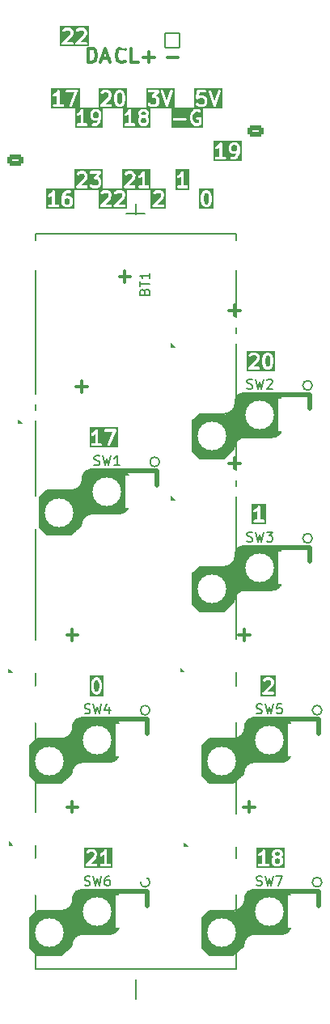
<source format=gbr>
%TF.GenerationSoftware,KiCad,Pcbnew,8.0.7*%
%TF.CreationDate,2025-04-08T15:01:58+09:00*%
%TF.ProjectId,Choc2,43686f63-322e-46b6-9963-61645f706362,rev?*%
%TF.SameCoordinates,Original*%
%TF.FileFunction,Legend,Top*%
%TF.FilePolarity,Positive*%
%FSLAX46Y46*%
G04 Gerber Fmt 4.6, Leading zero omitted, Abs format (unit mm)*
G04 Created by KiCad (PCBNEW 8.0.7) date 2025-04-08 15:01:58*
%MOMM*%
%LPD*%
G01*
G04 APERTURE LIST*
G04 Aperture macros list*
%AMRoundRect*
0 Rectangle with rounded corners*
0 $1 Rounding radius*
0 $2 $3 $4 $5 $6 $7 $8 $9 X,Y pos of 4 corners*
0 Add a 4 corners polygon primitive as box body*
4,1,4,$2,$3,$4,$5,$6,$7,$8,$9,$2,$3,0*
0 Add four circle primitives for the rounded corners*
1,1,$1+$1,$2,$3*
1,1,$1+$1,$4,$5*
1,1,$1+$1,$6,$7*
1,1,$1+$1,$8,$9*
0 Add four rect primitives between the rounded corners*
20,1,$1+$1,$2,$3,$4,$5,0*
20,1,$1+$1,$4,$5,$6,$7,0*
20,1,$1+$1,$6,$7,$8,$9,0*
20,1,$1+$1,$8,$9,$2,$3,0*%
G04 Aperture macros list end*
%ADD10C,0.300000*%
%ADD11C,0.150000*%
%ADD12C,0.127000*%
%ADD13C,0.100000*%
%ADD14C,0.500000*%
%ADD15C,3.200000*%
%ADD16O,4.344000X2.274000*%
%ADD17O,0.300000X3.300000*%
%ADD18O,0.500000X3.300000*%
%ADD19O,1.500000X3.300000*%
%ADD20O,3.500000X0.300000*%
%ADD21R,2.000000X1.020000*%
%ADD22C,1.800000*%
%ADD23C,1.000000*%
%ADD24C,4.800000*%
%ADD25C,3.000000*%
%ADD26R,3.000000X3.500000*%
%ADD27RoundRect,0.250000X-0.625000X0.350000X-0.625000X-0.350000X0.625000X-0.350000X0.625000X0.350000X0*%
%ADD28O,1.750000X1.200000*%
%ADD29RoundRect,0.250000X0.625000X-0.350000X0.625000X0.350000X-0.625000X0.350000X-0.625000X-0.350000X0*%
%ADD30RoundRect,0.102000X0.754000X0.754000X-0.754000X0.754000X-0.754000X-0.754000X0.754000X-0.754000X0*%
%ADD31C,1.712000*%
%ADD32C,3.204000*%
G04 APERTURE END LIST*
D10*
X80945489Y-96729400D02*
X79802632Y-96729400D01*
X80374060Y-97300828D02*
X80374060Y-96157971D01*
G36*
X73156892Y-70117495D02*
G01*
X71597868Y-70117495D01*
X71597868Y-69771565D01*
X71764535Y-69771565D01*
X71764535Y-69830091D01*
X71786932Y-69884163D01*
X71828318Y-69925549D01*
X71859992Y-69938668D01*
X71882389Y-69947946D01*
X71911653Y-69950828D01*
X72840225Y-69950828D01*
X72869489Y-69947946D01*
X72923561Y-69925548D01*
X72964945Y-69884164D01*
X72987343Y-69830092D01*
X72987343Y-69771564D01*
X72964945Y-69717492D01*
X72923561Y-69676108D01*
X72869489Y-69653710D01*
X72840225Y-69650828D01*
X72273785Y-69650828D01*
X72874862Y-69049751D01*
X72893517Y-69027021D01*
X72895580Y-69022039D01*
X72899110Y-69017970D01*
X72911098Y-68991120D01*
X72982527Y-68776835D01*
X72985826Y-68762325D01*
X72987343Y-68758664D01*
X72987865Y-68753355D01*
X72989047Y-68748161D01*
X72988766Y-68744211D01*
X72990225Y-68729400D01*
X72990225Y-68586542D01*
X72987343Y-68557278D01*
X72985279Y-68552297D01*
X72984898Y-68546923D01*
X72974389Y-68519459D01*
X72902960Y-68376603D01*
X72895033Y-68364011D01*
X72893517Y-68360349D01*
X72890133Y-68356226D01*
X72887295Y-68351717D01*
X72884302Y-68349121D01*
X72874862Y-68337619D01*
X72803434Y-68266191D01*
X72791932Y-68256751D01*
X72789336Y-68253758D01*
X72784822Y-68250917D01*
X72780703Y-68247536D01*
X72777043Y-68246020D01*
X72764450Y-68238093D01*
X72621592Y-68166664D01*
X72594129Y-68156154D01*
X72588751Y-68155771D01*
X72583774Y-68153710D01*
X72554510Y-68150828D01*
X72197368Y-68150828D01*
X72168104Y-68153710D01*
X72163126Y-68155771D01*
X72157749Y-68156154D01*
X72130286Y-68166664D01*
X71987428Y-68238093D01*
X71974836Y-68246019D01*
X71971174Y-68247536D01*
X71967051Y-68250919D01*
X71962542Y-68253758D01*
X71959946Y-68256750D01*
X71948444Y-68266191D01*
X71877016Y-68337619D01*
X71858361Y-68360350D01*
X71835964Y-68414422D01*
X71835964Y-68472948D01*
X71858361Y-68527020D01*
X71899747Y-68568406D01*
X71953819Y-68590803D01*
X72012345Y-68590803D01*
X72066417Y-68568406D01*
X72089148Y-68549751D01*
X72143364Y-68495535D01*
X72232778Y-68450828D01*
X72519100Y-68450828D01*
X72608514Y-68495535D01*
X72645518Y-68532539D01*
X72690225Y-68621952D01*
X72690225Y-68705059D01*
X72637691Y-68862657D01*
X71805587Y-69694762D01*
X71786932Y-69717493D01*
X71764535Y-69771565D01*
X71597868Y-69771565D01*
X71597868Y-67984161D01*
X73156892Y-67984161D01*
X73156892Y-70117495D01*
G37*
X65054510Y-54800828D02*
X65054510Y-53300828D01*
X65054510Y-53300828D02*
X65411653Y-53300828D01*
X65411653Y-53300828D02*
X65625939Y-53372257D01*
X65625939Y-53372257D02*
X65768796Y-53515114D01*
X65768796Y-53515114D02*
X65840225Y-53657971D01*
X65840225Y-53657971D02*
X65911653Y-53943685D01*
X65911653Y-53943685D02*
X65911653Y-54157971D01*
X65911653Y-54157971D02*
X65840225Y-54443685D01*
X65840225Y-54443685D02*
X65768796Y-54586542D01*
X65768796Y-54586542D02*
X65625939Y-54729400D01*
X65625939Y-54729400D02*
X65411653Y-54800828D01*
X65411653Y-54800828D02*
X65054510Y-54800828D01*
X66483082Y-54372257D02*
X67197368Y-54372257D01*
X66340225Y-54800828D02*
X66840225Y-53300828D01*
X66840225Y-53300828D02*
X67340225Y-54800828D01*
X63945489Y-132729400D02*
X62802632Y-132729400D01*
X63374060Y-133300828D02*
X63374060Y-132157971D01*
X71945489Y-54229400D02*
X70802632Y-54229400D01*
X71374060Y-54800828D02*
X71374060Y-53657971D01*
G36*
X75654010Y-68117495D02*
G01*
X74167593Y-68117495D01*
X74167593Y-66710639D01*
X74334260Y-66710639D01*
X74338409Y-66769019D01*
X74364583Y-66821368D01*
X74408798Y-66859715D01*
X74464321Y-66878222D01*
X74522701Y-66874073D01*
X74550164Y-66863564D01*
X74693021Y-66792135D01*
X74705614Y-66784207D01*
X74709274Y-66782692D01*
X74713393Y-66779310D01*
X74717907Y-66776470D01*
X74720503Y-66773476D01*
X74732005Y-66764037D01*
X74761653Y-66734389D01*
X74761653Y-67650828D01*
X74483082Y-67650828D01*
X74453818Y-67653710D01*
X74399746Y-67676108D01*
X74358362Y-67717492D01*
X74335964Y-67771564D01*
X74335964Y-67830092D01*
X74358362Y-67884164D01*
X74399746Y-67925548D01*
X74453818Y-67947946D01*
X74483082Y-67950828D01*
X75340225Y-67950828D01*
X75369489Y-67947946D01*
X75423561Y-67925548D01*
X75464945Y-67884164D01*
X75487343Y-67830092D01*
X75487343Y-67771564D01*
X75464945Y-67717492D01*
X75423561Y-67676108D01*
X75369489Y-67653710D01*
X75340225Y-67650828D01*
X75061653Y-67650828D01*
X75061653Y-66300828D01*
X75061642Y-66300722D01*
X75061653Y-66300670D01*
X75061622Y-66300516D01*
X75058771Y-66271564D01*
X75053087Y-66257843D01*
X75050175Y-66243281D01*
X75041996Y-66231068D01*
X75036373Y-66217492D01*
X75025874Y-66206993D01*
X75017609Y-66194651D01*
X75005378Y-66186497D01*
X74994989Y-66176108D01*
X74981270Y-66170425D01*
X74968910Y-66162185D01*
X74954491Y-66159332D01*
X74940917Y-66153710D01*
X74926066Y-66153710D01*
X74911496Y-66150828D01*
X74897086Y-66153710D01*
X74882389Y-66153710D01*
X74868667Y-66159393D01*
X74854106Y-66162306D01*
X74841893Y-66170484D01*
X74828317Y-66176108D01*
X74817818Y-66186606D01*
X74805476Y-66194872D01*
X74787044Y-66217380D01*
X74786933Y-66217492D01*
X74786912Y-66217542D01*
X74786846Y-66217623D01*
X74652226Y-66419551D01*
X74537085Y-66534692D01*
X74416000Y-66595236D01*
X74391114Y-66610901D01*
X74352767Y-66655116D01*
X74334260Y-66710639D01*
X74167593Y-66710639D01*
X74167593Y-65984161D01*
X75654010Y-65984161D01*
X75654010Y-68117495D01*
G37*
X68911653Y-54657971D02*
X68840225Y-54729400D01*
X68840225Y-54729400D02*
X68625939Y-54800828D01*
X68625939Y-54800828D02*
X68483082Y-54800828D01*
X68483082Y-54800828D02*
X68268796Y-54729400D01*
X68268796Y-54729400D02*
X68125939Y-54586542D01*
X68125939Y-54586542D02*
X68054510Y-54443685D01*
X68054510Y-54443685D02*
X67983082Y-54157971D01*
X67983082Y-54157971D02*
X67983082Y-53943685D01*
X67983082Y-53943685D02*
X68054510Y-53657971D01*
X68054510Y-53657971D02*
X68125939Y-53515114D01*
X68125939Y-53515114D02*
X68268796Y-53372257D01*
X68268796Y-53372257D02*
X68483082Y-53300828D01*
X68483082Y-53300828D02*
X68625939Y-53300828D01*
X68625939Y-53300828D02*
X68840225Y-53372257D01*
X68840225Y-53372257D02*
X68911653Y-53443685D01*
X70268796Y-54800828D02*
X69554510Y-54800828D01*
X69554510Y-54800828D02*
X69554510Y-53300828D01*
X64945489Y-88729400D02*
X63802632Y-88729400D01*
X64374060Y-89300828D02*
X64374060Y-88157971D01*
G36*
X69085463Y-70117495D02*
G01*
X66097868Y-70117495D01*
X66097868Y-69771565D01*
X66264535Y-69771565D01*
X66264535Y-69830091D01*
X66286932Y-69884163D01*
X66328318Y-69925549D01*
X66359992Y-69938668D01*
X66382389Y-69947946D01*
X66411653Y-69950828D01*
X67340225Y-69950828D01*
X67369489Y-69947946D01*
X67423561Y-69925548D01*
X67464945Y-69884164D01*
X67487343Y-69830092D01*
X67487343Y-69771565D01*
X67693106Y-69771565D01*
X67693106Y-69830091D01*
X67715503Y-69884163D01*
X67756889Y-69925549D01*
X67788563Y-69938668D01*
X67810960Y-69947946D01*
X67840224Y-69950828D01*
X68768796Y-69950828D01*
X68798060Y-69947946D01*
X68852132Y-69925548D01*
X68893516Y-69884164D01*
X68915914Y-69830092D01*
X68915914Y-69771564D01*
X68893516Y-69717492D01*
X68852132Y-69676108D01*
X68798060Y-69653710D01*
X68768796Y-69650828D01*
X68202356Y-69650828D01*
X68803433Y-69049751D01*
X68822088Y-69027021D01*
X68824151Y-69022039D01*
X68827681Y-69017970D01*
X68839669Y-68991120D01*
X68911098Y-68776835D01*
X68914397Y-68762325D01*
X68915914Y-68758664D01*
X68916436Y-68753355D01*
X68917618Y-68748161D01*
X68917337Y-68744211D01*
X68918796Y-68729400D01*
X68918796Y-68586542D01*
X68915914Y-68557278D01*
X68913850Y-68552297D01*
X68913469Y-68546923D01*
X68902960Y-68519459D01*
X68831531Y-68376603D01*
X68823604Y-68364011D01*
X68822088Y-68360349D01*
X68818704Y-68356226D01*
X68815866Y-68351717D01*
X68812873Y-68349121D01*
X68803433Y-68337619D01*
X68732005Y-68266191D01*
X68720503Y-68256751D01*
X68717907Y-68253758D01*
X68713393Y-68250917D01*
X68709274Y-68247536D01*
X68705614Y-68246020D01*
X68693021Y-68238093D01*
X68550163Y-68166664D01*
X68522700Y-68156154D01*
X68517322Y-68155771D01*
X68512345Y-68153710D01*
X68483081Y-68150828D01*
X68125939Y-68150828D01*
X68096675Y-68153710D01*
X68091697Y-68155771D01*
X68086320Y-68156154D01*
X68058857Y-68166664D01*
X67915999Y-68238093D01*
X67903407Y-68246019D01*
X67899745Y-68247536D01*
X67895622Y-68250919D01*
X67891113Y-68253758D01*
X67888517Y-68256750D01*
X67877015Y-68266191D01*
X67805587Y-68337619D01*
X67786932Y-68360350D01*
X67764535Y-68414422D01*
X67764535Y-68472948D01*
X67786932Y-68527020D01*
X67828318Y-68568406D01*
X67882390Y-68590803D01*
X67940916Y-68590803D01*
X67994988Y-68568406D01*
X68017719Y-68549751D01*
X68071935Y-68495535D01*
X68161349Y-68450828D01*
X68447671Y-68450828D01*
X68537085Y-68495535D01*
X68574089Y-68532539D01*
X68618796Y-68621952D01*
X68618796Y-68705059D01*
X68566262Y-68862657D01*
X67734158Y-69694762D01*
X67715503Y-69717493D01*
X67693106Y-69771565D01*
X67487343Y-69771565D01*
X67487343Y-69771564D01*
X67464945Y-69717492D01*
X67423561Y-69676108D01*
X67369489Y-69653710D01*
X67340225Y-69650828D01*
X66773785Y-69650828D01*
X67374862Y-69049751D01*
X67393517Y-69027021D01*
X67395580Y-69022039D01*
X67399110Y-69017970D01*
X67411098Y-68991120D01*
X67482527Y-68776835D01*
X67485826Y-68762325D01*
X67487343Y-68758664D01*
X67487865Y-68753355D01*
X67489047Y-68748161D01*
X67488766Y-68744211D01*
X67490225Y-68729400D01*
X67490225Y-68586542D01*
X67487343Y-68557278D01*
X67485279Y-68552297D01*
X67484898Y-68546923D01*
X67474389Y-68519459D01*
X67402960Y-68376603D01*
X67395033Y-68364011D01*
X67393517Y-68360349D01*
X67390133Y-68356226D01*
X67387295Y-68351717D01*
X67384302Y-68349121D01*
X67374862Y-68337619D01*
X67303434Y-68266191D01*
X67291932Y-68256751D01*
X67289336Y-68253758D01*
X67284822Y-68250917D01*
X67280703Y-68247536D01*
X67277043Y-68246020D01*
X67264450Y-68238093D01*
X67121592Y-68166664D01*
X67094129Y-68156154D01*
X67088751Y-68155771D01*
X67083774Y-68153710D01*
X67054510Y-68150828D01*
X66697368Y-68150828D01*
X66668104Y-68153710D01*
X66663126Y-68155771D01*
X66657749Y-68156154D01*
X66630286Y-68166664D01*
X66487428Y-68238093D01*
X66474836Y-68246019D01*
X66471174Y-68247536D01*
X66467051Y-68250919D01*
X66462542Y-68253758D01*
X66459946Y-68256750D01*
X66448444Y-68266191D01*
X66377016Y-68337619D01*
X66358361Y-68360350D01*
X66335964Y-68414422D01*
X66335964Y-68472948D01*
X66358361Y-68527020D01*
X66399747Y-68568406D01*
X66453819Y-68590803D01*
X66512345Y-68590803D01*
X66566417Y-68568406D01*
X66589148Y-68549751D01*
X66643364Y-68495535D01*
X66732778Y-68450828D01*
X67019100Y-68450828D01*
X67108514Y-68495535D01*
X67145518Y-68532539D01*
X67190225Y-68621952D01*
X67190225Y-68705059D01*
X67137691Y-68862657D01*
X66305587Y-69694762D01*
X66286932Y-69717493D01*
X66264535Y-69771565D01*
X66097868Y-69771565D01*
X66097868Y-67984161D01*
X69085463Y-67984161D01*
X69085463Y-70117495D01*
G37*
G36*
X83965657Y-85495535D02*
G01*
X84002661Y-85532539D01*
X84055839Y-85638897D01*
X84118796Y-85890721D01*
X84118796Y-86210935D01*
X84055839Y-86462759D01*
X84002660Y-86569117D01*
X83965655Y-86606122D01*
X83876243Y-86650828D01*
X83804206Y-86650828D01*
X83714792Y-86606121D01*
X83677788Y-86569117D01*
X83624607Y-86462757D01*
X83561653Y-86210936D01*
X83561653Y-85890720D01*
X83624607Y-85638898D01*
X83677788Y-85532538D01*
X83714792Y-85495535D01*
X83804206Y-85450828D01*
X83876243Y-85450828D01*
X83965657Y-85495535D01*
G37*
G36*
X84585463Y-87117495D02*
G01*
X81597868Y-87117495D01*
X81597868Y-86771565D01*
X81764535Y-86771565D01*
X81764535Y-86830091D01*
X81786932Y-86884163D01*
X81828318Y-86925549D01*
X81851116Y-86934992D01*
X81882389Y-86947946D01*
X81911653Y-86950828D01*
X82840225Y-86950828D01*
X82869489Y-86947946D01*
X82923561Y-86925548D01*
X82964945Y-86884164D01*
X82987343Y-86830092D01*
X82987343Y-86771564D01*
X82964945Y-86717492D01*
X82923561Y-86676108D01*
X82869489Y-86653710D01*
X82840225Y-86650828D01*
X82273785Y-86650828D01*
X82874862Y-86049751D01*
X82893517Y-86027021D01*
X82895580Y-86022039D01*
X82899110Y-86017970D01*
X82911098Y-85991120D01*
X82950719Y-85872257D01*
X83261653Y-85872257D01*
X83261653Y-86229400D01*
X83262155Y-86234503D01*
X83261830Y-86236691D01*
X83263449Y-86247641D01*
X83264535Y-86258664D01*
X83265382Y-86260708D01*
X83266132Y-86265780D01*
X83337560Y-86551494D01*
X83338331Y-86553652D01*
X83338408Y-86554733D01*
X83343066Y-86566907D01*
X83347453Y-86579185D01*
X83348097Y-86580055D01*
X83348917Y-86582196D01*
X83420346Y-86725053D01*
X83428273Y-86737646D01*
X83429789Y-86741306D01*
X83433170Y-86745425D01*
X83436011Y-86749939D01*
X83439004Y-86752535D01*
X83448444Y-86764037D01*
X83519873Y-86835466D01*
X83531377Y-86844907D01*
X83533972Y-86847899D01*
X83538481Y-86850737D01*
X83542604Y-86854121D01*
X83546265Y-86855637D01*
X83558857Y-86863564D01*
X83701715Y-86934992D01*
X83729178Y-86945502D01*
X83734553Y-86945883D01*
X83739532Y-86947946D01*
X83768796Y-86950828D01*
X83911653Y-86950828D01*
X83940917Y-86947946D01*
X83945895Y-86945883D01*
X83951271Y-86945502D01*
X83978735Y-86934992D01*
X84121592Y-86863564D01*
X84134185Y-86855636D01*
X84137845Y-86854121D01*
X84141964Y-86850739D01*
X84146478Y-86847899D01*
X84149074Y-86844905D01*
X84160576Y-86835466D01*
X84232005Y-86764037D01*
X84241446Y-86752532D01*
X84244438Y-86749938D01*
X84247276Y-86745428D01*
X84250660Y-86741306D01*
X84252176Y-86737644D01*
X84260103Y-86725053D01*
X84331531Y-86582195D01*
X84332348Y-86580058D01*
X84332995Y-86579186D01*
X84337384Y-86566899D01*
X84342041Y-86554732D01*
X84342117Y-86553650D01*
X84342888Y-86551495D01*
X84414317Y-86265781D01*
X84415067Y-86260708D01*
X84415914Y-86258664D01*
X84416999Y-86247644D01*
X84418619Y-86236692D01*
X84418293Y-86234503D01*
X84418796Y-86229400D01*
X84418796Y-85872257D01*
X84418293Y-85867153D01*
X84418619Y-85864965D01*
X84416999Y-85854012D01*
X84415914Y-85842993D01*
X84415067Y-85840948D01*
X84414317Y-85835876D01*
X84342888Y-85550162D01*
X84342117Y-85548006D01*
X84342041Y-85546924D01*
X84337381Y-85534749D01*
X84332995Y-85522470D01*
X84332348Y-85521597D01*
X84331531Y-85519461D01*
X84260103Y-85376603D01*
X84252174Y-85364008D01*
X84250659Y-85360349D01*
X84247277Y-85356228D01*
X84244438Y-85351718D01*
X84241446Y-85349123D01*
X84232004Y-85337618D01*
X84160575Y-85266190D01*
X84149075Y-85256752D01*
X84146478Y-85253758D01*
X84141961Y-85250915D01*
X84137844Y-85247536D01*
X84134187Y-85246021D01*
X84121592Y-85238093D01*
X83978735Y-85166664D01*
X83951272Y-85156155D01*
X83945897Y-85155773D01*
X83940917Y-85153710D01*
X83911653Y-85150828D01*
X83768796Y-85150828D01*
X83739532Y-85153710D01*
X83734551Y-85155773D01*
X83729177Y-85156155D01*
X83701713Y-85166664D01*
X83558857Y-85238093D01*
X83546263Y-85246020D01*
X83542604Y-85247536D01*
X83538483Y-85250917D01*
X83533971Y-85253758D01*
X83531374Y-85256751D01*
X83519874Y-85266190D01*
X83448445Y-85337618D01*
X83439005Y-85349120D01*
X83436011Y-85351717D01*
X83433169Y-85356231D01*
X83429790Y-85360349D01*
X83428274Y-85364007D01*
X83420346Y-85376603D01*
X83348917Y-85519460D01*
X83348097Y-85521600D01*
X83347453Y-85522471D01*
X83343066Y-85534748D01*
X83338408Y-85546923D01*
X83338331Y-85548003D01*
X83337560Y-85550162D01*
X83266132Y-85835877D01*
X83265382Y-85840948D01*
X83264535Y-85842993D01*
X83263449Y-85854015D01*
X83261830Y-85864966D01*
X83262155Y-85867153D01*
X83261653Y-85872257D01*
X82950719Y-85872257D01*
X82982527Y-85776835D01*
X82985826Y-85762325D01*
X82987343Y-85758664D01*
X82987865Y-85753355D01*
X82989047Y-85748161D01*
X82988766Y-85744211D01*
X82990225Y-85729400D01*
X82990225Y-85586542D01*
X82987343Y-85557278D01*
X82985279Y-85552297D01*
X82984898Y-85546923D01*
X82974389Y-85519459D01*
X82902960Y-85376603D01*
X82895033Y-85364011D01*
X82893517Y-85360349D01*
X82890133Y-85356226D01*
X82887295Y-85351717D01*
X82884302Y-85349121D01*
X82874862Y-85337619D01*
X82803434Y-85266191D01*
X82791932Y-85256751D01*
X82789336Y-85253758D01*
X82784822Y-85250917D01*
X82780703Y-85247536D01*
X82777043Y-85246020D01*
X82764450Y-85238093D01*
X82621592Y-85166664D01*
X82594129Y-85156154D01*
X82588751Y-85155771D01*
X82583774Y-85153710D01*
X82554510Y-85150828D01*
X82197368Y-85150828D01*
X82168104Y-85153710D01*
X82163126Y-85155771D01*
X82157749Y-85156154D01*
X82130286Y-85166664D01*
X81987428Y-85238093D01*
X81974836Y-85246019D01*
X81971174Y-85247536D01*
X81967051Y-85250919D01*
X81962542Y-85253758D01*
X81959946Y-85256750D01*
X81948444Y-85266191D01*
X81877016Y-85337619D01*
X81858361Y-85360350D01*
X81835964Y-85414422D01*
X81835964Y-85472948D01*
X81858361Y-85527020D01*
X81899747Y-85568406D01*
X81953819Y-85590803D01*
X82012345Y-85590803D01*
X82066417Y-85568406D01*
X82089148Y-85549751D01*
X82143364Y-85495535D01*
X82232778Y-85450828D01*
X82519100Y-85450828D01*
X82608514Y-85495535D01*
X82645518Y-85532539D01*
X82690225Y-85621952D01*
X82690225Y-85705059D01*
X82637691Y-85862657D01*
X81805587Y-86694762D01*
X81786932Y-86717493D01*
X81764535Y-86771565D01*
X81597868Y-86771565D01*
X81597868Y-84984161D01*
X84585463Y-84984161D01*
X84585463Y-87117495D01*
G37*
X81945489Y-114729400D02*
X80802632Y-114729400D01*
X81374060Y-115300828D02*
X81374060Y-114157971D01*
X74445489Y-54229400D02*
X73302632Y-54229400D01*
G36*
X84656892Y-121117495D02*
G01*
X83097868Y-121117495D01*
X83097868Y-120771565D01*
X83264535Y-120771565D01*
X83264535Y-120830091D01*
X83286932Y-120884163D01*
X83328318Y-120925549D01*
X83359992Y-120938668D01*
X83382389Y-120947946D01*
X83411653Y-120950828D01*
X84340225Y-120950828D01*
X84369489Y-120947946D01*
X84423561Y-120925548D01*
X84464945Y-120884164D01*
X84487343Y-120830092D01*
X84487343Y-120771564D01*
X84464945Y-120717492D01*
X84423561Y-120676108D01*
X84369489Y-120653710D01*
X84340225Y-120650828D01*
X83773785Y-120650828D01*
X84374862Y-120049751D01*
X84393517Y-120027021D01*
X84395580Y-120022039D01*
X84399110Y-120017970D01*
X84411098Y-119991120D01*
X84482527Y-119776835D01*
X84485826Y-119762325D01*
X84487343Y-119758664D01*
X84487865Y-119753355D01*
X84489047Y-119748161D01*
X84488766Y-119744211D01*
X84490225Y-119729400D01*
X84490225Y-119586542D01*
X84487343Y-119557278D01*
X84485279Y-119552297D01*
X84484898Y-119546923D01*
X84474389Y-119519459D01*
X84402960Y-119376603D01*
X84395033Y-119364011D01*
X84393517Y-119360349D01*
X84390133Y-119356226D01*
X84387295Y-119351717D01*
X84384302Y-119349121D01*
X84374862Y-119337619D01*
X84303434Y-119266191D01*
X84291932Y-119256751D01*
X84289336Y-119253758D01*
X84284822Y-119250917D01*
X84280703Y-119247536D01*
X84277043Y-119246020D01*
X84264450Y-119238093D01*
X84121592Y-119166664D01*
X84094129Y-119156154D01*
X84088751Y-119155771D01*
X84083774Y-119153710D01*
X84054510Y-119150828D01*
X83697368Y-119150828D01*
X83668104Y-119153710D01*
X83663126Y-119155771D01*
X83657749Y-119156154D01*
X83630286Y-119166664D01*
X83487428Y-119238093D01*
X83474836Y-119246019D01*
X83471174Y-119247536D01*
X83467051Y-119250919D01*
X83462542Y-119253758D01*
X83459946Y-119256750D01*
X83448444Y-119266191D01*
X83377016Y-119337619D01*
X83358361Y-119360350D01*
X83335964Y-119414422D01*
X83335964Y-119472948D01*
X83358361Y-119527020D01*
X83399747Y-119568406D01*
X83453819Y-119590803D01*
X83512345Y-119590803D01*
X83566417Y-119568406D01*
X83589148Y-119549751D01*
X83643364Y-119495535D01*
X83732778Y-119450828D01*
X84019100Y-119450828D01*
X84108514Y-119495535D01*
X84145518Y-119532539D01*
X84190225Y-119621952D01*
X84190225Y-119705059D01*
X84137691Y-119862657D01*
X83305587Y-120694762D01*
X83286932Y-120717493D01*
X83264535Y-120771565D01*
X83097868Y-120771565D01*
X83097868Y-118984161D01*
X84656892Y-118984161D01*
X84656892Y-121117495D01*
G37*
G36*
X63037085Y-69066963D02*
G01*
X63074088Y-69103967D01*
X63118796Y-69193381D01*
X63118796Y-69479703D01*
X63074088Y-69569117D01*
X63037085Y-69606121D01*
X62947672Y-69650828D01*
X62732777Y-69650828D01*
X62643363Y-69606121D01*
X62606358Y-69569116D01*
X62561653Y-69479704D01*
X62561653Y-69193380D01*
X62606358Y-69103968D01*
X62643363Y-69066963D01*
X62732777Y-69022257D01*
X62947672Y-69022257D01*
X63037085Y-69066963D01*
G37*
G36*
X63585463Y-70117495D02*
G01*
X60667593Y-70117495D01*
X60667593Y-68710639D01*
X60834260Y-68710639D01*
X60838409Y-68769019D01*
X60864583Y-68821368D01*
X60908798Y-68859715D01*
X60964321Y-68878222D01*
X61022701Y-68874073D01*
X61050164Y-68863564D01*
X61193021Y-68792135D01*
X61205614Y-68784207D01*
X61209274Y-68782692D01*
X61213393Y-68779310D01*
X61217907Y-68776470D01*
X61220503Y-68773476D01*
X61232005Y-68764037D01*
X61261653Y-68734389D01*
X61261653Y-69650828D01*
X60983082Y-69650828D01*
X60953818Y-69653710D01*
X60899746Y-69676108D01*
X60858362Y-69717492D01*
X60835964Y-69771564D01*
X60835964Y-69830092D01*
X60858362Y-69884164D01*
X60899746Y-69925548D01*
X60953818Y-69947946D01*
X60983082Y-69950828D01*
X61840225Y-69950828D01*
X61869489Y-69947946D01*
X61923561Y-69925548D01*
X61964945Y-69884164D01*
X61987343Y-69830092D01*
X61987343Y-69771564D01*
X61964945Y-69717492D01*
X61923561Y-69676108D01*
X61869489Y-69653710D01*
X61840225Y-69650828D01*
X61561653Y-69650828D01*
X61561653Y-68943685D01*
X62261653Y-68943685D01*
X62261653Y-69515114D01*
X62264535Y-69544378D01*
X62266597Y-69549356D01*
X62266979Y-69554732D01*
X62277489Y-69582196D01*
X62348917Y-69725053D01*
X62356844Y-69737646D01*
X62358360Y-69741306D01*
X62361741Y-69745425D01*
X62364582Y-69749939D01*
X62367575Y-69752535D01*
X62377015Y-69764037D01*
X62448444Y-69835466D01*
X62459948Y-69844907D01*
X62462543Y-69847899D01*
X62467052Y-69850737D01*
X62471175Y-69854121D01*
X62474836Y-69855637D01*
X62487428Y-69863564D01*
X62630286Y-69934992D01*
X62657749Y-69945502D01*
X62663124Y-69945883D01*
X62668103Y-69947946D01*
X62697367Y-69950828D01*
X62983081Y-69950828D01*
X63012345Y-69947946D01*
X63017323Y-69945883D01*
X63022699Y-69945502D01*
X63050162Y-69934992D01*
X63193021Y-69863564D01*
X63205615Y-69855635D01*
X63209275Y-69854120D01*
X63213395Y-69850738D01*
X63217906Y-69847899D01*
X63220500Y-69844907D01*
X63232006Y-69835465D01*
X63303434Y-69764036D01*
X63312872Y-69752535D01*
X63315866Y-69749939D01*
X63318706Y-69745426D01*
X63322088Y-69741306D01*
X63323603Y-69737646D01*
X63331531Y-69725053D01*
X63402960Y-69582197D01*
X63413469Y-69554733D01*
X63413850Y-69549358D01*
X63415914Y-69544378D01*
X63418796Y-69515114D01*
X63418796Y-69157971D01*
X63415914Y-69128707D01*
X63413850Y-69123726D01*
X63413469Y-69118352D01*
X63402960Y-69090888D01*
X63331531Y-68948032D01*
X63323603Y-68935438D01*
X63322088Y-68931779D01*
X63318706Y-68927658D01*
X63315866Y-68923146D01*
X63312872Y-68920549D01*
X63303434Y-68909049D01*
X63232006Y-68837620D01*
X63220500Y-68828177D01*
X63217906Y-68825186D01*
X63213395Y-68822346D01*
X63209275Y-68818965D01*
X63205615Y-68817449D01*
X63193021Y-68809521D01*
X63050162Y-68738093D01*
X63022699Y-68727583D01*
X63017323Y-68727201D01*
X63012345Y-68725139D01*
X62983081Y-68722257D01*
X62697367Y-68722257D01*
X62668103Y-68725139D01*
X62663124Y-68727201D01*
X62657749Y-68727583D01*
X62630286Y-68738093D01*
X62615863Y-68745303D01*
X62622300Y-68719557D01*
X62742505Y-68539250D01*
X62786221Y-68495534D01*
X62875634Y-68450828D01*
X63125939Y-68450828D01*
X63155203Y-68447946D01*
X63209275Y-68425548D01*
X63250659Y-68384164D01*
X63273057Y-68330092D01*
X63273057Y-68271564D01*
X63250659Y-68217492D01*
X63209275Y-68176108D01*
X63155203Y-68153710D01*
X63125939Y-68150828D01*
X62840224Y-68150828D01*
X62810960Y-68153710D01*
X62805979Y-68155773D01*
X62800605Y-68156155D01*
X62773141Y-68166664D01*
X62630285Y-68238093D01*
X62617693Y-68246019D01*
X62614031Y-68247536D01*
X62609908Y-68250919D01*
X62605399Y-68253758D01*
X62602803Y-68256750D01*
X62591301Y-68266191D01*
X62519873Y-68337619D01*
X62519808Y-68337698D01*
X62519762Y-68337729D01*
X62510439Y-68349114D01*
X62501218Y-68360350D01*
X62501197Y-68360400D01*
X62501132Y-68360480D01*
X62358274Y-68574766D01*
X62349659Y-68590921D01*
X62347453Y-68593900D01*
X62346196Y-68597416D01*
X62344439Y-68600713D01*
X62343719Y-68604350D01*
X62337560Y-68621591D01*
X62266132Y-68907305D01*
X62265382Y-68912376D01*
X62264535Y-68914421D01*
X62263449Y-68925443D01*
X62261830Y-68936394D01*
X62262155Y-68938581D01*
X62261653Y-68943685D01*
X61561653Y-68943685D01*
X61561653Y-68300828D01*
X61561642Y-68300722D01*
X61561653Y-68300670D01*
X61561622Y-68300516D01*
X61558771Y-68271564D01*
X61553087Y-68257843D01*
X61550175Y-68243281D01*
X61541996Y-68231068D01*
X61536373Y-68217492D01*
X61525874Y-68206993D01*
X61517609Y-68194651D01*
X61505378Y-68186497D01*
X61494989Y-68176108D01*
X61481270Y-68170425D01*
X61468910Y-68162185D01*
X61454491Y-68159332D01*
X61440917Y-68153710D01*
X61426066Y-68153710D01*
X61411496Y-68150828D01*
X61397086Y-68153710D01*
X61382389Y-68153710D01*
X61368667Y-68159393D01*
X61354106Y-68162306D01*
X61341893Y-68170484D01*
X61328317Y-68176108D01*
X61317818Y-68186606D01*
X61305476Y-68194872D01*
X61287044Y-68217380D01*
X61286933Y-68217492D01*
X61286912Y-68217542D01*
X61286846Y-68217623D01*
X61152226Y-68419551D01*
X61037085Y-68534692D01*
X60916000Y-68595236D01*
X60891114Y-68610901D01*
X60852767Y-68655116D01*
X60834260Y-68710639D01*
X60667593Y-68710639D01*
X60667593Y-67984161D01*
X63585463Y-67984161D01*
X63585463Y-70117495D01*
G37*
G36*
X68154354Y-95117495D02*
G01*
X65167593Y-95117495D01*
X65167593Y-93710639D01*
X65334260Y-93710639D01*
X65338409Y-93769019D01*
X65364583Y-93821368D01*
X65408798Y-93859715D01*
X65464321Y-93878222D01*
X65522701Y-93874073D01*
X65550164Y-93863564D01*
X65693021Y-93792135D01*
X65705614Y-93784207D01*
X65709274Y-93782692D01*
X65713393Y-93779310D01*
X65717907Y-93776470D01*
X65720503Y-93773476D01*
X65732005Y-93764037D01*
X65761653Y-93734389D01*
X65761653Y-94650828D01*
X65483082Y-94650828D01*
X65453818Y-94653710D01*
X65399746Y-94676108D01*
X65358362Y-94717492D01*
X65335964Y-94771564D01*
X65335964Y-94830092D01*
X65358362Y-94884164D01*
X65399746Y-94925548D01*
X65453818Y-94947946D01*
X65483082Y-94950828D01*
X66340225Y-94950828D01*
X66369489Y-94947946D01*
X66423561Y-94925548D01*
X66464945Y-94884164D01*
X66487343Y-94830092D01*
X66487343Y-94771564D01*
X66464945Y-94717492D01*
X66423561Y-94676108D01*
X66369489Y-94653710D01*
X66340225Y-94650828D01*
X66061653Y-94650828D01*
X66061653Y-93300828D01*
X66061642Y-93300722D01*
X66061653Y-93300670D01*
X66061622Y-93300516D01*
X66058771Y-93271564D01*
X66693106Y-93271564D01*
X66693106Y-93330092D01*
X66715504Y-93384164D01*
X66756888Y-93425548D01*
X66810960Y-93447946D01*
X66840224Y-93450828D01*
X67612743Y-93450828D01*
X67059495Y-94741740D01*
X67050617Y-94769773D01*
X67049904Y-94828296D01*
X67071640Y-94882636D01*
X67112517Y-94924523D01*
X67166312Y-94947578D01*
X67224835Y-94948291D01*
X67279175Y-94926555D01*
X67321062Y-94885678D01*
X67335239Y-94859916D01*
X67978096Y-93359916D01*
X67986974Y-93331883D01*
X67986985Y-93330953D01*
X67987342Y-93330092D01*
X67987342Y-93301677D01*
X67987687Y-93273360D01*
X67987342Y-93272497D01*
X67987342Y-93271564D01*
X67976469Y-93245315D01*
X67965951Y-93219020D01*
X67965301Y-93218354D01*
X67964944Y-93217492D01*
X67944864Y-93197412D01*
X67925074Y-93177133D01*
X67924218Y-93176766D01*
X67923560Y-93176108D01*
X67897340Y-93165247D01*
X67871279Y-93154078D01*
X67870349Y-93154066D01*
X67869488Y-93153710D01*
X67840224Y-93150828D01*
X66840224Y-93150828D01*
X66810960Y-93153710D01*
X66756888Y-93176108D01*
X66715504Y-93217492D01*
X66693106Y-93271564D01*
X66058771Y-93271564D01*
X66053087Y-93257843D01*
X66050175Y-93243281D01*
X66041996Y-93231068D01*
X66036373Y-93217492D01*
X66025874Y-93206993D01*
X66017609Y-93194651D01*
X66005378Y-93186497D01*
X65994989Y-93176108D01*
X65981270Y-93170425D01*
X65968910Y-93162185D01*
X65954491Y-93159332D01*
X65940917Y-93153710D01*
X65926066Y-93153710D01*
X65911496Y-93150828D01*
X65897086Y-93153710D01*
X65882389Y-93153710D01*
X65868667Y-93159393D01*
X65854106Y-93162306D01*
X65841893Y-93170484D01*
X65828317Y-93176108D01*
X65817818Y-93186606D01*
X65805476Y-93194872D01*
X65787044Y-93217380D01*
X65786933Y-93217492D01*
X65786912Y-93217542D01*
X65786846Y-93217623D01*
X65652226Y-93419551D01*
X65537085Y-93534692D01*
X65416000Y-93595236D01*
X65391114Y-93610901D01*
X65352767Y-93655116D01*
X65334260Y-93710639D01*
X65167593Y-93710639D01*
X65167593Y-92984161D01*
X68154354Y-92984161D01*
X68154354Y-95117495D01*
G37*
X80945489Y-80729400D02*
X79802632Y-80729400D01*
X80374060Y-81300828D02*
X80374060Y-80157971D01*
G36*
X83654010Y-103117495D02*
G01*
X82167593Y-103117495D01*
X82167593Y-101710639D01*
X82334260Y-101710639D01*
X82338409Y-101769019D01*
X82364583Y-101821368D01*
X82408798Y-101859715D01*
X82464321Y-101878222D01*
X82522701Y-101874073D01*
X82550164Y-101863564D01*
X82693021Y-101792135D01*
X82705614Y-101784207D01*
X82709274Y-101782692D01*
X82713393Y-101779310D01*
X82717907Y-101776470D01*
X82720503Y-101773476D01*
X82732005Y-101764037D01*
X82761653Y-101734389D01*
X82761653Y-102650828D01*
X82483082Y-102650828D01*
X82453818Y-102653710D01*
X82399746Y-102676108D01*
X82358362Y-102717492D01*
X82335964Y-102771564D01*
X82335964Y-102830092D01*
X82358362Y-102884164D01*
X82399746Y-102925548D01*
X82453818Y-102947946D01*
X82483082Y-102950828D01*
X83340225Y-102950828D01*
X83369489Y-102947946D01*
X83423561Y-102925548D01*
X83464945Y-102884164D01*
X83487343Y-102830092D01*
X83487343Y-102771564D01*
X83464945Y-102717492D01*
X83423561Y-102676108D01*
X83369489Y-102653710D01*
X83340225Y-102650828D01*
X83061653Y-102650828D01*
X83061653Y-101300828D01*
X83061642Y-101300722D01*
X83061653Y-101300670D01*
X83061622Y-101300516D01*
X83058771Y-101271564D01*
X83053087Y-101257843D01*
X83050175Y-101243281D01*
X83041996Y-101231068D01*
X83036373Y-101217492D01*
X83025874Y-101206993D01*
X83017609Y-101194651D01*
X83005378Y-101186497D01*
X82994989Y-101176108D01*
X82981270Y-101170425D01*
X82968910Y-101162185D01*
X82954491Y-101159332D01*
X82940917Y-101153710D01*
X82926066Y-101153710D01*
X82911496Y-101150828D01*
X82897086Y-101153710D01*
X82882389Y-101153710D01*
X82868667Y-101159393D01*
X82854106Y-101162306D01*
X82841893Y-101170484D01*
X82828317Y-101176108D01*
X82817818Y-101186606D01*
X82805476Y-101194872D01*
X82787044Y-101217380D01*
X82786933Y-101217492D01*
X82786912Y-101217542D01*
X82786846Y-101217623D01*
X82652226Y-101419551D01*
X82537085Y-101534692D01*
X82416000Y-101595236D01*
X82391114Y-101610901D01*
X82352767Y-101655116D01*
X82334260Y-101710639D01*
X82167593Y-101710639D01*
X82167593Y-100984161D01*
X83654010Y-100984161D01*
X83654010Y-103117495D01*
G37*
G36*
X68465657Y-57995535D02*
G01*
X68502661Y-58032539D01*
X68555839Y-58138897D01*
X68618796Y-58390721D01*
X68618796Y-58710935D01*
X68555839Y-58962759D01*
X68502660Y-59069117D01*
X68465655Y-59106122D01*
X68376243Y-59150828D01*
X68304206Y-59150828D01*
X68214792Y-59106121D01*
X68177788Y-59069117D01*
X68124607Y-58962757D01*
X68061653Y-58710936D01*
X68061653Y-58390720D01*
X68124607Y-58138898D01*
X68177788Y-58032538D01*
X68214792Y-57995535D01*
X68304206Y-57950828D01*
X68376243Y-57950828D01*
X68465657Y-57995535D01*
G37*
G36*
X69085463Y-59617495D02*
G01*
X66097868Y-59617495D01*
X66097868Y-59271565D01*
X66264535Y-59271565D01*
X66264535Y-59330091D01*
X66286932Y-59384163D01*
X66328318Y-59425549D01*
X66351116Y-59434992D01*
X66382389Y-59447946D01*
X66411653Y-59450828D01*
X67340225Y-59450828D01*
X67369489Y-59447946D01*
X67423561Y-59425548D01*
X67464945Y-59384164D01*
X67487343Y-59330092D01*
X67487343Y-59271564D01*
X67464945Y-59217492D01*
X67423561Y-59176108D01*
X67369489Y-59153710D01*
X67340225Y-59150828D01*
X66773785Y-59150828D01*
X67374862Y-58549751D01*
X67393517Y-58527021D01*
X67395580Y-58522039D01*
X67399110Y-58517970D01*
X67411098Y-58491120D01*
X67450719Y-58372257D01*
X67761653Y-58372257D01*
X67761653Y-58729400D01*
X67762155Y-58734503D01*
X67761830Y-58736691D01*
X67763449Y-58747641D01*
X67764535Y-58758664D01*
X67765382Y-58760708D01*
X67766132Y-58765780D01*
X67837560Y-59051494D01*
X67838331Y-59053652D01*
X67838408Y-59054733D01*
X67843066Y-59066907D01*
X67847453Y-59079185D01*
X67848097Y-59080055D01*
X67848917Y-59082196D01*
X67920346Y-59225053D01*
X67928273Y-59237646D01*
X67929789Y-59241306D01*
X67933170Y-59245425D01*
X67936011Y-59249939D01*
X67939004Y-59252535D01*
X67948444Y-59264037D01*
X68019873Y-59335466D01*
X68031377Y-59344907D01*
X68033972Y-59347899D01*
X68038481Y-59350737D01*
X68042604Y-59354121D01*
X68046265Y-59355637D01*
X68058857Y-59363564D01*
X68201715Y-59434992D01*
X68229178Y-59445502D01*
X68234553Y-59445883D01*
X68239532Y-59447946D01*
X68268796Y-59450828D01*
X68411653Y-59450828D01*
X68440917Y-59447946D01*
X68445895Y-59445883D01*
X68451271Y-59445502D01*
X68478735Y-59434992D01*
X68621592Y-59363564D01*
X68634185Y-59355636D01*
X68637845Y-59354121D01*
X68641964Y-59350739D01*
X68646478Y-59347899D01*
X68649074Y-59344905D01*
X68660576Y-59335466D01*
X68732005Y-59264037D01*
X68741446Y-59252532D01*
X68744438Y-59249938D01*
X68747276Y-59245428D01*
X68750660Y-59241306D01*
X68752176Y-59237644D01*
X68760103Y-59225053D01*
X68831531Y-59082195D01*
X68832348Y-59080058D01*
X68832995Y-59079186D01*
X68837384Y-59066899D01*
X68842041Y-59054732D01*
X68842117Y-59053650D01*
X68842888Y-59051495D01*
X68914317Y-58765781D01*
X68915067Y-58760708D01*
X68915914Y-58758664D01*
X68916999Y-58747644D01*
X68918619Y-58736692D01*
X68918293Y-58734503D01*
X68918796Y-58729400D01*
X68918796Y-58372257D01*
X68918293Y-58367153D01*
X68918619Y-58364965D01*
X68916999Y-58354012D01*
X68915914Y-58342993D01*
X68915067Y-58340948D01*
X68914317Y-58335876D01*
X68842888Y-58050162D01*
X68842117Y-58048006D01*
X68842041Y-58046924D01*
X68837381Y-58034749D01*
X68832995Y-58022470D01*
X68832348Y-58021597D01*
X68831531Y-58019461D01*
X68760103Y-57876603D01*
X68752174Y-57864008D01*
X68750659Y-57860349D01*
X68747277Y-57856228D01*
X68744438Y-57851718D01*
X68741446Y-57849123D01*
X68732004Y-57837618D01*
X68660575Y-57766190D01*
X68649075Y-57756752D01*
X68646478Y-57753758D01*
X68641961Y-57750915D01*
X68637844Y-57747536D01*
X68634187Y-57746021D01*
X68621592Y-57738093D01*
X68478735Y-57666664D01*
X68451272Y-57656155D01*
X68445897Y-57655773D01*
X68440917Y-57653710D01*
X68411653Y-57650828D01*
X68268796Y-57650828D01*
X68239532Y-57653710D01*
X68234551Y-57655773D01*
X68229177Y-57656155D01*
X68201713Y-57666664D01*
X68058857Y-57738093D01*
X68046263Y-57746020D01*
X68042604Y-57747536D01*
X68038483Y-57750917D01*
X68033971Y-57753758D01*
X68031374Y-57756751D01*
X68019874Y-57766190D01*
X67948445Y-57837618D01*
X67939005Y-57849120D01*
X67936011Y-57851717D01*
X67933169Y-57856231D01*
X67929790Y-57860349D01*
X67928274Y-57864007D01*
X67920346Y-57876603D01*
X67848917Y-58019460D01*
X67848097Y-58021600D01*
X67847453Y-58022471D01*
X67843066Y-58034748D01*
X67838408Y-58046923D01*
X67838331Y-58048003D01*
X67837560Y-58050162D01*
X67766132Y-58335877D01*
X67765382Y-58340948D01*
X67764535Y-58342993D01*
X67763449Y-58354015D01*
X67761830Y-58364966D01*
X67762155Y-58367153D01*
X67761653Y-58372257D01*
X67450719Y-58372257D01*
X67482527Y-58276835D01*
X67485826Y-58262325D01*
X67487343Y-58258664D01*
X67487865Y-58253355D01*
X67489047Y-58248161D01*
X67488766Y-58244211D01*
X67490225Y-58229400D01*
X67490225Y-58086542D01*
X67487343Y-58057278D01*
X67485279Y-58052297D01*
X67484898Y-58046923D01*
X67474389Y-58019459D01*
X67402960Y-57876603D01*
X67395033Y-57864011D01*
X67393517Y-57860349D01*
X67390133Y-57856226D01*
X67387295Y-57851717D01*
X67384302Y-57849121D01*
X67374862Y-57837619D01*
X67303434Y-57766191D01*
X67291932Y-57756751D01*
X67289336Y-57753758D01*
X67284822Y-57750917D01*
X67280703Y-57747536D01*
X67277043Y-57746020D01*
X67264450Y-57738093D01*
X67121592Y-57666664D01*
X67094129Y-57656154D01*
X67088751Y-57655771D01*
X67083774Y-57653710D01*
X67054510Y-57650828D01*
X66697368Y-57650828D01*
X66668104Y-57653710D01*
X66663126Y-57655771D01*
X66657749Y-57656154D01*
X66630286Y-57666664D01*
X66487428Y-57738093D01*
X66474836Y-57746019D01*
X66471174Y-57747536D01*
X66467051Y-57750919D01*
X66462542Y-57753758D01*
X66459946Y-57756750D01*
X66448444Y-57766191D01*
X66377016Y-57837619D01*
X66358361Y-57860350D01*
X66335964Y-57914422D01*
X66335964Y-57972948D01*
X66358361Y-58027020D01*
X66399747Y-58068406D01*
X66453819Y-58090803D01*
X66512345Y-58090803D01*
X66566417Y-58068406D01*
X66589148Y-58049751D01*
X66643364Y-57995535D01*
X66732778Y-57950828D01*
X67019100Y-57950828D01*
X67108514Y-57995535D01*
X67145518Y-58032539D01*
X67190225Y-58121952D01*
X67190225Y-58205059D01*
X67137691Y-58362657D01*
X66305587Y-59194762D01*
X66286932Y-59217493D01*
X66264535Y-59271565D01*
X66097868Y-59271565D01*
X66097868Y-57484161D01*
X69085463Y-57484161D01*
X69085463Y-59617495D01*
G37*
G36*
X80537085Y-63495535D02*
G01*
X80574089Y-63532539D01*
X80618796Y-63621952D01*
X80618796Y-63908274D01*
X80574088Y-63997688D01*
X80537084Y-64034693D01*
X80447671Y-64079400D01*
X80232777Y-64079400D01*
X80143364Y-64034693D01*
X80106358Y-63997687D01*
X80061653Y-63908275D01*
X80061653Y-63621951D01*
X80106358Y-63532540D01*
X80143363Y-63495535D01*
X80232777Y-63450828D01*
X80447671Y-63450828D01*
X80537085Y-63495535D01*
G37*
G36*
X81085463Y-65117495D02*
G01*
X78167593Y-65117495D01*
X78167593Y-63710639D01*
X78334260Y-63710639D01*
X78338409Y-63769019D01*
X78364583Y-63821368D01*
X78408798Y-63859715D01*
X78464321Y-63878222D01*
X78522701Y-63874073D01*
X78550164Y-63863564D01*
X78693021Y-63792135D01*
X78705614Y-63784207D01*
X78709274Y-63782692D01*
X78713393Y-63779310D01*
X78717907Y-63776470D01*
X78720503Y-63773476D01*
X78732005Y-63764037D01*
X78761653Y-63734389D01*
X78761653Y-64650828D01*
X78483082Y-64650828D01*
X78453818Y-64653710D01*
X78399746Y-64676108D01*
X78358362Y-64717492D01*
X78335964Y-64771564D01*
X78335964Y-64830092D01*
X78358362Y-64884164D01*
X78399746Y-64925548D01*
X78453818Y-64947946D01*
X78483082Y-64950828D01*
X79340225Y-64950828D01*
X79369489Y-64947946D01*
X79423561Y-64925548D01*
X79464945Y-64884164D01*
X79487343Y-64830092D01*
X79487343Y-64771564D01*
X79464945Y-64717492D01*
X79423561Y-64676108D01*
X79369489Y-64653710D01*
X79340225Y-64650828D01*
X79061653Y-64650828D01*
X79061653Y-63586542D01*
X79761653Y-63586542D01*
X79761653Y-63943685D01*
X79764535Y-63972949D01*
X79766597Y-63977927D01*
X79766979Y-63983303D01*
X79777489Y-64010767D01*
X79848917Y-64153624D01*
X79856844Y-64166217D01*
X79858360Y-64169877D01*
X79861741Y-64173996D01*
X79864582Y-64178510D01*
X79867575Y-64181106D01*
X79877015Y-64192608D01*
X79948444Y-64264037D01*
X79959945Y-64273475D01*
X79962542Y-64276470D01*
X79967055Y-64279310D01*
X79971175Y-64282692D01*
X79974834Y-64284207D01*
X79987428Y-64292135D01*
X80130284Y-64363564D01*
X80157748Y-64374073D01*
X80163122Y-64374454D01*
X80168103Y-64376518D01*
X80197367Y-64379400D01*
X80483081Y-64379400D01*
X80512345Y-64376518D01*
X80517322Y-64374456D01*
X80522700Y-64374074D01*
X80550163Y-64363564D01*
X80564583Y-64356353D01*
X80558147Y-64382098D01*
X80437940Y-64562408D01*
X80394226Y-64606122D01*
X80304814Y-64650828D01*
X80054510Y-64650828D01*
X80025246Y-64653710D01*
X79971174Y-64676108D01*
X79929790Y-64717492D01*
X79907392Y-64771564D01*
X79907392Y-64830092D01*
X79929790Y-64884164D01*
X79971174Y-64925548D01*
X80025246Y-64947946D01*
X80054510Y-64950828D01*
X80340224Y-64950828D01*
X80369488Y-64947946D01*
X80374466Y-64945883D01*
X80379842Y-64945502D01*
X80407306Y-64934992D01*
X80550163Y-64863564D01*
X80562756Y-64855636D01*
X80566416Y-64854121D01*
X80570535Y-64850739D01*
X80575049Y-64847899D01*
X80577645Y-64844905D01*
X80589147Y-64835466D01*
X80660576Y-64764037D01*
X80660642Y-64763955D01*
X80660687Y-64763926D01*
X80670053Y-64752489D01*
X80679231Y-64741306D01*
X80679250Y-64741257D01*
X80679318Y-64741176D01*
X80822175Y-64526890D01*
X80830788Y-64510734D01*
X80832995Y-64507757D01*
X80834251Y-64504240D01*
X80836010Y-64500942D01*
X80836729Y-64497303D01*
X80842888Y-64480066D01*
X80914317Y-64194352D01*
X80915067Y-64189279D01*
X80915914Y-64187235D01*
X80916999Y-64176215D01*
X80918619Y-64165263D01*
X80918293Y-64163074D01*
X80918796Y-64157971D01*
X80918796Y-63586542D01*
X80915914Y-63557278D01*
X80913850Y-63552297D01*
X80913469Y-63546923D01*
X80902960Y-63519459D01*
X80831531Y-63376603D01*
X80823604Y-63364011D01*
X80822088Y-63360349D01*
X80818704Y-63356226D01*
X80815866Y-63351717D01*
X80812873Y-63349121D01*
X80803433Y-63337619D01*
X80732005Y-63266191D01*
X80720503Y-63256751D01*
X80717907Y-63253758D01*
X80713393Y-63250917D01*
X80709274Y-63247536D01*
X80705614Y-63246020D01*
X80693021Y-63238093D01*
X80550163Y-63166664D01*
X80522700Y-63156154D01*
X80517322Y-63155771D01*
X80512345Y-63153710D01*
X80483081Y-63150828D01*
X80197367Y-63150828D01*
X80168103Y-63153710D01*
X80163122Y-63155773D01*
X80157748Y-63156155D01*
X80130284Y-63166664D01*
X79987428Y-63238093D01*
X79974834Y-63246020D01*
X79971175Y-63247536D01*
X79967054Y-63250917D01*
X79962542Y-63253758D01*
X79959945Y-63256751D01*
X79948445Y-63266190D01*
X79877016Y-63337618D01*
X79867576Y-63349120D01*
X79864582Y-63351717D01*
X79861740Y-63356231D01*
X79858361Y-63360349D01*
X79856845Y-63364007D01*
X79848917Y-63376603D01*
X79777489Y-63519460D01*
X79766979Y-63546924D01*
X79766597Y-63552299D01*
X79764535Y-63557278D01*
X79761653Y-63586542D01*
X79061653Y-63586542D01*
X79061653Y-63300828D01*
X79061642Y-63300722D01*
X79061653Y-63300670D01*
X79061622Y-63300516D01*
X79058771Y-63271564D01*
X79053087Y-63257843D01*
X79050175Y-63243281D01*
X79041996Y-63231068D01*
X79036373Y-63217492D01*
X79025874Y-63206993D01*
X79017609Y-63194651D01*
X79005378Y-63186497D01*
X78994989Y-63176108D01*
X78981270Y-63170425D01*
X78968910Y-63162185D01*
X78954491Y-63159332D01*
X78940917Y-63153710D01*
X78926066Y-63153710D01*
X78911496Y-63150828D01*
X78897086Y-63153710D01*
X78882389Y-63153710D01*
X78868667Y-63159393D01*
X78854106Y-63162306D01*
X78841893Y-63170484D01*
X78828317Y-63176108D01*
X78817818Y-63186606D01*
X78805476Y-63194872D01*
X78787044Y-63217380D01*
X78786933Y-63217492D01*
X78786912Y-63217542D01*
X78786846Y-63217623D01*
X78652226Y-63419551D01*
X78537085Y-63534692D01*
X78416000Y-63595236D01*
X78391114Y-63610901D01*
X78352767Y-63655116D01*
X78334260Y-63710639D01*
X78167593Y-63710639D01*
X78167593Y-62984161D01*
X81085463Y-62984161D01*
X81085463Y-65117495D01*
G37*
X69445489Y-77229400D02*
X68302632Y-77229400D01*
X68874060Y-77800828D02*
X68874060Y-76657971D01*
X63945489Y-114729400D02*
X62802632Y-114729400D01*
X63374060Y-115300828D02*
X63374060Y-114157971D01*
G36*
X67582581Y-139117495D02*
G01*
X64597868Y-139117495D01*
X64597868Y-138771565D01*
X64764535Y-138771565D01*
X64764535Y-138830091D01*
X64786932Y-138884163D01*
X64828318Y-138925549D01*
X64859992Y-138938668D01*
X64882389Y-138947946D01*
X64911653Y-138950828D01*
X65840225Y-138950828D01*
X65869489Y-138947946D01*
X65923561Y-138925548D01*
X65964945Y-138884164D01*
X65987343Y-138830092D01*
X65987343Y-138771564D01*
X65964945Y-138717492D01*
X65923561Y-138676108D01*
X65869489Y-138653710D01*
X65840225Y-138650828D01*
X65273785Y-138650828D01*
X65874862Y-138049751D01*
X65893517Y-138027021D01*
X65895580Y-138022039D01*
X65899110Y-138017970D01*
X65911098Y-137991120D01*
X65982527Y-137776835D01*
X65985826Y-137762325D01*
X65987343Y-137758664D01*
X65987865Y-137753355D01*
X65989047Y-137748161D01*
X65988766Y-137744211D01*
X65990225Y-137729400D01*
X65990225Y-137710639D01*
X66262831Y-137710639D01*
X66266980Y-137769019D01*
X66293154Y-137821368D01*
X66337369Y-137859715D01*
X66392892Y-137878222D01*
X66451272Y-137874073D01*
X66478735Y-137863564D01*
X66621592Y-137792135D01*
X66634185Y-137784207D01*
X66637845Y-137782692D01*
X66641964Y-137779310D01*
X66646478Y-137776470D01*
X66649074Y-137773476D01*
X66660576Y-137764037D01*
X66690224Y-137734389D01*
X66690224Y-138650828D01*
X66411653Y-138650828D01*
X66382389Y-138653710D01*
X66328317Y-138676108D01*
X66286933Y-138717492D01*
X66264535Y-138771564D01*
X66264535Y-138830092D01*
X66286933Y-138884164D01*
X66328317Y-138925548D01*
X66382389Y-138947946D01*
X66411653Y-138950828D01*
X67268796Y-138950828D01*
X67298060Y-138947946D01*
X67352132Y-138925548D01*
X67393516Y-138884164D01*
X67415914Y-138830092D01*
X67415914Y-138771564D01*
X67393516Y-138717492D01*
X67352132Y-138676108D01*
X67298060Y-138653710D01*
X67268796Y-138650828D01*
X66990224Y-138650828D01*
X66990224Y-137300828D01*
X66990213Y-137300722D01*
X66990224Y-137300670D01*
X66990193Y-137300516D01*
X66987342Y-137271564D01*
X66981658Y-137257843D01*
X66978746Y-137243281D01*
X66970567Y-137231068D01*
X66964944Y-137217492D01*
X66954445Y-137206993D01*
X66946180Y-137194651D01*
X66933949Y-137186497D01*
X66923560Y-137176108D01*
X66909841Y-137170425D01*
X66897481Y-137162185D01*
X66883062Y-137159332D01*
X66869488Y-137153710D01*
X66854637Y-137153710D01*
X66840067Y-137150828D01*
X66825657Y-137153710D01*
X66810960Y-137153710D01*
X66797238Y-137159393D01*
X66782677Y-137162306D01*
X66770464Y-137170484D01*
X66756888Y-137176108D01*
X66746389Y-137186606D01*
X66734047Y-137194872D01*
X66715615Y-137217380D01*
X66715504Y-137217492D01*
X66715483Y-137217542D01*
X66715417Y-137217623D01*
X66580797Y-137419551D01*
X66465656Y-137534692D01*
X66344571Y-137595236D01*
X66319685Y-137610901D01*
X66281338Y-137655116D01*
X66262831Y-137710639D01*
X65990225Y-137710639D01*
X65990225Y-137586542D01*
X65987343Y-137557278D01*
X65985279Y-137552297D01*
X65984898Y-137546923D01*
X65974389Y-137519459D01*
X65902960Y-137376603D01*
X65895033Y-137364011D01*
X65893517Y-137360349D01*
X65890133Y-137356226D01*
X65887295Y-137351717D01*
X65884302Y-137349121D01*
X65874862Y-137337619D01*
X65803434Y-137266191D01*
X65791932Y-137256751D01*
X65789336Y-137253758D01*
X65784822Y-137250917D01*
X65780703Y-137247536D01*
X65777043Y-137246020D01*
X65764450Y-137238093D01*
X65621592Y-137166664D01*
X65594129Y-137156154D01*
X65588751Y-137155771D01*
X65583774Y-137153710D01*
X65554510Y-137150828D01*
X65197368Y-137150828D01*
X65168104Y-137153710D01*
X65163126Y-137155771D01*
X65157749Y-137156154D01*
X65130286Y-137166664D01*
X64987428Y-137238093D01*
X64974836Y-137246019D01*
X64971174Y-137247536D01*
X64967051Y-137250919D01*
X64962542Y-137253758D01*
X64959946Y-137256750D01*
X64948444Y-137266191D01*
X64877016Y-137337619D01*
X64858361Y-137360350D01*
X64835964Y-137414422D01*
X64835964Y-137472948D01*
X64858361Y-137527020D01*
X64899747Y-137568406D01*
X64953819Y-137590803D01*
X65012345Y-137590803D01*
X65066417Y-137568406D01*
X65089148Y-137549751D01*
X65143364Y-137495535D01*
X65232778Y-137450828D01*
X65519100Y-137450828D01*
X65608514Y-137495535D01*
X65645518Y-137532539D01*
X65690225Y-137621952D01*
X65690225Y-137705059D01*
X65637691Y-137862657D01*
X64805587Y-138694762D01*
X64786932Y-138717493D01*
X64764535Y-138771565D01*
X64597868Y-138771565D01*
X64597868Y-136984161D01*
X67582581Y-136984161D01*
X67582581Y-139117495D01*
G37*
G36*
X77085463Y-61617495D02*
G01*
X73740725Y-61617495D01*
X73740725Y-60700136D01*
X73907392Y-60700136D01*
X73907392Y-60758664D01*
X73929790Y-60812736D01*
X73971174Y-60854120D01*
X74025246Y-60876518D01*
X74054510Y-60879400D01*
X75197368Y-60879400D01*
X75226632Y-60876518D01*
X75280704Y-60854120D01*
X75322088Y-60812736D01*
X75344486Y-60758664D01*
X75344486Y-60700136D01*
X75322088Y-60646064D01*
X75280704Y-60604680D01*
X75226632Y-60582282D01*
X75197368Y-60579400D01*
X74054510Y-60579400D01*
X74025246Y-60582282D01*
X73971174Y-60604680D01*
X73929790Y-60646064D01*
X73907392Y-60700136D01*
X73740725Y-60700136D01*
X73740725Y-60443685D01*
X75690225Y-60443685D01*
X75690225Y-60657971D01*
X75690727Y-60663074D01*
X75690402Y-60665262D01*
X75692021Y-60676212D01*
X75693107Y-60687235D01*
X75693954Y-60689279D01*
X75694704Y-60694351D01*
X75766132Y-60980065D01*
X75766903Y-60982223D01*
X75766980Y-60983304D01*
X75771638Y-60995478D01*
X75776025Y-61007756D01*
X75776669Y-61008626D01*
X75777489Y-61010767D01*
X75848918Y-61153624D01*
X75856845Y-61166217D01*
X75858361Y-61169877D01*
X75861742Y-61173996D01*
X75864583Y-61178510D01*
X75867576Y-61181106D01*
X75877016Y-61192608D01*
X76019873Y-61335466D01*
X76042603Y-61354121D01*
X76047582Y-61356183D01*
X76051654Y-61359715D01*
X76078505Y-61371703D01*
X76292791Y-61443131D01*
X76307303Y-61446430D01*
X76310961Y-61447946D01*
X76316263Y-61448468D01*
X76321465Y-61449651D01*
X76325419Y-61449369D01*
X76340225Y-61450828D01*
X76483082Y-61450828D01*
X76497887Y-61449369D01*
X76501842Y-61449651D01*
X76507043Y-61448468D01*
X76512346Y-61447946D01*
X76516003Y-61446430D01*
X76530516Y-61443131D01*
X76744802Y-61371703D01*
X76771653Y-61359715D01*
X76775726Y-61356181D01*
X76780704Y-61354120D01*
X76803435Y-61335465D01*
X76874863Y-61264036D01*
X76893517Y-61241306D01*
X76913688Y-61192608D01*
X76915914Y-61187235D01*
X76918796Y-61157971D01*
X76918796Y-60657971D01*
X76915914Y-60628707D01*
X76893516Y-60574635D01*
X76852132Y-60533251D01*
X76798060Y-60510853D01*
X76768796Y-60507971D01*
X76483082Y-60507971D01*
X76453818Y-60510853D01*
X76399746Y-60533251D01*
X76358362Y-60574635D01*
X76335964Y-60628707D01*
X76335964Y-60687235D01*
X76358362Y-60741307D01*
X76399746Y-60782691D01*
X76453818Y-60805089D01*
X76483082Y-60807971D01*
X76618796Y-60807971D01*
X76618796Y-61095839D01*
X76616341Y-61098294D01*
X76458739Y-61150828D01*
X76364568Y-61150828D01*
X76206965Y-61098294D01*
X76106360Y-60997688D01*
X76053179Y-60891328D01*
X75990225Y-60639507D01*
X75990225Y-60462148D01*
X76053179Y-60210327D01*
X76106360Y-60103967D01*
X76206966Y-60003361D01*
X76364568Y-59950828D01*
X76519101Y-59950828D01*
X76630285Y-60006421D01*
X76657749Y-60016930D01*
X76716129Y-60021079D01*
X76771651Y-60002572D01*
X76815867Y-59964225D01*
X76842041Y-59911876D01*
X76846190Y-59853496D01*
X76827682Y-59797973D01*
X76789336Y-59753758D01*
X76764450Y-59738093D01*
X76621593Y-59666664D01*
X76594130Y-59656155D01*
X76588755Y-59655773D01*
X76583775Y-59653710D01*
X76554511Y-59650828D01*
X76340225Y-59650828D01*
X76325413Y-59652286D01*
X76321464Y-59652006D01*
X76316269Y-59653187D01*
X76310961Y-59653710D01*
X76307299Y-59655226D01*
X76292790Y-59658526D01*
X76078505Y-59729955D01*
X76051654Y-59741943D01*
X76047584Y-59745472D01*
X76042603Y-59747536D01*
X76019873Y-59766191D01*
X75877016Y-59909048D01*
X75867576Y-59920549D01*
X75864583Y-59923146D01*
X75861742Y-59927659D01*
X75858361Y-59931779D01*
X75856845Y-59935438D01*
X75848918Y-59948032D01*
X75777489Y-60090889D01*
X75776669Y-60093029D01*
X75776025Y-60093900D01*
X75771638Y-60106177D01*
X75766980Y-60118352D01*
X75766903Y-60119432D01*
X75766132Y-60121591D01*
X75694704Y-60407305D01*
X75693954Y-60412376D01*
X75693107Y-60414421D01*
X75692021Y-60425443D01*
X75690402Y-60436394D01*
X75690727Y-60438581D01*
X75690225Y-60443685D01*
X73740725Y-60443685D01*
X73740725Y-59484161D01*
X77085463Y-59484161D01*
X77085463Y-61617495D01*
G37*
G36*
X66037085Y-59995535D02*
G01*
X66074089Y-60032539D01*
X66118796Y-60121952D01*
X66118796Y-60408274D01*
X66074088Y-60497688D01*
X66037084Y-60534693D01*
X65947671Y-60579400D01*
X65732777Y-60579400D01*
X65643364Y-60534693D01*
X65606358Y-60497687D01*
X65561653Y-60408275D01*
X65561653Y-60121951D01*
X65606358Y-60032540D01*
X65643363Y-59995535D01*
X65732777Y-59950828D01*
X65947671Y-59950828D01*
X66037085Y-59995535D01*
G37*
G36*
X66585463Y-61617495D02*
G01*
X63667593Y-61617495D01*
X63667593Y-60210639D01*
X63834260Y-60210639D01*
X63838409Y-60269019D01*
X63864583Y-60321368D01*
X63908798Y-60359715D01*
X63964321Y-60378222D01*
X64022701Y-60374073D01*
X64050164Y-60363564D01*
X64193021Y-60292135D01*
X64205614Y-60284207D01*
X64209274Y-60282692D01*
X64213393Y-60279310D01*
X64217907Y-60276470D01*
X64220503Y-60273476D01*
X64232005Y-60264037D01*
X64261653Y-60234389D01*
X64261653Y-61150828D01*
X63983082Y-61150828D01*
X63953818Y-61153710D01*
X63899746Y-61176108D01*
X63858362Y-61217492D01*
X63835964Y-61271564D01*
X63835964Y-61330092D01*
X63858362Y-61384164D01*
X63899746Y-61425548D01*
X63953818Y-61447946D01*
X63983082Y-61450828D01*
X64840225Y-61450828D01*
X64869489Y-61447946D01*
X64923561Y-61425548D01*
X64964945Y-61384164D01*
X64987343Y-61330092D01*
X64987343Y-61271564D01*
X64964945Y-61217492D01*
X64923561Y-61176108D01*
X64869489Y-61153710D01*
X64840225Y-61150828D01*
X64561653Y-61150828D01*
X64561653Y-60086542D01*
X65261653Y-60086542D01*
X65261653Y-60443685D01*
X65264535Y-60472949D01*
X65266597Y-60477927D01*
X65266979Y-60483303D01*
X65277489Y-60510767D01*
X65348917Y-60653624D01*
X65356844Y-60666217D01*
X65358360Y-60669877D01*
X65361741Y-60673996D01*
X65364582Y-60678510D01*
X65367575Y-60681106D01*
X65377015Y-60692608D01*
X65448444Y-60764037D01*
X65459945Y-60773475D01*
X65462542Y-60776470D01*
X65467055Y-60779310D01*
X65471175Y-60782692D01*
X65474834Y-60784207D01*
X65487428Y-60792135D01*
X65630284Y-60863564D01*
X65657748Y-60874073D01*
X65663122Y-60874454D01*
X65668103Y-60876518D01*
X65697367Y-60879400D01*
X65983081Y-60879400D01*
X66012345Y-60876518D01*
X66017322Y-60874456D01*
X66022700Y-60874074D01*
X66050163Y-60863564D01*
X66064583Y-60856353D01*
X66058147Y-60882098D01*
X65937940Y-61062408D01*
X65894226Y-61106122D01*
X65804814Y-61150828D01*
X65554510Y-61150828D01*
X65525246Y-61153710D01*
X65471174Y-61176108D01*
X65429790Y-61217492D01*
X65407392Y-61271564D01*
X65407392Y-61330092D01*
X65429790Y-61384164D01*
X65471174Y-61425548D01*
X65525246Y-61447946D01*
X65554510Y-61450828D01*
X65840224Y-61450828D01*
X65869488Y-61447946D01*
X65874466Y-61445883D01*
X65879842Y-61445502D01*
X65907306Y-61434992D01*
X66050163Y-61363564D01*
X66062756Y-61355636D01*
X66066416Y-61354121D01*
X66070535Y-61350739D01*
X66075049Y-61347899D01*
X66077645Y-61344905D01*
X66089147Y-61335466D01*
X66160576Y-61264037D01*
X66160642Y-61263955D01*
X66160687Y-61263926D01*
X66170053Y-61252489D01*
X66179231Y-61241306D01*
X66179250Y-61241257D01*
X66179318Y-61241176D01*
X66322175Y-61026890D01*
X66330788Y-61010734D01*
X66332995Y-61007757D01*
X66334251Y-61004240D01*
X66336010Y-61000942D01*
X66336729Y-60997303D01*
X66342888Y-60980066D01*
X66414317Y-60694352D01*
X66415067Y-60689279D01*
X66415914Y-60687235D01*
X66416999Y-60676215D01*
X66418619Y-60665263D01*
X66418293Y-60663074D01*
X66418796Y-60657971D01*
X66418796Y-60086542D01*
X66415914Y-60057278D01*
X66413850Y-60052297D01*
X66413469Y-60046923D01*
X66402960Y-60019459D01*
X66331531Y-59876603D01*
X66323604Y-59864011D01*
X66322088Y-59860349D01*
X66318704Y-59856226D01*
X66315866Y-59851717D01*
X66312873Y-59849121D01*
X66303433Y-59837619D01*
X66232005Y-59766191D01*
X66220503Y-59756751D01*
X66217907Y-59753758D01*
X66213393Y-59750917D01*
X66209274Y-59747536D01*
X66205614Y-59746020D01*
X66193021Y-59738093D01*
X66050163Y-59666664D01*
X66022700Y-59656154D01*
X66017322Y-59655771D01*
X66012345Y-59653710D01*
X65983081Y-59650828D01*
X65697367Y-59650828D01*
X65668103Y-59653710D01*
X65663122Y-59655773D01*
X65657748Y-59656155D01*
X65630284Y-59666664D01*
X65487428Y-59738093D01*
X65474834Y-59746020D01*
X65471175Y-59747536D01*
X65467054Y-59750917D01*
X65462542Y-59753758D01*
X65459945Y-59756751D01*
X65448445Y-59766190D01*
X65377016Y-59837618D01*
X65367576Y-59849120D01*
X65364582Y-59851717D01*
X65361740Y-59856231D01*
X65358361Y-59860349D01*
X65356845Y-59864007D01*
X65348917Y-59876603D01*
X65277489Y-60019460D01*
X65266979Y-60046924D01*
X65266597Y-60052299D01*
X65264535Y-60057278D01*
X65261653Y-60086542D01*
X64561653Y-60086542D01*
X64561653Y-59800828D01*
X64561642Y-59800722D01*
X64561653Y-59800670D01*
X64561622Y-59800516D01*
X64558771Y-59771564D01*
X64553087Y-59757843D01*
X64550175Y-59743281D01*
X64541996Y-59731068D01*
X64536373Y-59717492D01*
X64525874Y-59706993D01*
X64517609Y-59694651D01*
X64505378Y-59686497D01*
X64494989Y-59676108D01*
X64481270Y-59670425D01*
X64468910Y-59662185D01*
X64454491Y-59659332D01*
X64440917Y-59653710D01*
X64426066Y-59653710D01*
X64411496Y-59650828D01*
X64397086Y-59653710D01*
X64382389Y-59653710D01*
X64368667Y-59659393D01*
X64354106Y-59662306D01*
X64341893Y-59670484D01*
X64328317Y-59676108D01*
X64317818Y-59686606D01*
X64305476Y-59694872D01*
X64287044Y-59717380D01*
X64286933Y-59717492D01*
X64286912Y-59717542D01*
X64286846Y-59717623D01*
X64152226Y-59919551D01*
X64037085Y-60034692D01*
X63916000Y-60095236D01*
X63891114Y-60110901D01*
X63852767Y-60155116D01*
X63834260Y-60210639D01*
X63667593Y-60210639D01*
X63667593Y-59484161D01*
X66585463Y-59484161D01*
X66585463Y-61617495D01*
G37*
G36*
X64154354Y-59617495D02*
G01*
X61167593Y-59617495D01*
X61167593Y-58210639D01*
X61334260Y-58210639D01*
X61338409Y-58269019D01*
X61364583Y-58321368D01*
X61408798Y-58359715D01*
X61464321Y-58378222D01*
X61522701Y-58374073D01*
X61550164Y-58363564D01*
X61693021Y-58292135D01*
X61705614Y-58284207D01*
X61709274Y-58282692D01*
X61713393Y-58279310D01*
X61717907Y-58276470D01*
X61720503Y-58273476D01*
X61732005Y-58264037D01*
X61761653Y-58234389D01*
X61761653Y-59150828D01*
X61483082Y-59150828D01*
X61453818Y-59153710D01*
X61399746Y-59176108D01*
X61358362Y-59217492D01*
X61335964Y-59271564D01*
X61335964Y-59330092D01*
X61358362Y-59384164D01*
X61399746Y-59425548D01*
X61453818Y-59447946D01*
X61483082Y-59450828D01*
X62340225Y-59450828D01*
X62369489Y-59447946D01*
X62423561Y-59425548D01*
X62464945Y-59384164D01*
X62487343Y-59330092D01*
X62487343Y-59271564D01*
X62464945Y-59217492D01*
X62423561Y-59176108D01*
X62369489Y-59153710D01*
X62340225Y-59150828D01*
X62061653Y-59150828D01*
X62061653Y-57800828D01*
X62061642Y-57800722D01*
X62061653Y-57800670D01*
X62061622Y-57800516D01*
X62058771Y-57771564D01*
X62693106Y-57771564D01*
X62693106Y-57830092D01*
X62715504Y-57884164D01*
X62756888Y-57925548D01*
X62810960Y-57947946D01*
X62840224Y-57950828D01*
X63612743Y-57950828D01*
X63059495Y-59241740D01*
X63050617Y-59269773D01*
X63049904Y-59328296D01*
X63071640Y-59382636D01*
X63112517Y-59424523D01*
X63166312Y-59447578D01*
X63224835Y-59448291D01*
X63279175Y-59426555D01*
X63321062Y-59385678D01*
X63335239Y-59359916D01*
X63978096Y-57859916D01*
X63986974Y-57831883D01*
X63986985Y-57830953D01*
X63987342Y-57830092D01*
X63987342Y-57801677D01*
X63987687Y-57773360D01*
X63987342Y-57772497D01*
X63987342Y-57771564D01*
X63976469Y-57745315D01*
X63965951Y-57719020D01*
X63965301Y-57718354D01*
X63964944Y-57717492D01*
X63944864Y-57697412D01*
X63925074Y-57677133D01*
X63924218Y-57676766D01*
X63923560Y-57676108D01*
X63897340Y-57665247D01*
X63871279Y-57654078D01*
X63870349Y-57654066D01*
X63869488Y-57653710D01*
X63840224Y-57650828D01*
X62840224Y-57650828D01*
X62810960Y-57653710D01*
X62756888Y-57676108D01*
X62715504Y-57717492D01*
X62693106Y-57771564D01*
X62058771Y-57771564D01*
X62053087Y-57757843D01*
X62050175Y-57743281D01*
X62041996Y-57731068D01*
X62036373Y-57717492D01*
X62025874Y-57706993D01*
X62017609Y-57694651D01*
X62005378Y-57686497D01*
X61994989Y-57676108D01*
X61981270Y-57670425D01*
X61968910Y-57662185D01*
X61954491Y-57659332D01*
X61940917Y-57653710D01*
X61926066Y-57653710D01*
X61911496Y-57650828D01*
X61897086Y-57653710D01*
X61882389Y-57653710D01*
X61868667Y-57659393D01*
X61854106Y-57662306D01*
X61841893Y-57670484D01*
X61828317Y-57676108D01*
X61817818Y-57686606D01*
X61805476Y-57694872D01*
X61787044Y-57717380D01*
X61786933Y-57717492D01*
X61786912Y-57717542D01*
X61786846Y-57717623D01*
X61652226Y-57919551D01*
X61537085Y-58034692D01*
X61416000Y-58095236D01*
X61391114Y-58110901D01*
X61352767Y-58155116D01*
X61334260Y-58210639D01*
X61167593Y-58210639D01*
X61167593Y-57484161D01*
X64154354Y-57484161D01*
X64154354Y-59617495D01*
G37*
X82445489Y-132729400D02*
X81302632Y-132729400D01*
X81874060Y-133300828D02*
X81874060Y-132157971D01*
G36*
X79084286Y-59617495D02*
G01*
X76167115Y-59617495D01*
X76167115Y-58529594D01*
X76333782Y-58529594D01*
X76335964Y-58536825D01*
X76335964Y-58544378D01*
X76344355Y-58564637D01*
X76350689Y-58585626D01*
X76355470Y-58591470D01*
X76358362Y-58598450D01*
X76373866Y-58613953D01*
X76387750Y-58630923D01*
X76394406Y-58634494D01*
X76399748Y-58639835D01*
X76420002Y-58648224D01*
X76439325Y-58658590D01*
X76446842Y-58659341D01*
X76453820Y-58662232D01*
X76475743Y-58662232D01*
X76497562Y-58664414D01*
X76504793Y-58662232D01*
X76512346Y-58662232D01*
X76532605Y-58653840D01*
X76553594Y-58647507D01*
X76559438Y-58642725D01*
X76566418Y-58639834D01*
X76589149Y-58621179D01*
X76643365Y-58566962D01*
X76732777Y-58522257D01*
X77019101Y-58522257D01*
X77108514Y-58566963D01*
X77145517Y-58603967D01*
X77190225Y-58693381D01*
X77190225Y-58979703D01*
X77145517Y-59069117D01*
X77108514Y-59106121D01*
X77019101Y-59150828D01*
X76732777Y-59150828D01*
X76643365Y-59106122D01*
X76589149Y-59051906D01*
X76566418Y-59033251D01*
X76512346Y-59010853D01*
X76453820Y-59010853D01*
X76399748Y-59033250D01*
X76358362Y-59074635D01*
X76335964Y-59128707D01*
X76335964Y-59187233D01*
X76358361Y-59241305D01*
X76377015Y-59264036D01*
X76448443Y-59335465D01*
X76459945Y-59344904D01*
X76462543Y-59347900D01*
X76467057Y-59350741D01*
X76471174Y-59354120D01*
X76474832Y-59355635D01*
X76487429Y-59363564D01*
X76630287Y-59434993D01*
X76657750Y-59445502D01*
X76663125Y-59445883D01*
X76668104Y-59447946D01*
X76697368Y-59450828D01*
X77054510Y-59450828D01*
X77083774Y-59447946D01*
X77088752Y-59445883D01*
X77094128Y-59445502D01*
X77121591Y-59434992D01*
X77264450Y-59363564D01*
X77277044Y-59355635D01*
X77280704Y-59354120D01*
X77284824Y-59350738D01*
X77289335Y-59347899D01*
X77291929Y-59344907D01*
X77303435Y-59335465D01*
X77374863Y-59264036D01*
X77384301Y-59252535D01*
X77387295Y-59249939D01*
X77390135Y-59245426D01*
X77393517Y-59241306D01*
X77395032Y-59237646D01*
X77402960Y-59225053D01*
X77474389Y-59082197D01*
X77484898Y-59054733D01*
X77485279Y-59049358D01*
X77487343Y-59044378D01*
X77490225Y-59015114D01*
X77490225Y-58657971D01*
X77487343Y-58628707D01*
X77485279Y-58623726D01*
X77484898Y-58618352D01*
X77474389Y-58590888D01*
X77402960Y-58448032D01*
X77395032Y-58435438D01*
X77393517Y-58431779D01*
X77390135Y-58427658D01*
X77387295Y-58423146D01*
X77384301Y-58420549D01*
X77374863Y-58409049D01*
X77303435Y-58337620D01*
X77291929Y-58328177D01*
X77289335Y-58325186D01*
X77284824Y-58322346D01*
X77280704Y-58318965D01*
X77277044Y-58317449D01*
X77264450Y-58309521D01*
X77121591Y-58238093D01*
X77094128Y-58227583D01*
X77088752Y-58227201D01*
X77083774Y-58225139D01*
X77054510Y-58222257D01*
X76697368Y-58222257D01*
X76668104Y-58225139D01*
X76663125Y-58227201D01*
X76662617Y-58227237D01*
X76690259Y-57950828D01*
X77268796Y-57950828D01*
X77298060Y-57947946D01*
X77352132Y-57925548D01*
X77393516Y-57884164D01*
X77415914Y-57830092D01*
X77415914Y-57819589D01*
X77619974Y-57819589D01*
X77626494Y-57848262D01*
X78126494Y-59348262D01*
X78138482Y-59375113D01*
X78145504Y-59383210D01*
X78150297Y-59392795D01*
X78164503Y-59405116D01*
X78176829Y-59419328D01*
X78186416Y-59424121D01*
X78194511Y-59431142D01*
X78212353Y-59437089D01*
X78229177Y-59445501D01*
X78239867Y-59446260D01*
X78250035Y-59449650D01*
X78268791Y-59448317D01*
X78287557Y-59449651D01*
X78297727Y-59446260D01*
X78308416Y-59445501D01*
X78325237Y-59437090D01*
X78343081Y-59431142D01*
X78351177Y-59424119D01*
X78360763Y-59419327D01*
X78373086Y-59405118D01*
X78387295Y-59392795D01*
X78392087Y-59383209D01*
X78399110Y-59375113D01*
X78411098Y-59348262D01*
X78911099Y-57848262D01*
X78917619Y-57819588D01*
X78913469Y-57761208D01*
X78887295Y-57708861D01*
X78843081Y-57670514D01*
X78787557Y-57652005D01*
X78729177Y-57656155D01*
X78676829Y-57682328D01*
X78638482Y-57726543D01*
X78626494Y-57753394D01*
X78268796Y-58826486D01*
X77911098Y-57753394D01*
X77899110Y-57726543D01*
X77860763Y-57682329D01*
X77808416Y-57656155D01*
X77750035Y-57652006D01*
X77694511Y-57670514D01*
X77650297Y-57708861D01*
X77624123Y-57761208D01*
X77619974Y-57819589D01*
X77415914Y-57819589D01*
X77415914Y-57771564D01*
X77393516Y-57717492D01*
X77352132Y-57676108D01*
X77298060Y-57653710D01*
X77268796Y-57650828D01*
X76554510Y-57650828D01*
X76543683Y-57651894D01*
X76540030Y-57651529D01*
X76536462Y-57652605D01*
X76525246Y-57653710D01*
X76504983Y-57662103D01*
X76483998Y-57668435D01*
X76478153Y-57673216D01*
X76471174Y-57676108D01*
X76455668Y-57691613D01*
X76438701Y-57705496D01*
X76435130Y-57712151D01*
X76429790Y-57717492D01*
X76421398Y-57737749D01*
X76411034Y-57757071D01*
X76408819Y-57768118D01*
X76407392Y-57771564D01*
X76407392Y-57775238D01*
X76405254Y-57785903D01*
X76333826Y-58500189D01*
X76333782Y-58529594D01*
X76167115Y-58529594D01*
X76167115Y-57484161D01*
X79084286Y-57484161D01*
X79084286Y-59617495D01*
G37*
G36*
X65085463Y-53117495D02*
G01*
X62097868Y-53117495D01*
X62097868Y-52771565D01*
X62264535Y-52771565D01*
X62264535Y-52830091D01*
X62286932Y-52884163D01*
X62328318Y-52925549D01*
X62359992Y-52938668D01*
X62382389Y-52947946D01*
X62411653Y-52950828D01*
X63340225Y-52950828D01*
X63369489Y-52947946D01*
X63423561Y-52925548D01*
X63464945Y-52884164D01*
X63487343Y-52830092D01*
X63487343Y-52771565D01*
X63693106Y-52771565D01*
X63693106Y-52830091D01*
X63715503Y-52884163D01*
X63756889Y-52925549D01*
X63788563Y-52938668D01*
X63810960Y-52947946D01*
X63840224Y-52950828D01*
X64768796Y-52950828D01*
X64798060Y-52947946D01*
X64852132Y-52925548D01*
X64893516Y-52884164D01*
X64915914Y-52830092D01*
X64915914Y-52771564D01*
X64893516Y-52717492D01*
X64852132Y-52676108D01*
X64798060Y-52653710D01*
X64768796Y-52650828D01*
X64202356Y-52650828D01*
X64803433Y-52049751D01*
X64822088Y-52027021D01*
X64824151Y-52022039D01*
X64827681Y-52017970D01*
X64839669Y-51991120D01*
X64911098Y-51776835D01*
X64914397Y-51762325D01*
X64915914Y-51758664D01*
X64916436Y-51753355D01*
X64917618Y-51748161D01*
X64917337Y-51744211D01*
X64918796Y-51729400D01*
X64918796Y-51586542D01*
X64915914Y-51557278D01*
X64913850Y-51552297D01*
X64913469Y-51546923D01*
X64902960Y-51519459D01*
X64831531Y-51376603D01*
X64823604Y-51364011D01*
X64822088Y-51360349D01*
X64818704Y-51356226D01*
X64815866Y-51351717D01*
X64812873Y-51349121D01*
X64803433Y-51337619D01*
X64732005Y-51266191D01*
X64720503Y-51256751D01*
X64717907Y-51253758D01*
X64713393Y-51250917D01*
X64709274Y-51247536D01*
X64705614Y-51246020D01*
X64693021Y-51238093D01*
X64550163Y-51166664D01*
X64522700Y-51156154D01*
X64517322Y-51155771D01*
X64512345Y-51153710D01*
X64483081Y-51150828D01*
X64125939Y-51150828D01*
X64096675Y-51153710D01*
X64091697Y-51155771D01*
X64086320Y-51156154D01*
X64058857Y-51166664D01*
X63915999Y-51238093D01*
X63903407Y-51246019D01*
X63899745Y-51247536D01*
X63895622Y-51250919D01*
X63891113Y-51253758D01*
X63888517Y-51256750D01*
X63877015Y-51266191D01*
X63805587Y-51337619D01*
X63786932Y-51360350D01*
X63764535Y-51414422D01*
X63764535Y-51472948D01*
X63786932Y-51527020D01*
X63828318Y-51568406D01*
X63882390Y-51590803D01*
X63940916Y-51590803D01*
X63994988Y-51568406D01*
X64017719Y-51549751D01*
X64071935Y-51495535D01*
X64161349Y-51450828D01*
X64447671Y-51450828D01*
X64537085Y-51495535D01*
X64574089Y-51532539D01*
X64618796Y-51621952D01*
X64618796Y-51705059D01*
X64566262Y-51862657D01*
X63734158Y-52694762D01*
X63715503Y-52717493D01*
X63693106Y-52771565D01*
X63487343Y-52771565D01*
X63487343Y-52771564D01*
X63464945Y-52717492D01*
X63423561Y-52676108D01*
X63369489Y-52653710D01*
X63340225Y-52650828D01*
X62773785Y-52650828D01*
X63374862Y-52049751D01*
X63393517Y-52027021D01*
X63395580Y-52022039D01*
X63399110Y-52017970D01*
X63411098Y-51991120D01*
X63482527Y-51776835D01*
X63485826Y-51762325D01*
X63487343Y-51758664D01*
X63487865Y-51753355D01*
X63489047Y-51748161D01*
X63488766Y-51744211D01*
X63490225Y-51729400D01*
X63490225Y-51586542D01*
X63487343Y-51557278D01*
X63485279Y-51552297D01*
X63484898Y-51546923D01*
X63474389Y-51519459D01*
X63402960Y-51376603D01*
X63395033Y-51364011D01*
X63393517Y-51360349D01*
X63390133Y-51356226D01*
X63387295Y-51351717D01*
X63384302Y-51349121D01*
X63374862Y-51337619D01*
X63303434Y-51266191D01*
X63291932Y-51256751D01*
X63289336Y-51253758D01*
X63284822Y-51250917D01*
X63280703Y-51247536D01*
X63277043Y-51246020D01*
X63264450Y-51238093D01*
X63121592Y-51166664D01*
X63094129Y-51156154D01*
X63088751Y-51155771D01*
X63083774Y-51153710D01*
X63054510Y-51150828D01*
X62697368Y-51150828D01*
X62668104Y-51153710D01*
X62663126Y-51155771D01*
X62657749Y-51156154D01*
X62630286Y-51166664D01*
X62487428Y-51238093D01*
X62474836Y-51246019D01*
X62471174Y-51247536D01*
X62467051Y-51250919D01*
X62462542Y-51253758D01*
X62459946Y-51256750D01*
X62448444Y-51266191D01*
X62377016Y-51337619D01*
X62358361Y-51360350D01*
X62335964Y-51414422D01*
X62335964Y-51472948D01*
X62358361Y-51527020D01*
X62399747Y-51568406D01*
X62453819Y-51590803D01*
X62512345Y-51590803D01*
X62566417Y-51568406D01*
X62589148Y-51549751D01*
X62643364Y-51495535D01*
X62732778Y-51450828D01*
X63019100Y-51450828D01*
X63108514Y-51495535D01*
X63145518Y-51532539D01*
X63190225Y-51621952D01*
X63190225Y-51705059D01*
X63137691Y-51862657D01*
X62305587Y-52694762D01*
X62286932Y-52717493D01*
X62264535Y-52771565D01*
X62097868Y-52771565D01*
X62097868Y-50984161D01*
X65085463Y-50984161D01*
X65085463Y-53117495D01*
G37*
G36*
X66037086Y-119495535D02*
G01*
X66074090Y-119532539D01*
X66127268Y-119638897D01*
X66190225Y-119890721D01*
X66190225Y-120210935D01*
X66127268Y-120462759D01*
X66074089Y-120569117D01*
X66037084Y-120606122D01*
X65947672Y-120650828D01*
X65875635Y-120650828D01*
X65786221Y-120606121D01*
X65749217Y-120569117D01*
X65696036Y-120462757D01*
X65633082Y-120210936D01*
X65633082Y-119890720D01*
X65696036Y-119638898D01*
X65749217Y-119532538D01*
X65786221Y-119495535D01*
X65875635Y-119450828D01*
X65947672Y-119450828D01*
X66037086Y-119495535D01*
G37*
G36*
X66656892Y-121117495D02*
G01*
X65166415Y-121117495D01*
X65166415Y-119872257D01*
X65333082Y-119872257D01*
X65333082Y-120229400D01*
X65333584Y-120234503D01*
X65333259Y-120236691D01*
X65334878Y-120247641D01*
X65335964Y-120258664D01*
X65336811Y-120260708D01*
X65337561Y-120265780D01*
X65408989Y-120551494D01*
X65409760Y-120553652D01*
X65409837Y-120554733D01*
X65414495Y-120566907D01*
X65418882Y-120579185D01*
X65419526Y-120580055D01*
X65420346Y-120582196D01*
X65491775Y-120725053D01*
X65499702Y-120737646D01*
X65501218Y-120741306D01*
X65504599Y-120745425D01*
X65507440Y-120749939D01*
X65510433Y-120752535D01*
X65519873Y-120764037D01*
X65591302Y-120835466D01*
X65602806Y-120844907D01*
X65605401Y-120847899D01*
X65609910Y-120850737D01*
X65614033Y-120854121D01*
X65617694Y-120855637D01*
X65630286Y-120863564D01*
X65773144Y-120934992D01*
X65800607Y-120945502D01*
X65805982Y-120945883D01*
X65810961Y-120947946D01*
X65840225Y-120950828D01*
X65983082Y-120950828D01*
X66012346Y-120947946D01*
X66017324Y-120945883D01*
X66022700Y-120945502D01*
X66050164Y-120934992D01*
X66193021Y-120863564D01*
X66205614Y-120855636D01*
X66209274Y-120854121D01*
X66213393Y-120850739D01*
X66217907Y-120847899D01*
X66220503Y-120844905D01*
X66232005Y-120835466D01*
X66303434Y-120764037D01*
X66312875Y-120752532D01*
X66315867Y-120749938D01*
X66318705Y-120745428D01*
X66322089Y-120741306D01*
X66323605Y-120737644D01*
X66331532Y-120725053D01*
X66402960Y-120582195D01*
X66403777Y-120580058D01*
X66404424Y-120579186D01*
X66408813Y-120566899D01*
X66413470Y-120554732D01*
X66413546Y-120553650D01*
X66414317Y-120551495D01*
X66485746Y-120265781D01*
X66486496Y-120260708D01*
X66487343Y-120258664D01*
X66488428Y-120247644D01*
X66490048Y-120236692D01*
X66489722Y-120234503D01*
X66490225Y-120229400D01*
X66490225Y-119872257D01*
X66489722Y-119867153D01*
X66490048Y-119864965D01*
X66488428Y-119854012D01*
X66487343Y-119842993D01*
X66486496Y-119840948D01*
X66485746Y-119835876D01*
X66414317Y-119550162D01*
X66413546Y-119548006D01*
X66413470Y-119546924D01*
X66408810Y-119534749D01*
X66404424Y-119522470D01*
X66403777Y-119521597D01*
X66402960Y-119519461D01*
X66331532Y-119376603D01*
X66323603Y-119364008D01*
X66322088Y-119360349D01*
X66318706Y-119356228D01*
X66315867Y-119351718D01*
X66312875Y-119349123D01*
X66303433Y-119337618D01*
X66232004Y-119266190D01*
X66220504Y-119256752D01*
X66217907Y-119253758D01*
X66213390Y-119250915D01*
X66209273Y-119247536D01*
X66205616Y-119246021D01*
X66193021Y-119238093D01*
X66050164Y-119166664D01*
X66022701Y-119156155D01*
X66017326Y-119155773D01*
X66012346Y-119153710D01*
X65983082Y-119150828D01*
X65840225Y-119150828D01*
X65810961Y-119153710D01*
X65805980Y-119155773D01*
X65800606Y-119156155D01*
X65773142Y-119166664D01*
X65630286Y-119238093D01*
X65617692Y-119246020D01*
X65614033Y-119247536D01*
X65609912Y-119250917D01*
X65605400Y-119253758D01*
X65602803Y-119256751D01*
X65591303Y-119266190D01*
X65519874Y-119337618D01*
X65510434Y-119349120D01*
X65507440Y-119351717D01*
X65504598Y-119356231D01*
X65501219Y-119360349D01*
X65499703Y-119364007D01*
X65491775Y-119376603D01*
X65420346Y-119519460D01*
X65419526Y-119521600D01*
X65418882Y-119522471D01*
X65414495Y-119534748D01*
X65409837Y-119546923D01*
X65409760Y-119548003D01*
X65408989Y-119550162D01*
X65337561Y-119835877D01*
X65336811Y-119840948D01*
X65335964Y-119842993D01*
X65334878Y-119854015D01*
X65333259Y-119864966D01*
X65333584Y-119867153D01*
X65333082Y-119872257D01*
X65166415Y-119872257D01*
X65166415Y-118984161D01*
X66656892Y-118984161D01*
X66656892Y-121117495D01*
G37*
G36*
X71037085Y-60638392D02*
G01*
X71074089Y-60675396D01*
X71118796Y-60764810D01*
X71118796Y-60979703D01*
X71074088Y-61069117D01*
X71037085Y-61106121D01*
X70947672Y-61150828D01*
X70732777Y-61150828D01*
X70643363Y-61106121D01*
X70606358Y-61069116D01*
X70561653Y-60979704D01*
X70561653Y-60764809D01*
X70606359Y-60675395D01*
X70643363Y-60638392D01*
X70732777Y-60593685D01*
X70947671Y-60593685D01*
X71037085Y-60638392D01*
G37*
G36*
X71037085Y-59995535D02*
G01*
X71074089Y-60032539D01*
X71118796Y-60121952D01*
X71118796Y-60122560D01*
X71074088Y-60211974D01*
X71037085Y-60248978D01*
X70947672Y-60293685D01*
X70732777Y-60293685D01*
X70643363Y-60248978D01*
X70606358Y-60211973D01*
X70561653Y-60122561D01*
X70561653Y-60121951D01*
X70606358Y-60032540D01*
X70643363Y-59995535D01*
X70732777Y-59950828D01*
X70947671Y-59950828D01*
X71037085Y-59995535D01*
G37*
G36*
X71585463Y-61617495D02*
G01*
X68667593Y-61617495D01*
X68667593Y-60210639D01*
X68834260Y-60210639D01*
X68838409Y-60269019D01*
X68864583Y-60321368D01*
X68908798Y-60359715D01*
X68964321Y-60378222D01*
X69022701Y-60374073D01*
X69050164Y-60363564D01*
X69193021Y-60292135D01*
X69205614Y-60284207D01*
X69209274Y-60282692D01*
X69213393Y-60279310D01*
X69217907Y-60276470D01*
X69220503Y-60273476D01*
X69232005Y-60264037D01*
X69261653Y-60234389D01*
X69261653Y-61150828D01*
X68983082Y-61150828D01*
X68953818Y-61153710D01*
X68899746Y-61176108D01*
X68858362Y-61217492D01*
X68835964Y-61271564D01*
X68835964Y-61330092D01*
X68858362Y-61384164D01*
X68899746Y-61425548D01*
X68953818Y-61447946D01*
X68983082Y-61450828D01*
X69840225Y-61450828D01*
X69869489Y-61447946D01*
X69923561Y-61425548D01*
X69964945Y-61384164D01*
X69987343Y-61330092D01*
X69987343Y-61271564D01*
X69964945Y-61217492D01*
X69923561Y-61176108D01*
X69869489Y-61153710D01*
X69840225Y-61150828D01*
X69561653Y-61150828D01*
X69561653Y-60086542D01*
X70261653Y-60086542D01*
X70261653Y-60157971D01*
X70264535Y-60187235D01*
X70266597Y-60192213D01*
X70266979Y-60197589D01*
X70277489Y-60225053D01*
X70348917Y-60367910D01*
X70356844Y-60380503D01*
X70358360Y-60384163D01*
X70361741Y-60388282D01*
X70364582Y-60392796D01*
X70367575Y-60395392D01*
X70377015Y-60406894D01*
X70413806Y-60443685D01*
X70377016Y-60480475D01*
X70367573Y-60491980D01*
X70364582Y-60494575D01*
X70361742Y-60499085D01*
X70358361Y-60503206D01*
X70356845Y-60506865D01*
X70348917Y-60519460D01*
X70277489Y-60662319D01*
X70266979Y-60689782D01*
X70266597Y-60695157D01*
X70264535Y-60700136D01*
X70261653Y-60729400D01*
X70261653Y-61015114D01*
X70264535Y-61044378D01*
X70266597Y-61049356D01*
X70266979Y-61054732D01*
X70277489Y-61082196D01*
X70348917Y-61225053D01*
X70356844Y-61237646D01*
X70358360Y-61241306D01*
X70361741Y-61245425D01*
X70364582Y-61249939D01*
X70367575Y-61252535D01*
X70377015Y-61264037D01*
X70448444Y-61335466D01*
X70459948Y-61344907D01*
X70462543Y-61347899D01*
X70467052Y-61350737D01*
X70471175Y-61354121D01*
X70474836Y-61355637D01*
X70487428Y-61363564D01*
X70630286Y-61434992D01*
X70657749Y-61445502D01*
X70663124Y-61445883D01*
X70668103Y-61447946D01*
X70697367Y-61450828D01*
X70983081Y-61450828D01*
X71012345Y-61447946D01*
X71017323Y-61445883D01*
X71022699Y-61445502D01*
X71050162Y-61434992D01*
X71193021Y-61363564D01*
X71205615Y-61355635D01*
X71209275Y-61354120D01*
X71213395Y-61350738D01*
X71217906Y-61347899D01*
X71220500Y-61344907D01*
X71232006Y-61335465D01*
X71303434Y-61264036D01*
X71312872Y-61252535D01*
X71315866Y-61249939D01*
X71318706Y-61245426D01*
X71322088Y-61241306D01*
X71323603Y-61237646D01*
X71331531Y-61225053D01*
X71402960Y-61082197D01*
X71413469Y-61054733D01*
X71413850Y-61049358D01*
X71415914Y-61044378D01*
X71418796Y-61015114D01*
X71418796Y-60729400D01*
X71415914Y-60700136D01*
X71413852Y-60695158D01*
X71413470Y-60689781D01*
X71402960Y-60662318D01*
X71331531Y-60519460D01*
X71323604Y-60506868D01*
X71322088Y-60503206D01*
X71318704Y-60499083D01*
X71315866Y-60494574D01*
X71312873Y-60491978D01*
X71303433Y-60480476D01*
X71266642Y-60443685D01*
X71303434Y-60406893D01*
X71312872Y-60395392D01*
X71315866Y-60392796D01*
X71318706Y-60388283D01*
X71322088Y-60384163D01*
X71323603Y-60380503D01*
X71331531Y-60367910D01*
X71402960Y-60225054D01*
X71413469Y-60197590D01*
X71413850Y-60192215D01*
X71415914Y-60187235D01*
X71418796Y-60157971D01*
X71418796Y-60086542D01*
X71415914Y-60057278D01*
X71413850Y-60052297D01*
X71413469Y-60046923D01*
X71402960Y-60019459D01*
X71331531Y-59876603D01*
X71323604Y-59864011D01*
X71322088Y-59860349D01*
X71318704Y-59856226D01*
X71315866Y-59851717D01*
X71312873Y-59849121D01*
X71303433Y-59837619D01*
X71232005Y-59766191D01*
X71220503Y-59756751D01*
X71217907Y-59753758D01*
X71213393Y-59750917D01*
X71209274Y-59747536D01*
X71205614Y-59746020D01*
X71193021Y-59738093D01*
X71050163Y-59666664D01*
X71022700Y-59656154D01*
X71017322Y-59655771D01*
X71012345Y-59653710D01*
X70983081Y-59650828D01*
X70697367Y-59650828D01*
X70668103Y-59653710D01*
X70663122Y-59655773D01*
X70657748Y-59656155D01*
X70630284Y-59666664D01*
X70487428Y-59738093D01*
X70474834Y-59746020D01*
X70471175Y-59747536D01*
X70467054Y-59750917D01*
X70462542Y-59753758D01*
X70459945Y-59756751D01*
X70448445Y-59766190D01*
X70377016Y-59837618D01*
X70367576Y-59849120D01*
X70364582Y-59851717D01*
X70361740Y-59856231D01*
X70358361Y-59860349D01*
X70356845Y-59864007D01*
X70348917Y-59876603D01*
X70277489Y-60019460D01*
X70266979Y-60046924D01*
X70266597Y-60052299D01*
X70264535Y-60057278D01*
X70261653Y-60086542D01*
X69561653Y-60086542D01*
X69561653Y-59800828D01*
X69561642Y-59800722D01*
X69561653Y-59800670D01*
X69561622Y-59800516D01*
X69558771Y-59771564D01*
X69553087Y-59757843D01*
X69550175Y-59743281D01*
X69541996Y-59731068D01*
X69536373Y-59717492D01*
X69525874Y-59706993D01*
X69517609Y-59694651D01*
X69505378Y-59686497D01*
X69494989Y-59676108D01*
X69481270Y-59670425D01*
X69468910Y-59662185D01*
X69454491Y-59659332D01*
X69440917Y-59653710D01*
X69426066Y-59653710D01*
X69411496Y-59650828D01*
X69397086Y-59653710D01*
X69382389Y-59653710D01*
X69368667Y-59659393D01*
X69354106Y-59662306D01*
X69341893Y-59670484D01*
X69328317Y-59676108D01*
X69317818Y-59686606D01*
X69305476Y-59694872D01*
X69287044Y-59717380D01*
X69286933Y-59717492D01*
X69286912Y-59717542D01*
X69286846Y-59717623D01*
X69152226Y-59919551D01*
X69037085Y-60034692D01*
X68916000Y-60095236D01*
X68891114Y-60110901D01*
X68852767Y-60155116D01*
X68834260Y-60210639D01*
X68667593Y-60210639D01*
X68667593Y-59484161D01*
X71585463Y-59484161D01*
X71585463Y-61617495D01*
G37*
G36*
X66585463Y-68117495D02*
G01*
X63597868Y-68117495D01*
X63597868Y-67771565D01*
X63764535Y-67771565D01*
X63764535Y-67830091D01*
X63786932Y-67884163D01*
X63828318Y-67925549D01*
X63851116Y-67934992D01*
X63882389Y-67947946D01*
X63911653Y-67950828D01*
X64840225Y-67950828D01*
X64869489Y-67947946D01*
X64923561Y-67925548D01*
X64964945Y-67884164D01*
X64987343Y-67830092D01*
X64987343Y-67771564D01*
X64964945Y-67717492D01*
X64923561Y-67676108D01*
X64869489Y-67653710D01*
X64840225Y-67650828D01*
X64273785Y-67650828D01*
X64874862Y-67049751D01*
X64893517Y-67027021D01*
X64895580Y-67022039D01*
X64899110Y-67017970D01*
X64911098Y-66991120D01*
X64982527Y-66776835D01*
X64985826Y-66762325D01*
X64987343Y-66758664D01*
X64987865Y-66753355D01*
X64989047Y-66748161D01*
X64988766Y-66744211D01*
X64990225Y-66729400D01*
X64990225Y-66586542D01*
X64987343Y-66557278D01*
X64985279Y-66552297D01*
X64984898Y-66546923D01*
X64974389Y-66519459D01*
X64902960Y-66376603D01*
X64895033Y-66364011D01*
X64893517Y-66360349D01*
X64890133Y-66356226D01*
X64887295Y-66351717D01*
X64884302Y-66349121D01*
X64874862Y-66337619D01*
X64808807Y-66271564D01*
X65193106Y-66271564D01*
X65193106Y-66330092D01*
X65215504Y-66384164D01*
X65256888Y-66425548D01*
X65310960Y-66447946D01*
X65340224Y-66450828D01*
X65938231Y-66450828D01*
X65655909Y-66773481D01*
X65646865Y-66786131D01*
X65644076Y-66788921D01*
X65642979Y-66791566D01*
X65638808Y-66797403D01*
X65631001Y-66820484D01*
X65621678Y-66842993D01*
X65621678Y-66848052D01*
X65620057Y-66852845D01*
X65621678Y-66877154D01*
X65621678Y-66901521D01*
X65623614Y-66906196D01*
X65623951Y-66911241D01*
X65634749Y-66933076D01*
X65644076Y-66955593D01*
X65647652Y-66959169D01*
X65649895Y-66963704D01*
X65668230Y-66979747D01*
X65685460Y-66996977D01*
X65690134Y-66998913D01*
X65693942Y-67002245D01*
X65717023Y-67010051D01*
X65739532Y-67019375D01*
X65746669Y-67020077D01*
X65749384Y-67020996D01*
X65753323Y-67020733D01*
X65768796Y-67022257D01*
X65947672Y-67022257D01*
X66037085Y-67066963D01*
X66074088Y-67103967D01*
X66118796Y-67193381D01*
X66118796Y-67479703D01*
X66074088Y-67569117D01*
X66037085Y-67606121D01*
X65947672Y-67650828D01*
X65589920Y-67650828D01*
X65500506Y-67606121D01*
X65446290Y-67551905D01*
X65423559Y-67533250D01*
X65369487Y-67510853D01*
X65310961Y-67510853D01*
X65256889Y-67533250D01*
X65215503Y-67574636D01*
X65193106Y-67628708D01*
X65193106Y-67687234D01*
X65215503Y-67741306D01*
X65234158Y-67764037D01*
X65305587Y-67835466D01*
X65317091Y-67844907D01*
X65319686Y-67847899D01*
X65324195Y-67850737D01*
X65328318Y-67854121D01*
X65331979Y-67855637D01*
X65344571Y-67863564D01*
X65487429Y-67934992D01*
X65514892Y-67945502D01*
X65520267Y-67945883D01*
X65525246Y-67947946D01*
X65554510Y-67950828D01*
X65983081Y-67950828D01*
X66012345Y-67947946D01*
X66017323Y-67945883D01*
X66022699Y-67945502D01*
X66050162Y-67934992D01*
X66193021Y-67863564D01*
X66205615Y-67855635D01*
X66209275Y-67854120D01*
X66213395Y-67850738D01*
X66217906Y-67847899D01*
X66220500Y-67844907D01*
X66232006Y-67835465D01*
X66303434Y-67764036D01*
X66312872Y-67752535D01*
X66315866Y-67749939D01*
X66318706Y-67745426D01*
X66322088Y-67741306D01*
X66323603Y-67737646D01*
X66331531Y-67725053D01*
X66402960Y-67582197D01*
X66413469Y-67554733D01*
X66413850Y-67549358D01*
X66415914Y-67544378D01*
X66418796Y-67515114D01*
X66418796Y-67157971D01*
X66415914Y-67128707D01*
X66413850Y-67123726D01*
X66413469Y-67118352D01*
X66402960Y-67090888D01*
X66331531Y-66948032D01*
X66323603Y-66935438D01*
X66322088Y-66931779D01*
X66318706Y-66927658D01*
X66315866Y-66923146D01*
X66312872Y-66920549D01*
X66303434Y-66909049D01*
X66232006Y-66837620D01*
X66220500Y-66828177D01*
X66217906Y-66825186D01*
X66213395Y-66822346D01*
X66209275Y-66818965D01*
X66205615Y-66817449D01*
X66193021Y-66809521D01*
X66074748Y-66750386D01*
X66381682Y-66399604D01*
X66390725Y-66386954D01*
X66393516Y-66384164D01*
X66394611Y-66381519D01*
X66398784Y-66375683D01*
X66406589Y-66352603D01*
X66415914Y-66330092D01*
X66415914Y-66325030D01*
X66417534Y-66320240D01*
X66415914Y-66295939D01*
X66415914Y-66271564D01*
X66413977Y-66266888D01*
X66413641Y-66261844D01*
X66402842Y-66240008D01*
X66393516Y-66217492D01*
X66389939Y-66213915D01*
X66387697Y-66209381D01*
X66369361Y-66193337D01*
X66352132Y-66176108D01*
X66347457Y-66174171D01*
X66343650Y-66170840D01*
X66320574Y-66163036D01*
X66298060Y-66153710D01*
X66290918Y-66153006D01*
X66288208Y-66152090D01*
X66284273Y-66152352D01*
X66268796Y-66150828D01*
X65340224Y-66150828D01*
X65310960Y-66153710D01*
X65256888Y-66176108D01*
X65215504Y-66217492D01*
X65193106Y-66271564D01*
X64808807Y-66271564D01*
X64803434Y-66266191D01*
X64791932Y-66256751D01*
X64789336Y-66253758D01*
X64784822Y-66250917D01*
X64780703Y-66247536D01*
X64777043Y-66246020D01*
X64764450Y-66238093D01*
X64621592Y-66166664D01*
X64594129Y-66156154D01*
X64588751Y-66155771D01*
X64583774Y-66153710D01*
X64554510Y-66150828D01*
X64197368Y-66150828D01*
X64168104Y-66153710D01*
X64163126Y-66155771D01*
X64157749Y-66156154D01*
X64130286Y-66166664D01*
X63987428Y-66238093D01*
X63974836Y-66246019D01*
X63971174Y-66247536D01*
X63967051Y-66250919D01*
X63962542Y-66253758D01*
X63959946Y-66256750D01*
X63948444Y-66266191D01*
X63877016Y-66337619D01*
X63858361Y-66360350D01*
X63835964Y-66414422D01*
X63835964Y-66472948D01*
X63858361Y-66527020D01*
X63899747Y-66568406D01*
X63953819Y-66590803D01*
X64012345Y-66590803D01*
X64066417Y-66568406D01*
X64089148Y-66549751D01*
X64143364Y-66495535D01*
X64232778Y-66450828D01*
X64519100Y-66450828D01*
X64608514Y-66495535D01*
X64645518Y-66532539D01*
X64690225Y-66621952D01*
X64690225Y-66705059D01*
X64637691Y-66862657D01*
X63805587Y-67694762D01*
X63786932Y-67717493D01*
X63774229Y-67748162D01*
X63767654Y-67764036D01*
X63764535Y-67771565D01*
X63597868Y-67771565D01*
X63597868Y-65984161D01*
X66585463Y-65984161D01*
X66585463Y-68117495D01*
G37*
G36*
X71582581Y-68117495D02*
G01*
X68597868Y-68117495D01*
X68597868Y-67771565D01*
X68764535Y-67771565D01*
X68764535Y-67830091D01*
X68786932Y-67884163D01*
X68828318Y-67925549D01*
X68859992Y-67938668D01*
X68882389Y-67947946D01*
X68911653Y-67950828D01*
X69840225Y-67950828D01*
X69869489Y-67947946D01*
X69923561Y-67925548D01*
X69964945Y-67884164D01*
X69987343Y-67830092D01*
X69987343Y-67771564D01*
X69964945Y-67717492D01*
X69923561Y-67676108D01*
X69869489Y-67653710D01*
X69840225Y-67650828D01*
X69273785Y-67650828D01*
X69874862Y-67049751D01*
X69893517Y-67027021D01*
X69895580Y-67022039D01*
X69899110Y-67017970D01*
X69911098Y-66991120D01*
X69982527Y-66776835D01*
X69985826Y-66762325D01*
X69987343Y-66758664D01*
X69987865Y-66753355D01*
X69989047Y-66748161D01*
X69988766Y-66744211D01*
X69990225Y-66729400D01*
X69990225Y-66710639D01*
X70262831Y-66710639D01*
X70266980Y-66769019D01*
X70293154Y-66821368D01*
X70337369Y-66859715D01*
X70392892Y-66878222D01*
X70451272Y-66874073D01*
X70478735Y-66863564D01*
X70621592Y-66792135D01*
X70634185Y-66784207D01*
X70637845Y-66782692D01*
X70641964Y-66779310D01*
X70646478Y-66776470D01*
X70649074Y-66773476D01*
X70660576Y-66764037D01*
X70690224Y-66734389D01*
X70690224Y-67650828D01*
X70411653Y-67650828D01*
X70382389Y-67653710D01*
X70328317Y-67676108D01*
X70286933Y-67717492D01*
X70264535Y-67771564D01*
X70264535Y-67830092D01*
X70286933Y-67884164D01*
X70328317Y-67925548D01*
X70382389Y-67947946D01*
X70411653Y-67950828D01*
X71268796Y-67950828D01*
X71298060Y-67947946D01*
X71352132Y-67925548D01*
X71393516Y-67884164D01*
X71415914Y-67830092D01*
X71415914Y-67771564D01*
X71393516Y-67717492D01*
X71352132Y-67676108D01*
X71298060Y-67653710D01*
X71268796Y-67650828D01*
X70990224Y-67650828D01*
X70990224Y-66300828D01*
X70990213Y-66300722D01*
X70990224Y-66300670D01*
X70990193Y-66300516D01*
X70987342Y-66271564D01*
X70981658Y-66257843D01*
X70978746Y-66243281D01*
X70970567Y-66231068D01*
X70964944Y-66217492D01*
X70954445Y-66206993D01*
X70946180Y-66194651D01*
X70933949Y-66186497D01*
X70923560Y-66176108D01*
X70909841Y-66170425D01*
X70897481Y-66162185D01*
X70883062Y-66159332D01*
X70869488Y-66153710D01*
X70854637Y-66153710D01*
X70840067Y-66150828D01*
X70825657Y-66153710D01*
X70810960Y-66153710D01*
X70797238Y-66159393D01*
X70782677Y-66162306D01*
X70770464Y-66170484D01*
X70756888Y-66176108D01*
X70746389Y-66186606D01*
X70734047Y-66194872D01*
X70715615Y-66217380D01*
X70715504Y-66217492D01*
X70715483Y-66217542D01*
X70715417Y-66217623D01*
X70580797Y-66419551D01*
X70465656Y-66534692D01*
X70344571Y-66595236D01*
X70319685Y-66610901D01*
X70281338Y-66655116D01*
X70262831Y-66710639D01*
X69990225Y-66710639D01*
X69990225Y-66586542D01*
X69987343Y-66557278D01*
X69985279Y-66552297D01*
X69984898Y-66546923D01*
X69974389Y-66519459D01*
X69902960Y-66376603D01*
X69895033Y-66364011D01*
X69893517Y-66360349D01*
X69890133Y-66356226D01*
X69887295Y-66351717D01*
X69884302Y-66349121D01*
X69874862Y-66337619D01*
X69803434Y-66266191D01*
X69791932Y-66256751D01*
X69789336Y-66253758D01*
X69784822Y-66250917D01*
X69780703Y-66247536D01*
X69777043Y-66246020D01*
X69764450Y-66238093D01*
X69621592Y-66166664D01*
X69594129Y-66156154D01*
X69588751Y-66155771D01*
X69583774Y-66153710D01*
X69554510Y-66150828D01*
X69197368Y-66150828D01*
X69168104Y-66153710D01*
X69163126Y-66155771D01*
X69157749Y-66156154D01*
X69130286Y-66166664D01*
X68987428Y-66238093D01*
X68974836Y-66246019D01*
X68971174Y-66247536D01*
X68967051Y-66250919D01*
X68962542Y-66253758D01*
X68959946Y-66256750D01*
X68948444Y-66266191D01*
X68877016Y-66337619D01*
X68858361Y-66360350D01*
X68835964Y-66414422D01*
X68835964Y-66472948D01*
X68858361Y-66527020D01*
X68899747Y-66568406D01*
X68953819Y-66590803D01*
X69012345Y-66590803D01*
X69066417Y-66568406D01*
X69089148Y-66549751D01*
X69143364Y-66495535D01*
X69232778Y-66450828D01*
X69519100Y-66450828D01*
X69608514Y-66495535D01*
X69645518Y-66532539D01*
X69690225Y-66621952D01*
X69690225Y-66705059D01*
X69637691Y-66862657D01*
X68805587Y-67694762D01*
X68786932Y-67717493D01*
X68764535Y-67771565D01*
X68597868Y-67771565D01*
X68597868Y-65984161D01*
X71582581Y-65984161D01*
X71582581Y-68117495D01*
G37*
G36*
X85037085Y-138138392D02*
G01*
X85074089Y-138175396D01*
X85118796Y-138264810D01*
X85118796Y-138479703D01*
X85074088Y-138569117D01*
X85037085Y-138606121D01*
X84947672Y-138650828D01*
X84732777Y-138650828D01*
X84643363Y-138606121D01*
X84606358Y-138569116D01*
X84561653Y-138479704D01*
X84561653Y-138264809D01*
X84606359Y-138175395D01*
X84643363Y-138138392D01*
X84732777Y-138093685D01*
X84947671Y-138093685D01*
X85037085Y-138138392D01*
G37*
G36*
X85037085Y-137495535D02*
G01*
X85074089Y-137532539D01*
X85118796Y-137621952D01*
X85118796Y-137622560D01*
X85074088Y-137711974D01*
X85037085Y-137748978D01*
X84947672Y-137793685D01*
X84732777Y-137793685D01*
X84643363Y-137748978D01*
X84606358Y-137711973D01*
X84561653Y-137622561D01*
X84561653Y-137621951D01*
X84606358Y-137532540D01*
X84643363Y-137495535D01*
X84732777Y-137450828D01*
X84947671Y-137450828D01*
X85037085Y-137495535D01*
G37*
G36*
X85585463Y-139117495D02*
G01*
X82667593Y-139117495D01*
X82667593Y-137710639D01*
X82834260Y-137710639D01*
X82838409Y-137769019D01*
X82864583Y-137821368D01*
X82908798Y-137859715D01*
X82964321Y-137878222D01*
X83022701Y-137874073D01*
X83050164Y-137863564D01*
X83193021Y-137792135D01*
X83205614Y-137784207D01*
X83209274Y-137782692D01*
X83213393Y-137779310D01*
X83217907Y-137776470D01*
X83220503Y-137773476D01*
X83232005Y-137764037D01*
X83261653Y-137734389D01*
X83261653Y-138650828D01*
X82983082Y-138650828D01*
X82953818Y-138653710D01*
X82899746Y-138676108D01*
X82858362Y-138717492D01*
X82835964Y-138771564D01*
X82835964Y-138830092D01*
X82858362Y-138884164D01*
X82899746Y-138925548D01*
X82953818Y-138947946D01*
X82983082Y-138950828D01*
X83840225Y-138950828D01*
X83869489Y-138947946D01*
X83923561Y-138925548D01*
X83964945Y-138884164D01*
X83987343Y-138830092D01*
X83987343Y-138771564D01*
X83964945Y-138717492D01*
X83923561Y-138676108D01*
X83869489Y-138653710D01*
X83840225Y-138650828D01*
X83561653Y-138650828D01*
X83561653Y-137586542D01*
X84261653Y-137586542D01*
X84261653Y-137657971D01*
X84264535Y-137687235D01*
X84266597Y-137692213D01*
X84266979Y-137697589D01*
X84277489Y-137725053D01*
X84348917Y-137867910D01*
X84356844Y-137880503D01*
X84358360Y-137884163D01*
X84361741Y-137888282D01*
X84364582Y-137892796D01*
X84367575Y-137895392D01*
X84377015Y-137906894D01*
X84413806Y-137943685D01*
X84377016Y-137980475D01*
X84367573Y-137991980D01*
X84364582Y-137994575D01*
X84361742Y-137999085D01*
X84358361Y-138003206D01*
X84356845Y-138006865D01*
X84348917Y-138019460D01*
X84277489Y-138162319D01*
X84266979Y-138189782D01*
X84266597Y-138195157D01*
X84264535Y-138200136D01*
X84261653Y-138229400D01*
X84261653Y-138515114D01*
X84264535Y-138544378D01*
X84266597Y-138549356D01*
X84266979Y-138554732D01*
X84277489Y-138582196D01*
X84348917Y-138725053D01*
X84356844Y-138737646D01*
X84358360Y-138741306D01*
X84361741Y-138745425D01*
X84364582Y-138749939D01*
X84367575Y-138752535D01*
X84377015Y-138764037D01*
X84448444Y-138835466D01*
X84459948Y-138844907D01*
X84462543Y-138847899D01*
X84467052Y-138850737D01*
X84471175Y-138854121D01*
X84474836Y-138855637D01*
X84487428Y-138863564D01*
X84630286Y-138934992D01*
X84657749Y-138945502D01*
X84663124Y-138945883D01*
X84668103Y-138947946D01*
X84697367Y-138950828D01*
X84983081Y-138950828D01*
X85012345Y-138947946D01*
X85017323Y-138945883D01*
X85022699Y-138945502D01*
X85050162Y-138934992D01*
X85193021Y-138863564D01*
X85205615Y-138855635D01*
X85209275Y-138854120D01*
X85213395Y-138850738D01*
X85217906Y-138847899D01*
X85220500Y-138844907D01*
X85232006Y-138835465D01*
X85303434Y-138764036D01*
X85312872Y-138752535D01*
X85315866Y-138749939D01*
X85318706Y-138745426D01*
X85322088Y-138741306D01*
X85323603Y-138737646D01*
X85331531Y-138725053D01*
X85402960Y-138582197D01*
X85413469Y-138554733D01*
X85413850Y-138549358D01*
X85415914Y-138544378D01*
X85418796Y-138515114D01*
X85418796Y-138229400D01*
X85415914Y-138200136D01*
X85413852Y-138195158D01*
X85413470Y-138189781D01*
X85402960Y-138162318D01*
X85331531Y-138019460D01*
X85323604Y-138006868D01*
X85322088Y-138003206D01*
X85318704Y-137999083D01*
X85315866Y-137994574D01*
X85312873Y-137991978D01*
X85303433Y-137980476D01*
X85266642Y-137943685D01*
X85303434Y-137906893D01*
X85312872Y-137895392D01*
X85315866Y-137892796D01*
X85318706Y-137888283D01*
X85322088Y-137884163D01*
X85323603Y-137880503D01*
X85331531Y-137867910D01*
X85402960Y-137725054D01*
X85413469Y-137697590D01*
X85413850Y-137692215D01*
X85415914Y-137687235D01*
X85418796Y-137657971D01*
X85418796Y-137586542D01*
X85415914Y-137557278D01*
X85413850Y-137552297D01*
X85413469Y-137546923D01*
X85402960Y-137519459D01*
X85331531Y-137376603D01*
X85323604Y-137364011D01*
X85322088Y-137360349D01*
X85318704Y-137356226D01*
X85315866Y-137351717D01*
X85312873Y-137349121D01*
X85303433Y-137337619D01*
X85232005Y-137266191D01*
X85220503Y-137256751D01*
X85217907Y-137253758D01*
X85213393Y-137250917D01*
X85209274Y-137247536D01*
X85205614Y-137246020D01*
X85193021Y-137238093D01*
X85050163Y-137166664D01*
X85022700Y-137156154D01*
X85017322Y-137155771D01*
X85012345Y-137153710D01*
X84983081Y-137150828D01*
X84697367Y-137150828D01*
X84668103Y-137153710D01*
X84663122Y-137155773D01*
X84657748Y-137156155D01*
X84630284Y-137166664D01*
X84487428Y-137238093D01*
X84474834Y-137246020D01*
X84471175Y-137247536D01*
X84467054Y-137250917D01*
X84462542Y-137253758D01*
X84459945Y-137256751D01*
X84448445Y-137266190D01*
X84377016Y-137337618D01*
X84367576Y-137349120D01*
X84364582Y-137351717D01*
X84361740Y-137356231D01*
X84358361Y-137360349D01*
X84356845Y-137364007D01*
X84348917Y-137376603D01*
X84277489Y-137519460D01*
X84266979Y-137546924D01*
X84266597Y-137552299D01*
X84264535Y-137557278D01*
X84261653Y-137586542D01*
X83561653Y-137586542D01*
X83561653Y-137300828D01*
X83561642Y-137300722D01*
X83561653Y-137300670D01*
X83561622Y-137300516D01*
X83558771Y-137271564D01*
X83553087Y-137257843D01*
X83550175Y-137243281D01*
X83541996Y-137231068D01*
X83536373Y-137217492D01*
X83525874Y-137206993D01*
X83517609Y-137194651D01*
X83505378Y-137186497D01*
X83494989Y-137176108D01*
X83481270Y-137170425D01*
X83468910Y-137162185D01*
X83454491Y-137159332D01*
X83440917Y-137153710D01*
X83426066Y-137153710D01*
X83411496Y-137150828D01*
X83397086Y-137153710D01*
X83382389Y-137153710D01*
X83368667Y-137159393D01*
X83354106Y-137162306D01*
X83341893Y-137170484D01*
X83328317Y-137176108D01*
X83317818Y-137186606D01*
X83305476Y-137194872D01*
X83287044Y-137217380D01*
X83286933Y-137217492D01*
X83286912Y-137217542D01*
X83286846Y-137217623D01*
X83152226Y-137419551D01*
X83037085Y-137534692D01*
X82916000Y-137595236D01*
X82891114Y-137610901D01*
X82852767Y-137655116D01*
X82834260Y-137710639D01*
X82667593Y-137710639D01*
X82667593Y-136984161D01*
X85585463Y-136984161D01*
X85585463Y-139117495D01*
G37*
G36*
X74084286Y-59617495D02*
G01*
X71097868Y-59617495D01*
X71097868Y-57771564D01*
X71264535Y-57771564D01*
X71264535Y-57830092D01*
X71286933Y-57884164D01*
X71328317Y-57925548D01*
X71382389Y-57947946D01*
X71411653Y-57950828D01*
X72009660Y-57950828D01*
X71727338Y-58273481D01*
X71718294Y-58286131D01*
X71715505Y-58288921D01*
X71714408Y-58291566D01*
X71710237Y-58297403D01*
X71702430Y-58320484D01*
X71693107Y-58342993D01*
X71693107Y-58348052D01*
X71691486Y-58352845D01*
X71693107Y-58377154D01*
X71693107Y-58401521D01*
X71695043Y-58406196D01*
X71695380Y-58411241D01*
X71706178Y-58433076D01*
X71715505Y-58455593D01*
X71719081Y-58459169D01*
X71721324Y-58463704D01*
X71739659Y-58479747D01*
X71756889Y-58496977D01*
X71761563Y-58498913D01*
X71765371Y-58502245D01*
X71788452Y-58510051D01*
X71810961Y-58519375D01*
X71818098Y-58520077D01*
X71820813Y-58520996D01*
X71824752Y-58520733D01*
X71840225Y-58522257D01*
X72019101Y-58522257D01*
X72108514Y-58566963D01*
X72145517Y-58603967D01*
X72190225Y-58693381D01*
X72190225Y-58979703D01*
X72145517Y-59069117D01*
X72108514Y-59106121D01*
X72019101Y-59150828D01*
X71661349Y-59150828D01*
X71571935Y-59106121D01*
X71517719Y-59051905D01*
X71494988Y-59033250D01*
X71440916Y-59010853D01*
X71382390Y-59010853D01*
X71328318Y-59033250D01*
X71286932Y-59074636D01*
X71264535Y-59128708D01*
X71264535Y-59187234D01*
X71286932Y-59241306D01*
X71305587Y-59264037D01*
X71377016Y-59335466D01*
X71388520Y-59344907D01*
X71391115Y-59347899D01*
X71395624Y-59350737D01*
X71399747Y-59354121D01*
X71403408Y-59355637D01*
X71416000Y-59363564D01*
X71558858Y-59434992D01*
X71586321Y-59445502D01*
X71591696Y-59445883D01*
X71596675Y-59447946D01*
X71625939Y-59450828D01*
X72054510Y-59450828D01*
X72083774Y-59447946D01*
X72088752Y-59445883D01*
X72094128Y-59445502D01*
X72121591Y-59434992D01*
X72264450Y-59363564D01*
X72277044Y-59355635D01*
X72280704Y-59354120D01*
X72284824Y-59350738D01*
X72289335Y-59347899D01*
X72291929Y-59344907D01*
X72303435Y-59335465D01*
X72374863Y-59264036D01*
X72384301Y-59252535D01*
X72387295Y-59249939D01*
X72390135Y-59245426D01*
X72393517Y-59241306D01*
X72395032Y-59237646D01*
X72402960Y-59225053D01*
X72474389Y-59082197D01*
X72484898Y-59054733D01*
X72485279Y-59049358D01*
X72487343Y-59044378D01*
X72490225Y-59015114D01*
X72490225Y-58657971D01*
X72487343Y-58628707D01*
X72485279Y-58623726D01*
X72484898Y-58618352D01*
X72474389Y-58590888D01*
X72402960Y-58448032D01*
X72395032Y-58435438D01*
X72393517Y-58431779D01*
X72390135Y-58427658D01*
X72387295Y-58423146D01*
X72384301Y-58420549D01*
X72374863Y-58409049D01*
X72303435Y-58337620D01*
X72291929Y-58328177D01*
X72289335Y-58325186D01*
X72284824Y-58322346D01*
X72280704Y-58318965D01*
X72277044Y-58317449D01*
X72264450Y-58309521D01*
X72146177Y-58250386D01*
X72453111Y-57899604D01*
X72462154Y-57886954D01*
X72464945Y-57884164D01*
X72466040Y-57881519D01*
X72470213Y-57875683D01*
X72478018Y-57852603D01*
X72487343Y-57830092D01*
X72487343Y-57825030D01*
X72488963Y-57820240D01*
X72488920Y-57819589D01*
X72619974Y-57819589D01*
X72626494Y-57848262D01*
X73126494Y-59348262D01*
X73138482Y-59375113D01*
X73145504Y-59383210D01*
X73150297Y-59392795D01*
X73164503Y-59405116D01*
X73176829Y-59419328D01*
X73186416Y-59424121D01*
X73194511Y-59431142D01*
X73212353Y-59437089D01*
X73229177Y-59445501D01*
X73239867Y-59446260D01*
X73250035Y-59449650D01*
X73268791Y-59448317D01*
X73287557Y-59449651D01*
X73297727Y-59446260D01*
X73308416Y-59445501D01*
X73325237Y-59437090D01*
X73343081Y-59431142D01*
X73351177Y-59424119D01*
X73360763Y-59419327D01*
X73373086Y-59405118D01*
X73387295Y-59392795D01*
X73392087Y-59383209D01*
X73399110Y-59375113D01*
X73411098Y-59348262D01*
X73911099Y-57848262D01*
X73917619Y-57819588D01*
X73913469Y-57761208D01*
X73887295Y-57708861D01*
X73843081Y-57670514D01*
X73787557Y-57652005D01*
X73729177Y-57656155D01*
X73676829Y-57682328D01*
X73638482Y-57726543D01*
X73626494Y-57753394D01*
X73268796Y-58826486D01*
X72911098Y-57753394D01*
X72899110Y-57726543D01*
X72860763Y-57682329D01*
X72808416Y-57656155D01*
X72750035Y-57652006D01*
X72694511Y-57670514D01*
X72650297Y-57708861D01*
X72624123Y-57761208D01*
X72619974Y-57819589D01*
X72488920Y-57819589D01*
X72487343Y-57795939D01*
X72487343Y-57771564D01*
X72485406Y-57766888D01*
X72485070Y-57761844D01*
X72474271Y-57740008D01*
X72464945Y-57717492D01*
X72461368Y-57713915D01*
X72459126Y-57709381D01*
X72440790Y-57693337D01*
X72423561Y-57676108D01*
X72418886Y-57674171D01*
X72415079Y-57670840D01*
X72392003Y-57663036D01*
X72369489Y-57653710D01*
X72362347Y-57653006D01*
X72359637Y-57652090D01*
X72355702Y-57652352D01*
X72340225Y-57650828D01*
X71411653Y-57650828D01*
X71382389Y-57653710D01*
X71328317Y-57676108D01*
X71286933Y-57717492D01*
X71264535Y-57771564D01*
X71097868Y-57771564D01*
X71097868Y-57484161D01*
X74084286Y-57484161D01*
X74084286Y-59617495D01*
G37*
G36*
X77537086Y-68495535D02*
G01*
X77574090Y-68532539D01*
X77627268Y-68638897D01*
X77690225Y-68890721D01*
X77690225Y-69210935D01*
X77627268Y-69462759D01*
X77574089Y-69569117D01*
X77537084Y-69606122D01*
X77447672Y-69650828D01*
X77375635Y-69650828D01*
X77286221Y-69606121D01*
X77249217Y-69569117D01*
X77196036Y-69462757D01*
X77133082Y-69210936D01*
X77133082Y-68890720D01*
X77196036Y-68638898D01*
X77249217Y-68532538D01*
X77286221Y-68495535D01*
X77375635Y-68450828D01*
X77447672Y-68450828D01*
X77537086Y-68495535D01*
G37*
G36*
X78156892Y-70117495D02*
G01*
X76666415Y-70117495D01*
X76666415Y-68872257D01*
X76833082Y-68872257D01*
X76833082Y-69229400D01*
X76833584Y-69234503D01*
X76833259Y-69236691D01*
X76834878Y-69247641D01*
X76835964Y-69258664D01*
X76836811Y-69260708D01*
X76837561Y-69265780D01*
X76908989Y-69551494D01*
X76909760Y-69553652D01*
X76909837Y-69554733D01*
X76914495Y-69566907D01*
X76918882Y-69579185D01*
X76919526Y-69580055D01*
X76920346Y-69582196D01*
X76991775Y-69725053D01*
X76999702Y-69737646D01*
X77001218Y-69741306D01*
X77004599Y-69745425D01*
X77007440Y-69749939D01*
X77010433Y-69752535D01*
X77019873Y-69764037D01*
X77091302Y-69835466D01*
X77102806Y-69844907D01*
X77105401Y-69847899D01*
X77109910Y-69850737D01*
X77114033Y-69854121D01*
X77117694Y-69855637D01*
X77130286Y-69863564D01*
X77273144Y-69934992D01*
X77300607Y-69945502D01*
X77305982Y-69945883D01*
X77310961Y-69947946D01*
X77340225Y-69950828D01*
X77483082Y-69950828D01*
X77512346Y-69947946D01*
X77517324Y-69945883D01*
X77522700Y-69945502D01*
X77550164Y-69934992D01*
X77693021Y-69863564D01*
X77705614Y-69855636D01*
X77709274Y-69854121D01*
X77713393Y-69850739D01*
X77717907Y-69847899D01*
X77720503Y-69844905D01*
X77732005Y-69835466D01*
X77803434Y-69764037D01*
X77812875Y-69752532D01*
X77815867Y-69749938D01*
X77818705Y-69745428D01*
X77822089Y-69741306D01*
X77823605Y-69737644D01*
X77831532Y-69725053D01*
X77902960Y-69582195D01*
X77903777Y-69580058D01*
X77904424Y-69579186D01*
X77908813Y-69566899D01*
X77913470Y-69554732D01*
X77913546Y-69553650D01*
X77914317Y-69551495D01*
X77985746Y-69265781D01*
X77986496Y-69260708D01*
X77987343Y-69258664D01*
X77988428Y-69247644D01*
X77990048Y-69236692D01*
X77989722Y-69234503D01*
X77990225Y-69229400D01*
X77990225Y-68872257D01*
X77989722Y-68867153D01*
X77990048Y-68864965D01*
X77988428Y-68854012D01*
X77987343Y-68842993D01*
X77986496Y-68840948D01*
X77985746Y-68835876D01*
X77914317Y-68550162D01*
X77913546Y-68548006D01*
X77913470Y-68546924D01*
X77908810Y-68534749D01*
X77904424Y-68522470D01*
X77903777Y-68521597D01*
X77902960Y-68519461D01*
X77831532Y-68376603D01*
X77823603Y-68364008D01*
X77822088Y-68360349D01*
X77818706Y-68356228D01*
X77815867Y-68351718D01*
X77812875Y-68349123D01*
X77803433Y-68337618D01*
X77732004Y-68266190D01*
X77720504Y-68256752D01*
X77717907Y-68253758D01*
X77713390Y-68250915D01*
X77709273Y-68247536D01*
X77705616Y-68246021D01*
X77693021Y-68238093D01*
X77550164Y-68166664D01*
X77522701Y-68156155D01*
X77517326Y-68155773D01*
X77512346Y-68153710D01*
X77483082Y-68150828D01*
X77340225Y-68150828D01*
X77310961Y-68153710D01*
X77305980Y-68155773D01*
X77300606Y-68156155D01*
X77273142Y-68166664D01*
X77130286Y-68238093D01*
X77117692Y-68246020D01*
X77114033Y-68247536D01*
X77109912Y-68250917D01*
X77105400Y-68253758D01*
X77102803Y-68256751D01*
X77091303Y-68266190D01*
X77019874Y-68337618D01*
X77010434Y-68349120D01*
X77007440Y-68351717D01*
X77004598Y-68356231D01*
X77001219Y-68360349D01*
X76999703Y-68364007D01*
X76991775Y-68376603D01*
X76920346Y-68519460D01*
X76919526Y-68521600D01*
X76918882Y-68522471D01*
X76914495Y-68534748D01*
X76909837Y-68546923D01*
X76909760Y-68548003D01*
X76908989Y-68550162D01*
X76837561Y-68835877D01*
X76836811Y-68840948D01*
X76835964Y-68842993D01*
X76834878Y-68854015D01*
X76833259Y-68864966D01*
X76833584Y-68867153D01*
X76833082Y-68872257D01*
X76666415Y-68872257D01*
X76666415Y-67984161D01*
X78156892Y-67984161D01*
X78156892Y-70117495D01*
G37*
D11*
X70931009Y-78785714D02*
X70978628Y-78642857D01*
X70978628Y-78642857D02*
X71026247Y-78595238D01*
X71026247Y-78595238D02*
X71121485Y-78547619D01*
X71121485Y-78547619D02*
X71264342Y-78547619D01*
X71264342Y-78547619D02*
X71359580Y-78595238D01*
X71359580Y-78595238D02*
X71407200Y-78642857D01*
X71407200Y-78642857D02*
X71454819Y-78738095D01*
X71454819Y-78738095D02*
X71454819Y-79119047D01*
X71454819Y-79119047D02*
X70454819Y-79119047D01*
X70454819Y-79119047D02*
X70454819Y-78785714D01*
X70454819Y-78785714D02*
X70502438Y-78690476D01*
X70502438Y-78690476D02*
X70550057Y-78642857D01*
X70550057Y-78642857D02*
X70645295Y-78595238D01*
X70645295Y-78595238D02*
X70740533Y-78595238D01*
X70740533Y-78595238D02*
X70835771Y-78642857D01*
X70835771Y-78642857D02*
X70883390Y-78690476D01*
X70883390Y-78690476D02*
X70931009Y-78785714D01*
X70931009Y-78785714D02*
X70931009Y-79119047D01*
X70454819Y-78261904D02*
X70454819Y-77690476D01*
X71454819Y-77976190D02*
X70454819Y-77976190D01*
X71454819Y-76833333D02*
X71454819Y-77404761D01*
X71454819Y-77119047D02*
X70454819Y-77119047D01*
X70454819Y-77119047D02*
X70597676Y-77214285D01*
X70597676Y-77214285D02*
X70692914Y-77309523D01*
X70692914Y-77309523D02*
X70740533Y-77404761D01*
X65666667Y-96907200D02*
X65809524Y-96954819D01*
X65809524Y-96954819D02*
X66047619Y-96954819D01*
X66047619Y-96954819D02*
X66142857Y-96907200D01*
X66142857Y-96907200D02*
X66190476Y-96859580D01*
X66190476Y-96859580D02*
X66238095Y-96764342D01*
X66238095Y-96764342D02*
X66238095Y-96669104D01*
X66238095Y-96669104D02*
X66190476Y-96573866D01*
X66190476Y-96573866D02*
X66142857Y-96526247D01*
X66142857Y-96526247D02*
X66047619Y-96478628D01*
X66047619Y-96478628D02*
X65857143Y-96431009D01*
X65857143Y-96431009D02*
X65761905Y-96383390D01*
X65761905Y-96383390D02*
X65714286Y-96335771D01*
X65714286Y-96335771D02*
X65666667Y-96240533D01*
X65666667Y-96240533D02*
X65666667Y-96145295D01*
X65666667Y-96145295D02*
X65714286Y-96050057D01*
X65714286Y-96050057D02*
X65761905Y-96002438D01*
X65761905Y-96002438D02*
X65857143Y-95954819D01*
X65857143Y-95954819D02*
X66095238Y-95954819D01*
X66095238Y-95954819D02*
X66238095Y-96002438D01*
X66571429Y-95954819D02*
X66809524Y-96954819D01*
X66809524Y-96954819D02*
X67000000Y-96240533D01*
X67000000Y-96240533D02*
X67190476Y-96954819D01*
X67190476Y-96954819D02*
X67428572Y-95954819D01*
X68333333Y-96954819D02*
X67761905Y-96954819D01*
X68047619Y-96954819D02*
X68047619Y-95954819D01*
X68047619Y-95954819D02*
X67952381Y-96097676D01*
X67952381Y-96097676D02*
X67857143Y-96192914D01*
X67857143Y-96192914D02*
X67761905Y-96240533D01*
X81666667Y-88907200D02*
X81809524Y-88954819D01*
X81809524Y-88954819D02*
X82047619Y-88954819D01*
X82047619Y-88954819D02*
X82142857Y-88907200D01*
X82142857Y-88907200D02*
X82190476Y-88859580D01*
X82190476Y-88859580D02*
X82238095Y-88764342D01*
X82238095Y-88764342D02*
X82238095Y-88669104D01*
X82238095Y-88669104D02*
X82190476Y-88573866D01*
X82190476Y-88573866D02*
X82142857Y-88526247D01*
X82142857Y-88526247D02*
X82047619Y-88478628D01*
X82047619Y-88478628D02*
X81857143Y-88431009D01*
X81857143Y-88431009D02*
X81761905Y-88383390D01*
X81761905Y-88383390D02*
X81714286Y-88335771D01*
X81714286Y-88335771D02*
X81666667Y-88240533D01*
X81666667Y-88240533D02*
X81666667Y-88145295D01*
X81666667Y-88145295D02*
X81714286Y-88050057D01*
X81714286Y-88050057D02*
X81761905Y-88002438D01*
X81761905Y-88002438D02*
X81857143Y-87954819D01*
X81857143Y-87954819D02*
X82095238Y-87954819D01*
X82095238Y-87954819D02*
X82238095Y-88002438D01*
X82571429Y-87954819D02*
X82809524Y-88954819D01*
X82809524Y-88954819D02*
X83000000Y-88240533D01*
X83000000Y-88240533D02*
X83190476Y-88954819D01*
X83190476Y-88954819D02*
X83428572Y-87954819D01*
X83761905Y-88050057D02*
X83809524Y-88002438D01*
X83809524Y-88002438D02*
X83904762Y-87954819D01*
X83904762Y-87954819D02*
X84142857Y-87954819D01*
X84142857Y-87954819D02*
X84238095Y-88002438D01*
X84238095Y-88002438D02*
X84285714Y-88050057D01*
X84285714Y-88050057D02*
X84333333Y-88145295D01*
X84333333Y-88145295D02*
X84333333Y-88240533D01*
X84333333Y-88240533D02*
X84285714Y-88383390D01*
X84285714Y-88383390D02*
X83714286Y-88954819D01*
X83714286Y-88954819D02*
X84333333Y-88954819D01*
X64666667Y-140907200D02*
X64809524Y-140954819D01*
X64809524Y-140954819D02*
X65047619Y-140954819D01*
X65047619Y-140954819D02*
X65142857Y-140907200D01*
X65142857Y-140907200D02*
X65190476Y-140859580D01*
X65190476Y-140859580D02*
X65238095Y-140764342D01*
X65238095Y-140764342D02*
X65238095Y-140669104D01*
X65238095Y-140669104D02*
X65190476Y-140573866D01*
X65190476Y-140573866D02*
X65142857Y-140526247D01*
X65142857Y-140526247D02*
X65047619Y-140478628D01*
X65047619Y-140478628D02*
X64857143Y-140431009D01*
X64857143Y-140431009D02*
X64761905Y-140383390D01*
X64761905Y-140383390D02*
X64714286Y-140335771D01*
X64714286Y-140335771D02*
X64666667Y-140240533D01*
X64666667Y-140240533D02*
X64666667Y-140145295D01*
X64666667Y-140145295D02*
X64714286Y-140050057D01*
X64714286Y-140050057D02*
X64761905Y-140002438D01*
X64761905Y-140002438D02*
X64857143Y-139954819D01*
X64857143Y-139954819D02*
X65095238Y-139954819D01*
X65095238Y-139954819D02*
X65238095Y-140002438D01*
X65571429Y-139954819D02*
X65809524Y-140954819D01*
X65809524Y-140954819D02*
X66000000Y-140240533D01*
X66000000Y-140240533D02*
X66190476Y-140954819D01*
X66190476Y-140954819D02*
X66428572Y-139954819D01*
X67238095Y-139954819D02*
X67047619Y-139954819D01*
X67047619Y-139954819D02*
X66952381Y-140002438D01*
X66952381Y-140002438D02*
X66904762Y-140050057D01*
X66904762Y-140050057D02*
X66809524Y-140192914D01*
X66809524Y-140192914D02*
X66761905Y-140383390D01*
X66761905Y-140383390D02*
X66761905Y-140764342D01*
X66761905Y-140764342D02*
X66809524Y-140859580D01*
X66809524Y-140859580D02*
X66857143Y-140907200D01*
X66857143Y-140907200D02*
X66952381Y-140954819D01*
X66952381Y-140954819D02*
X67142857Y-140954819D01*
X67142857Y-140954819D02*
X67238095Y-140907200D01*
X67238095Y-140907200D02*
X67285714Y-140859580D01*
X67285714Y-140859580D02*
X67333333Y-140764342D01*
X67333333Y-140764342D02*
X67333333Y-140526247D01*
X67333333Y-140526247D02*
X67285714Y-140431009D01*
X67285714Y-140431009D02*
X67238095Y-140383390D01*
X67238095Y-140383390D02*
X67142857Y-140335771D01*
X67142857Y-140335771D02*
X66952381Y-140335771D01*
X66952381Y-140335771D02*
X66857143Y-140383390D01*
X66857143Y-140383390D02*
X66809524Y-140431009D01*
X66809524Y-140431009D02*
X66761905Y-140526247D01*
X82666667Y-140907200D02*
X82809524Y-140954819D01*
X82809524Y-140954819D02*
X83047619Y-140954819D01*
X83047619Y-140954819D02*
X83142857Y-140907200D01*
X83142857Y-140907200D02*
X83190476Y-140859580D01*
X83190476Y-140859580D02*
X83238095Y-140764342D01*
X83238095Y-140764342D02*
X83238095Y-140669104D01*
X83238095Y-140669104D02*
X83190476Y-140573866D01*
X83190476Y-140573866D02*
X83142857Y-140526247D01*
X83142857Y-140526247D02*
X83047619Y-140478628D01*
X83047619Y-140478628D02*
X82857143Y-140431009D01*
X82857143Y-140431009D02*
X82761905Y-140383390D01*
X82761905Y-140383390D02*
X82714286Y-140335771D01*
X82714286Y-140335771D02*
X82666667Y-140240533D01*
X82666667Y-140240533D02*
X82666667Y-140145295D01*
X82666667Y-140145295D02*
X82714286Y-140050057D01*
X82714286Y-140050057D02*
X82761905Y-140002438D01*
X82761905Y-140002438D02*
X82857143Y-139954819D01*
X82857143Y-139954819D02*
X83095238Y-139954819D01*
X83095238Y-139954819D02*
X83238095Y-140002438D01*
X83571429Y-139954819D02*
X83809524Y-140954819D01*
X83809524Y-140954819D02*
X84000000Y-140240533D01*
X84000000Y-140240533D02*
X84190476Y-140954819D01*
X84190476Y-140954819D02*
X84428572Y-139954819D01*
X84714286Y-139954819D02*
X85380952Y-139954819D01*
X85380952Y-139954819D02*
X84952381Y-140954819D01*
X82666667Y-122907200D02*
X82809524Y-122954819D01*
X82809524Y-122954819D02*
X83047619Y-122954819D01*
X83047619Y-122954819D02*
X83142857Y-122907200D01*
X83142857Y-122907200D02*
X83190476Y-122859580D01*
X83190476Y-122859580D02*
X83238095Y-122764342D01*
X83238095Y-122764342D02*
X83238095Y-122669104D01*
X83238095Y-122669104D02*
X83190476Y-122573866D01*
X83190476Y-122573866D02*
X83142857Y-122526247D01*
X83142857Y-122526247D02*
X83047619Y-122478628D01*
X83047619Y-122478628D02*
X82857143Y-122431009D01*
X82857143Y-122431009D02*
X82761905Y-122383390D01*
X82761905Y-122383390D02*
X82714286Y-122335771D01*
X82714286Y-122335771D02*
X82666667Y-122240533D01*
X82666667Y-122240533D02*
X82666667Y-122145295D01*
X82666667Y-122145295D02*
X82714286Y-122050057D01*
X82714286Y-122050057D02*
X82761905Y-122002438D01*
X82761905Y-122002438D02*
X82857143Y-121954819D01*
X82857143Y-121954819D02*
X83095238Y-121954819D01*
X83095238Y-121954819D02*
X83238095Y-122002438D01*
X83571429Y-121954819D02*
X83809524Y-122954819D01*
X83809524Y-122954819D02*
X84000000Y-122240533D01*
X84000000Y-122240533D02*
X84190476Y-122954819D01*
X84190476Y-122954819D02*
X84428572Y-121954819D01*
X85285714Y-121954819D02*
X84809524Y-121954819D01*
X84809524Y-121954819D02*
X84761905Y-122431009D01*
X84761905Y-122431009D02*
X84809524Y-122383390D01*
X84809524Y-122383390D02*
X84904762Y-122335771D01*
X84904762Y-122335771D02*
X85142857Y-122335771D01*
X85142857Y-122335771D02*
X85238095Y-122383390D01*
X85238095Y-122383390D02*
X85285714Y-122431009D01*
X85285714Y-122431009D02*
X85333333Y-122526247D01*
X85333333Y-122526247D02*
X85333333Y-122764342D01*
X85333333Y-122764342D02*
X85285714Y-122859580D01*
X85285714Y-122859580D02*
X85238095Y-122907200D01*
X85238095Y-122907200D02*
X85142857Y-122954819D01*
X85142857Y-122954819D02*
X84904762Y-122954819D01*
X84904762Y-122954819D02*
X84809524Y-122907200D01*
X84809524Y-122907200D02*
X84761905Y-122859580D01*
X81666667Y-104907200D02*
X81809524Y-104954819D01*
X81809524Y-104954819D02*
X82047619Y-104954819D01*
X82047619Y-104954819D02*
X82142857Y-104907200D01*
X82142857Y-104907200D02*
X82190476Y-104859580D01*
X82190476Y-104859580D02*
X82238095Y-104764342D01*
X82238095Y-104764342D02*
X82238095Y-104669104D01*
X82238095Y-104669104D02*
X82190476Y-104573866D01*
X82190476Y-104573866D02*
X82142857Y-104526247D01*
X82142857Y-104526247D02*
X82047619Y-104478628D01*
X82047619Y-104478628D02*
X81857143Y-104431009D01*
X81857143Y-104431009D02*
X81761905Y-104383390D01*
X81761905Y-104383390D02*
X81714286Y-104335771D01*
X81714286Y-104335771D02*
X81666667Y-104240533D01*
X81666667Y-104240533D02*
X81666667Y-104145295D01*
X81666667Y-104145295D02*
X81714286Y-104050057D01*
X81714286Y-104050057D02*
X81761905Y-104002438D01*
X81761905Y-104002438D02*
X81857143Y-103954819D01*
X81857143Y-103954819D02*
X82095238Y-103954819D01*
X82095238Y-103954819D02*
X82238095Y-104002438D01*
X82571429Y-103954819D02*
X82809524Y-104954819D01*
X82809524Y-104954819D02*
X83000000Y-104240533D01*
X83000000Y-104240533D02*
X83190476Y-104954819D01*
X83190476Y-104954819D02*
X83428572Y-103954819D01*
X83714286Y-103954819D02*
X84333333Y-103954819D01*
X84333333Y-103954819D02*
X84000000Y-104335771D01*
X84000000Y-104335771D02*
X84142857Y-104335771D01*
X84142857Y-104335771D02*
X84238095Y-104383390D01*
X84238095Y-104383390D02*
X84285714Y-104431009D01*
X84285714Y-104431009D02*
X84333333Y-104526247D01*
X84333333Y-104526247D02*
X84333333Y-104764342D01*
X84333333Y-104764342D02*
X84285714Y-104859580D01*
X84285714Y-104859580D02*
X84238095Y-104907200D01*
X84238095Y-104907200D02*
X84142857Y-104954819D01*
X84142857Y-104954819D02*
X83857143Y-104954819D01*
X83857143Y-104954819D02*
X83761905Y-104907200D01*
X83761905Y-104907200D02*
X83714286Y-104859580D01*
X64666667Y-122907200D02*
X64809524Y-122954819D01*
X64809524Y-122954819D02*
X65047619Y-122954819D01*
X65047619Y-122954819D02*
X65142857Y-122907200D01*
X65142857Y-122907200D02*
X65190476Y-122859580D01*
X65190476Y-122859580D02*
X65238095Y-122764342D01*
X65238095Y-122764342D02*
X65238095Y-122669104D01*
X65238095Y-122669104D02*
X65190476Y-122573866D01*
X65190476Y-122573866D02*
X65142857Y-122526247D01*
X65142857Y-122526247D02*
X65047619Y-122478628D01*
X65047619Y-122478628D02*
X64857143Y-122431009D01*
X64857143Y-122431009D02*
X64761905Y-122383390D01*
X64761905Y-122383390D02*
X64714286Y-122335771D01*
X64714286Y-122335771D02*
X64666667Y-122240533D01*
X64666667Y-122240533D02*
X64666667Y-122145295D01*
X64666667Y-122145295D02*
X64714286Y-122050057D01*
X64714286Y-122050057D02*
X64761905Y-122002438D01*
X64761905Y-122002438D02*
X64857143Y-121954819D01*
X64857143Y-121954819D02*
X65095238Y-121954819D01*
X65095238Y-121954819D02*
X65238095Y-122002438D01*
X65571429Y-121954819D02*
X65809524Y-122954819D01*
X65809524Y-122954819D02*
X66000000Y-122240533D01*
X66000000Y-122240533D02*
X66190476Y-122954819D01*
X66190476Y-122954819D02*
X66428572Y-121954819D01*
X67238095Y-122288152D02*
X67238095Y-122954819D01*
X67000000Y-121907200D02*
X66761905Y-122621485D01*
X66761905Y-122621485D02*
X67380952Y-122621485D01*
D12*
%TO.C,BT1*%
X59510000Y-72720000D02*
X80490000Y-72720000D01*
X59510000Y-149680000D02*
X59510000Y-72720000D01*
X70000000Y-69570000D02*
X70000000Y-71570000D01*
X70000000Y-150830000D02*
X70000000Y-152830000D01*
X71000000Y-70570000D02*
X69000000Y-70570000D01*
X80490000Y-72720000D02*
X80490000Y-149680000D01*
X80490000Y-149680000D02*
X59510000Y-149680000D01*
D13*
%TO.C,LED7*%
X75413000Y-136847000D02*
X75032000Y-136847000D01*
X75032000Y-136447000D01*
X75413000Y-136847000D01*
G36*
X75413000Y-136847000D02*
G01*
X75032000Y-136847000D01*
X75032000Y-136447000D01*
X75413000Y-136847000D01*
G37*
%TO.C,LED6*%
X57113000Y-136697000D02*
X56732000Y-136697000D01*
X56732000Y-136297000D01*
X57113000Y-136697000D01*
G36*
X57113000Y-136697000D02*
G01*
X56732000Y-136697000D01*
X56732000Y-136297000D01*
X57113000Y-136697000D01*
G37*
%TO.C,LED1*%
X58063000Y-92572000D02*
X57682000Y-92572000D01*
X57682000Y-92172000D01*
X58063000Y-92572000D01*
G36*
X58063000Y-92572000D02*
G01*
X57682000Y-92572000D01*
X57682000Y-92172000D01*
X58063000Y-92572000D01*
G37*
D11*
%TO.C,SW1*%
X59700000Y-103225000D02*
X59700000Y-100575000D01*
X59850000Y-100440000D02*
X59850000Y-103370000D01*
X59950000Y-100330000D02*
X59950000Y-103450000D01*
X60050000Y-100230000D02*
X60050000Y-103560000D01*
X60150000Y-100130000D02*
X60150000Y-103660000D01*
X60300000Y-99990000D02*
X60300000Y-103820000D01*
X60450000Y-99830000D02*
X60450000Y-103950000D01*
X60600000Y-99700000D02*
X60600000Y-104090000D01*
X60700000Y-99575000D02*
X59700000Y-100575000D01*
X60700000Y-104225000D02*
X59700000Y-103225000D01*
X60750000Y-99600000D02*
X60750000Y-104200000D01*
X60900000Y-99600000D02*
X60900000Y-104200000D01*
X61050000Y-99600000D02*
X61050000Y-104200000D01*
X61200000Y-99600000D02*
X61200000Y-104200000D01*
X61350000Y-99600000D02*
X61350000Y-104200000D01*
X61500000Y-99600000D02*
X61500000Y-104200000D01*
X61650000Y-99600000D02*
X61650000Y-104200000D01*
X61800000Y-99600000D02*
X61800000Y-104200000D01*
X61950000Y-99600000D02*
X61950000Y-104200000D01*
X62100000Y-99600000D02*
X62100000Y-104200000D01*
X62250000Y-99600000D02*
X62250000Y-104200000D01*
X62400000Y-99600000D02*
X62400000Y-104200000D01*
X62550000Y-99600000D02*
X62550000Y-104200000D01*
X62700000Y-99600000D02*
X62700000Y-104200000D01*
X62850000Y-99600000D02*
X62850000Y-104200000D01*
X63000000Y-99600000D02*
X63000000Y-104200000D01*
X63110000Y-99600000D02*
X63110000Y-104200000D01*
X63200000Y-99600000D02*
X63200000Y-104200000D01*
X63225000Y-104225000D02*
X60700000Y-104225000D01*
X63225000Y-104225000D02*
X64300000Y-103280000D01*
X63275000Y-99575000D02*
X60700000Y-99575000D01*
X63350000Y-99650000D02*
X63350000Y-104110000D01*
X63500000Y-99600000D02*
X63500000Y-103980000D01*
X63650000Y-99550000D02*
X63650000Y-103850000D01*
X63800000Y-99500000D02*
X63800000Y-103700000D01*
X63950000Y-99400000D02*
X63950000Y-103580000D01*
X64100000Y-99350000D02*
X64100000Y-103350000D01*
X64100000Y-99450000D02*
X64090000Y-103450000D01*
X64200000Y-99250000D02*
X64200000Y-103270000D01*
X64200000Y-99400000D02*
X64200000Y-103360000D01*
X64300000Y-99050000D02*
X64300000Y-103280000D01*
X64400000Y-98900000D02*
X64400000Y-102730000D01*
X64450000Y-98076887D02*
X64450000Y-98400000D01*
X64500000Y-97950000D02*
X64510000Y-102500000D01*
X64650000Y-97750000D02*
X64650000Y-102320000D01*
X64800000Y-97560000D02*
X64800000Y-102230000D01*
X64950000Y-97480000D02*
X64950000Y-102140000D01*
X65100000Y-97430000D02*
X65100000Y-102070000D01*
X65250000Y-97400000D02*
X65250000Y-102040000D01*
X65400000Y-97380000D02*
X65400000Y-102020000D01*
X65550000Y-97390000D02*
X65550000Y-102020000D01*
X65700000Y-97450000D02*
X65700000Y-102000000D01*
X65850000Y-97400000D02*
X65850000Y-102010000D01*
X66000000Y-97400000D02*
X66000000Y-102020000D01*
X66150000Y-97450000D02*
X66150000Y-102000000D01*
X66300000Y-97400000D02*
X66300000Y-102000000D01*
X66450000Y-97400000D02*
X66450000Y-102000000D01*
X66600000Y-97400000D02*
X66600000Y-102000000D01*
X66750000Y-97400000D02*
X66750000Y-102000000D01*
X66900000Y-97400000D02*
X66900000Y-102000000D01*
X67050000Y-97400000D02*
X67050000Y-102000000D01*
X67200000Y-97400000D02*
X67200000Y-102000000D01*
X67350000Y-97400000D02*
X67350000Y-102000000D01*
X67500000Y-97400000D02*
X67500000Y-102000000D01*
X67650000Y-97400000D02*
X67650000Y-102000000D01*
X67800000Y-97400000D02*
X67800000Y-102000000D01*
X67950000Y-97400000D02*
X67950000Y-102000000D01*
X68100000Y-97400000D02*
X68100000Y-102000000D01*
X68250000Y-97400000D02*
X68250000Y-102000000D01*
X68275000Y-97375000D02*
X65311204Y-97375000D01*
X68275000Y-102025000D02*
X65475000Y-102025000D01*
X68400000Y-97500000D02*
X68400000Y-102010000D01*
X68550000Y-97650000D02*
X68550000Y-101970000D01*
X68700000Y-97800000D02*
X68700000Y-101920000D01*
X68850000Y-97700000D02*
X68850000Y-101840000D01*
X69000000Y-97730000D02*
X69000000Y-101700000D01*
X69150000Y-97850000D02*
X69150000Y-101530000D01*
X69305000Y-101025000D02*
X69305000Y-98375000D01*
D14*
X72200000Y-97555000D02*
X67800000Y-97555000D01*
X72200000Y-99055000D02*
X72200000Y-97555000D01*
D11*
X64300000Y-103200000D02*
G75*
G02*
X65475000Y-102025000I1175000J0D01*
G01*
X64450000Y-98076887D02*
G75*
G02*
X65311204Y-97375004I900030J-225043D01*
G01*
X64450000Y-98400000D02*
G75*
G02*
X63275000Y-99575000I-1175000J0D01*
G01*
X68305000Y-97375000D02*
G75*
G02*
X69305000Y-98375000I0J-1000000D01*
G01*
X69305000Y-101025000D02*
G75*
G02*
X68305000Y-102025000I-1000000J0D01*
G01*
X72500000Y-96600000D02*
G75*
G02*
X71500000Y-96600000I-500000J0D01*
G01*
X71500000Y-96600000D02*
G75*
G02*
X72500000Y-96600000I500000J0D01*
G01*
%TO.C,SW2*%
X75700000Y-95225000D02*
X75700000Y-92575000D01*
X75850000Y-92440000D02*
X75850000Y-95370000D01*
X75950000Y-92330000D02*
X75950000Y-95450000D01*
X76050000Y-92230000D02*
X76050000Y-95560000D01*
X76150000Y-92130000D02*
X76150000Y-95660000D01*
X76300000Y-91990000D02*
X76300000Y-95820000D01*
X76450000Y-91830000D02*
X76450000Y-95950000D01*
X76600000Y-91700000D02*
X76600000Y-96090000D01*
X76700000Y-91575000D02*
X75700000Y-92575000D01*
X76700000Y-96225000D02*
X75700000Y-95225000D01*
X76750000Y-91600000D02*
X76750000Y-96200000D01*
X76900000Y-91600000D02*
X76900000Y-96200000D01*
X77050000Y-91600000D02*
X77050000Y-96200000D01*
X77200000Y-91600000D02*
X77200000Y-96200000D01*
X77350000Y-91600000D02*
X77350000Y-96200000D01*
X77500000Y-91600000D02*
X77500000Y-96200000D01*
X77650000Y-91600000D02*
X77650000Y-96200000D01*
X77800000Y-91600000D02*
X77800000Y-96200000D01*
X77950000Y-91600000D02*
X77950000Y-96200000D01*
X78100000Y-91600000D02*
X78100000Y-96200000D01*
X78250000Y-91600000D02*
X78250000Y-96200000D01*
X78400000Y-91600000D02*
X78400000Y-96200000D01*
X78550000Y-91600000D02*
X78550000Y-96200000D01*
X78700000Y-91600000D02*
X78700000Y-96200000D01*
X78850000Y-91600000D02*
X78850000Y-96200000D01*
X79000000Y-91600000D02*
X79000000Y-96200000D01*
X79110000Y-91600000D02*
X79110000Y-96200000D01*
X79200000Y-91600000D02*
X79200000Y-96200000D01*
X79225000Y-96225000D02*
X76700000Y-96225000D01*
X79225000Y-96225000D02*
X80300000Y-95280000D01*
X79275000Y-91575000D02*
X76700000Y-91575000D01*
X79350000Y-91650000D02*
X79350000Y-96110000D01*
X79500000Y-91600000D02*
X79500000Y-95980000D01*
X79650000Y-91550000D02*
X79650000Y-95850000D01*
X79800000Y-91500000D02*
X79800000Y-95700000D01*
X79950000Y-91400000D02*
X79950000Y-95580000D01*
X80100000Y-91350000D02*
X80100000Y-95350000D01*
X80100000Y-91450000D02*
X80090000Y-95450000D01*
X80200000Y-91250000D02*
X80200000Y-95270000D01*
X80200000Y-91400000D02*
X80200000Y-95360000D01*
X80300000Y-91050000D02*
X80300000Y-95280000D01*
X80400000Y-90900000D02*
X80400000Y-94730000D01*
X80450000Y-90076887D02*
X80450000Y-90400000D01*
X80500000Y-89950000D02*
X80510000Y-94500000D01*
X80650000Y-89750000D02*
X80650000Y-94320000D01*
X80800000Y-89560000D02*
X80800000Y-94230000D01*
X80950000Y-89480000D02*
X80950000Y-94140000D01*
X81100000Y-89430000D02*
X81100000Y-94070000D01*
X81250000Y-89400000D02*
X81250000Y-94040000D01*
X81400000Y-89380000D02*
X81400000Y-94020000D01*
X81550000Y-89390000D02*
X81550000Y-94020000D01*
X81700000Y-89450000D02*
X81700000Y-94000000D01*
X81850000Y-89400000D02*
X81850000Y-94010000D01*
X82000000Y-89400000D02*
X82000000Y-94020000D01*
X82150000Y-89450000D02*
X82150000Y-94000000D01*
X82300000Y-89400000D02*
X82300000Y-94000000D01*
X82450000Y-89400000D02*
X82450000Y-94000000D01*
X82600000Y-89400000D02*
X82600000Y-94000000D01*
X82750000Y-89400000D02*
X82750000Y-94000000D01*
X82900000Y-89400000D02*
X82900000Y-94000000D01*
X83050000Y-89400000D02*
X83050000Y-94000000D01*
X83200000Y-89400000D02*
X83200000Y-94000000D01*
X83350000Y-89400000D02*
X83350000Y-94000000D01*
X83500000Y-89400000D02*
X83500000Y-94000000D01*
X83650000Y-89400000D02*
X83650000Y-94000000D01*
X83800000Y-89400000D02*
X83800000Y-94000000D01*
X83950000Y-89400000D02*
X83950000Y-94000000D01*
X84100000Y-89400000D02*
X84100000Y-94000000D01*
X84250000Y-89400000D02*
X84250000Y-94000000D01*
X84275000Y-89375000D02*
X81311204Y-89375000D01*
X84275000Y-94025000D02*
X81475000Y-94025000D01*
X84400000Y-89500000D02*
X84400000Y-94010000D01*
X84550000Y-89650000D02*
X84550000Y-93970000D01*
X84700000Y-89800000D02*
X84700000Y-93920000D01*
X84850000Y-89700000D02*
X84850000Y-93840000D01*
X85000000Y-89730000D02*
X85000000Y-93700000D01*
X85150000Y-89850000D02*
X85150000Y-93530000D01*
X85305000Y-93025000D02*
X85305000Y-90375000D01*
D14*
X88200000Y-89555000D02*
X83800000Y-89555000D01*
X88200000Y-91055000D02*
X88200000Y-89555000D01*
D11*
X80300000Y-95200000D02*
G75*
G02*
X81475000Y-94025000I1175000J0D01*
G01*
X80450000Y-90076887D02*
G75*
G02*
X81311204Y-89375004I900030J-225043D01*
G01*
X80450000Y-90400000D02*
G75*
G02*
X79275000Y-91575000I-1175000J0D01*
G01*
X84305000Y-89375000D02*
G75*
G02*
X85305000Y-90375000I0J-1000000D01*
G01*
X85305000Y-93025000D02*
G75*
G02*
X84305000Y-94025000I-1000000J0D01*
G01*
X88500000Y-88600000D02*
G75*
G02*
X87500000Y-88600000I-500000J0D01*
G01*
X87500000Y-88600000D02*
G75*
G02*
X88500000Y-88600000I500000J0D01*
G01*
%TO.C,SW6*%
X58700000Y-147225000D02*
X58700000Y-144575000D01*
X58850000Y-144440000D02*
X58850000Y-147370000D01*
X58950000Y-144330000D02*
X58950000Y-147450000D01*
X59050000Y-144230000D02*
X59050000Y-147560000D01*
X59150000Y-144130000D02*
X59150000Y-147660000D01*
X59300000Y-143990000D02*
X59300000Y-147820000D01*
X59450000Y-143830000D02*
X59450000Y-147950000D01*
X59600000Y-143700000D02*
X59600000Y-148090000D01*
X59700000Y-143575000D02*
X58700000Y-144575000D01*
X59700000Y-148225000D02*
X58700000Y-147225000D01*
X59750000Y-143600000D02*
X59750000Y-148200000D01*
X59900000Y-143600000D02*
X59900000Y-148200000D01*
X60050000Y-143600000D02*
X60050000Y-148200000D01*
X60200000Y-143600000D02*
X60200000Y-148200000D01*
X60350000Y-143600000D02*
X60350000Y-148200000D01*
X60500000Y-143600000D02*
X60500000Y-148200000D01*
X60650000Y-143600000D02*
X60650000Y-148200000D01*
X60800000Y-143600000D02*
X60800000Y-148200000D01*
X60950000Y-143600000D02*
X60950000Y-148200000D01*
X61100000Y-143600000D02*
X61100000Y-148200000D01*
X61250000Y-143600000D02*
X61250000Y-148200000D01*
X61400000Y-143600000D02*
X61400000Y-148200000D01*
X61550000Y-143600000D02*
X61550000Y-148200000D01*
X61700000Y-143600000D02*
X61700000Y-148200000D01*
X61850000Y-143600000D02*
X61850000Y-148200000D01*
X62000000Y-143600000D02*
X62000000Y-148200000D01*
X62110000Y-143600000D02*
X62110000Y-148200000D01*
X62200000Y-143600000D02*
X62200000Y-148200000D01*
X62225000Y-148225000D02*
X59700000Y-148225000D01*
X62225000Y-148225000D02*
X63300000Y-147280000D01*
X62275000Y-143575000D02*
X59700000Y-143575000D01*
X62350000Y-143650000D02*
X62350000Y-148110000D01*
X62500000Y-143600000D02*
X62500000Y-147980000D01*
X62650000Y-143550000D02*
X62650000Y-147850000D01*
X62800000Y-143500000D02*
X62800000Y-147700000D01*
X62950000Y-143400000D02*
X62950000Y-147580000D01*
X63100000Y-143350000D02*
X63100000Y-147350000D01*
X63100000Y-143450000D02*
X63090000Y-147450000D01*
X63200000Y-143250000D02*
X63200000Y-147270000D01*
X63200000Y-143400000D02*
X63200000Y-147360000D01*
X63300000Y-143050000D02*
X63300000Y-147280000D01*
X63400000Y-142900000D02*
X63400000Y-146730000D01*
X63450000Y-142076887D02*
X63450000Y-142400000D01*
X63500000Y-141950000D02*
X63510000Y-146500000D01*
X63650000Y-141750000D02*
X63650000Y-146320000D01*
X63800000Y-141560000D02*
X63800000Y-146230000D01*
X63950000Y-141480000D02*
X63950000Y-146140000D01*
X64100000Y-141430000D02*
X64100000Y-146070000D01*
X64250000Y-141400000D02*
X64250000Y-146040000D01*
X64400000Y-141380000D02*
X64400000Y-146020000D01*
X64550000Y-141390000D02*
X64550000Y-146020000D01*
X64700000Y-141450000D02*
X64700000Y-146000000D01*
X64850000Y-141400000D02*
X64850000Y-146010000D01*
X65000000Y-141400000D02*
X65000000Y-146020000D01*
X65150000Y-141450000D02*
X65150000Y-146000000D01*
X65300000Y-141400000D02*
X65300000Y-146000000D01*
X65450000Y-141400000D02*
X65450000Y-146000000D01*
X65600000Y-141400000D02*
X65600000Y-146000000D01*
X65750000Y-141400000D02*
X65750000Y-146000000D01*
X65900000Y-141400000D02*
X65900000Y-146000000D01*
X66050000Y-141400000D02*
X66050000Y-146000000D01*
X66200000Y-141400000D02*
X66200000Y-146000000D01*
X66350000Y-141400000D02*
X66350000Y-146000000D01*
X66500000Y-141400000D02*
X66500000Y-146000000D01*
X66650000Y-141400000D02*
X66650000Y-146000000D01*
X66800000Y-141400000D02*
X66800000Y-146000000D01*
X66950000Y-141400000D02*
X66950000Y-146000000D01*
X67100000Y-141400000D02*
X67100000Y-146000000D01*
X67250000Y-141400000D02*
X67250000Y-146000000D01*
X67275000Y-141375000D02*
X64311204Y-141375000D01*
X67275000Y-146025000D02*
X64475000Y-146025000D01*
X67400000Y-141500000D02*
X67400000Y-146010000D01*
X67550000Y-141650000D02*
X67550000Y-145970000D01*
X67700000Y-141800000D02*
X67700000Y-145920000D01*
X67850000Y-141700000D02*
X67850000Y-145840000D01*
X68000000Y-141730000D02*
X68000000Y-145700000D01*
X68150000Y-141850000D02*
X68150000Y-145530000D01*
X68305000Y-145025000D02*
X68305000Y-142375000D01*
D14*
X71200000Y-141555000D02*
X66800000Y-141555000D01*
X71200000Y-143055000D02*
X71200000Y-141555000D01*
D11*
X63300000Y-147200000D02*
G75*
G02*
X64475000Y-146025000I1175000J0D01*
G01*
X63450000Y-142076887D02*
G75*
G02*
X64311204Y-141375004I900030J-225043D01*
G01*
X63450000Y-142400000D02*
G75*
G02*
X62275000Y-143575000I-1175000J0D01*
G01*
X67305000Y-141375000D02*
G75*
G02*
X68305000Y-142375000I0J-1000000D01*
G01*
X68305000Y-145025000D02*
G75*
G02*
X67305000Y-146025000I-1000000J0D01*
G01*
X71500000Y-140600000D02*
G75*
G02*
X70500000Y-140600000I-500000J0D01*
G01*
X70500000Y-140600000D02*
G75*
G02*
X71500000Y-140600000I500000J0D01*
G01*
D13*
%TO.C,LED5*%
X75063000Y-118572000D02*
X74682000Y-118572000D01*
X74682000Y-118172000D01*
X75063000Y-118572000D01*
G36*
X75063000Y-118572000D02*
G01*
X74682000Y-118572000D01*
X74682000Y-118172000D01*
X75063000Y-118572000D01*
G37*
D11*
%TO.C,SW7*%
X76700000Y-147225000D02*
X76700000Y-144575000D01*
X76850000Y-144440000D02*
X76850000Y-147370000D01*
X76950000Y-144330000D02*
X76950000Y-147450000D01*
X77050000Y-144230000D02*
X77050000Y-147560000D01*
X77150000Y-144130000D02*
X77150000Y-147660000D01*
X77300000Y-143990000D02*
X77300000Y-147820000D01*
X77450000Y-143830000D02*
X77450000Y-147950000D01*
X77600000Y-143700000D02*
X77600000Y-148090000D01*
X77700000Y-143575000D02*
X76700000Y-144575000D01*
X77700000Y-148225000D02*
X76700000Y-147225000D01*
X77750000Y-143600000D02*
X77750000Y-148200000D01*
X77900000Y-143600000D02*
X77900000Y-148200000D01*
X78050000Y-143600000D02*
X78050000Y-148200000D01*
X78200000Y-143600000D02*
X78200000Y-148200000D01*
X78350000Y-143600000D02*
X78350000Y-148200000D01*
X78500000Y-143600000D02*
X78500000Y-148200000D01*
X78650000Y-143600000D02*
X78650000Y-148200000D01*
X78800000Y-143600000D02*
X78800000Y-148200000D01*
X78950000Y-143600000D02*
X78950000Y-148200000D01*
X79100000Y-143600000D02*
X79100000Y-148200000D01*
X79250000Y-143600000D02*
X79250000Y-148200000D01*
X79400000Y-143600000D02*
X79400000Y-148200000D01*
X79550000Y-143600000D02*
X79550000Y-148200000D01*
X79700000Y-143600000D02*
X79700000Y-148200000D01*
X79850000Y-143600000D02*
X79850000Y-148200000D01*
X80000000Y-143600000D02*
X80000000Y-148200000D01*
X80110000Y-143600000D02*
X80110000Y-148200000D01*
X80200000Y-143600000D02*
X80200000Y-148200000D01*
X80225000Y-148225000D02*
X77700000Y-148225000D01*
X80225000Y-148225000D02*
X81300000Y-147280000D01*
X80275000Y-143575000D02*
X77700000Y-143575000D01*
X80350000Y-143650000D02*
X80350000Y-148110000D01*
X80500000Y-143600000D02*
X80500000Y-147980000D01*
X80650000Y-143550000D02*
X80650000Y-147850000D01*
X80800000Y-143500000D02*
X80800000Y-147700000D01*
X80950000Y-143400000D02*
X80950000Y-147580000D01*
X81100000Y-143350000D02*
X81100000Y-147350000D01*
X81100000Y-143450000D02*
X81090000Y-147450000D01*
X81200000Y-143250000D02*
X81200000Y-147270000D01*
X81200000Y-143400000D02*
X81200000Y-147360000D01*
X81300000Y-143050000D02*
X81300000Y-147280000D01*
X81400000Y-142900000D02*
X81400000Y-146730000D01*
X81450000Y-142076887D02*
X81450000Y-142400000D01*
X81500000Y-141950000D02*
X81510000Y-146500000D01*
X81650000Y-141750000D02*
X81650000Y-146320000D01*
X81800000Y-141560000D02*
X81800000Y-146230000D01*
X81950000Y-141480000D02*
X81950000Y-146140000D01*
X82100000Y-141430000D02*
X82100000Y-146070000D01*
X82250000Y-141400000D02*
X82250000Y-146040000D01*
X82400000Y-141380000D02*
X82400000Y-146020000D01*
X82550000Y-141390000D02*
X82550000Y-146020000D01*
X82700000Y-141450000D02*
X82700000Y-146000000D01*
X82850000Y-141400000D02*
X82850000Y-146010000D01*
X83000000Y-141400000D02*
X83000000Y-146020000D01*
X83150000Y-141450000D02*
X83150000Y-146000000D01*
X83300000Y-141400000D02*
X83300000Y-146000000D01*
X83450000Y-141400000D02*
X83450000Y-146000000D01*
X83600000Y-141400000D02*
X83600000Y-146000000D01*
X83750000Y-141400000D02*
X83750000Y-146000000D01*
X83900000Y-141400000D02*
X83900000Y-146000000D01*
X84050000Y-141400000D02*
X84050000Y-146000000D01*
X84200000Y-141400000D02*
X84200000Y-146000000D01*
X84350000Y-141400000D02*
X84350000Y-146000000D01*
X84500000Y-141400000D02*
X84500000Y-146000000D01*
X84650000Y-141400000D02*
X84650000Y-146000000D01*
X84800000Y-141400000D02*
X84800000Y-146000000D01*
X84950000Y-141400000D02*
X84950000Y-146000000D01*
X85100000Y-141400000D02*
X85100000Y-146000000D01*
X85250000Y-141400000D02*
X85250000Y-146000000D01*
X85275000Y-141375000D02*
X82311204Y-141375000D01*
X85275000Y-146025000D02*
X82475000Y-146025000D01*
X85400000Y-141500000D02*
X85400000Y-146010000D01*
X85550000Y-141650000D02*
X85550000Y-145970000D01*
X85700000Y-141800000D02*
X85700000Y-145920000D01*
X85850000Y-141700000D02*
X85850000Y-145840000D01*
X86000000Y-141730000D02*
X86000000Y-145700000D01*
X86150000Y-141850000D02*
X86150000Y-145530000D01*
X86305000Y-145025000D02*
X86305000Y-142375000D01*
D14*
X89200000Y-141555000D02*
X84800000Y-141555000D01*
X89200000Y-143055000D02*
X89200000Y-141555000D01*
D11*
X81300000Y-147200000D02*
G75*
G02*
X82475000Y-146025000I1175000J0D01*
G01*
X81450000Y-142076887D02*
G75*
G02*
X82311204Y-141375004I900030J-225043D01*
G01*
X81450000Y-142400000D02*
G75*
G02*
X80275000Y-143575000I-1175000J0D01*
G01*
X85305000Y-141375000D02*
G75*
G02*
X86305000Y-142375000I0J-1000000D01*
G01*
X86305000Y-145025000D02*
G75*
G02*
X85305000Y-146025000I-1000000J0D01*
G01*
X89500000Y-140600000D02*
G75*
G02*
X88500000Y-140600000I-500000J0D01*
G01*
X88500000Y-140600000D02*
G75*
G02*
X89500000Y-140600000I500000J0D01*
G01*
%TO.C,SW5*%
X76700000Y-129225000D02*
X76700000Y-126575000D01*
X76850000Y-126440000D02*
X76850000Y-129370000D01*
X76950000Y-126330000D02*
X76950000Y-129450000D01*
X77050000Y-126230000D02*
X77050000Y-129560000D01*
X77150000Y-126130000D02*
X77150000Y-129660000D01*
X77300000Y-125990000D02*
X77300000Y-129820000D01*
X77450000Y-125830000D02*
X77450000Y-129950000D01*
X77600000Y-125700000D02*
X77600000Y-130090000D01*
X77700000Y-125575000D02*
X76700000Y-126575000D01*
X77700000Y-130225000D02*
X76700000Y-129225000D01*
X77750000Y-125600000D02*
X77750000Y-130200000D01*
X77900000Y-125600000D02*
X77900000Y-130200000D01*
X78050000Y-125600000D02*
X78050000Y-130200000D01*
X78200000Y-125600000D02*
X78200000Y-130200000D01*
X78350000Y-125600000D02*
X78350000Y-130200000D01*
X78500000Y-125600000D02*
X78500000Y-130200000D01*
X78650000Y-125600000D02*
X78650000Y-130200000D01*
X78800000Y-125600000D02*
X78800000Y-130200000D01*
X78950000Y-125600000D02*
X78950000Y-130200000D01*
X79100000Y-125600000D02*
X79100000Y-130200000D01*
X79250000Y-125600000D02*
X79250000Y-130200000D01*
X79400000Y-125600000D02*
X79400000Y-130200000D01*
X79550000Y-125600000D02*
X79550000Y-130200000D01*
X79700000Y-125600000D02*
X79700000Y-130200000D01*
X79850000Y-125600000D02*
X79850000Y-130200000D01*
X80000000Y-125600000D02*
X80000000Y-130200000D01*
X80110000Y-125600000D02*
X80110000Y-130200000D01*
X80200000Y-125600000D02*
X80200000Y-130200000D01*
X80225000Y-130225000D02*
X77700000Y-130225000D01*
X80225000Y-130225000D02*
X81300000Y-129280000D01*
X80275000Y-125575000D02*
X77700000Y-125575000D01*
X80350000Y-125650000D02*
X80350000Y-130110000D01*
X80500000Y-125600000D02*
X80500000Y-129980000D01*
X80650000Y-125550000D02*
X80650000Y-129850000D01*
X80800000Y-125500000D02*
X80800000Y-129700000D01*
X80950000Y-125400000D02*
X80950000Y-129580000D01*
X81100000Y-125350000D02*
X81100000Y-129350000D01*
X81100000Y-125450000D02*
X81090000Y-129450000D01*
X81200000Y-125250000D02*
X81200000Y-129270000D01*
X81200000Y-125400000D02*
X81200000Y-129360000D01*
X81300000Y-125050000D02*
X81300000Y-129280000D01*
X81400000Y-124900000D02*
X81400000Y-128730000D01*
X81450000Y-124076887D02*
X81450000Y-124400000D01*
X81500000Y-123950000D02*
X81510000Y-128500000D01*
X81650000Y-123750000D02*
X81650000Y-128320000D01*
X81800000Y-123560000D02*
X81800000Y-128230000D01*
X81950000Y-123480000D02*
X81950000Y-128140000D01*
X82100000Y-123430000D02*
X82100000Y-128070000D01*
X82250000Y-123400000D02*
X82250000Y-128040000D01*
X82400000Y-123380000D02*
X82400000Y-128020000D01*
X82550000Y-123390000D02*
X82550000Y-128020000D01*
X82700000Y-123450000D02*
X82700000Y-128000000D01*
X82850000Y-123400000D02*
X82850000Y-128010000D01*
X83000000Y-123400000D02*
X83000000Y-128020000D01*
X83150000Y-123450000D02*
X83150000Y-128000000D01*
X83300000Y-123400000D02*
X83300000Y-128000000D01*
X83450000Y-123400000D02*
X83450000Y-128000000D01*
X83600000Y-123400000D02*
X83600000Y-128000000D01*
X83750000Y-123400000D02*
X83750000Y-128000000D01*
X83900000Y-123400000D02*
X83900000Y-128000000D01*
X84050000Y-123400000D02*
X84050000Y-128000000D01*
X84200000Y-123400000D02*
X84200000Y-128000000D01*
X84350000Y-123400000D02*
X84350000Y-128000000D01*
X84500000Y-123400000D02*
X84500000Y-128000000D01*
X84650000Y-123400000D02*
X84650000Y-128000000D01*
X84800000Y-123400000D02*
X84800000Y-128000000D01*
X84950000Y-123400000D02*
X84950000Y-128000000D01*
X85100000Y-123400000D02*
X85100000Y-128000000D01*
X85250000Y-123400000D02*
X85250000Y-128000000D01*
X85275000Y-123375000D02*
X82311204Y-123375000D01*
X85275000Y-128025000D02*
X82475000Y-128025000D01*
X85400000Y-123500000D02*
X85400000Y-128010000D01*
X85550000Y-123650000D02*
X85550000Y-127970000D01*
X85700000Y-123800000D02*
X85700000Y-127920000D01*
X85850000Y-123700000D02*
X85850000Y-127840000D01*
X86000000Y-123730000D02*
X86000000Y-127700000D01*
X86150000Y-123850000D02*
X86150000Y-127530000D01*
X86305000Y-127025000D02*
X86305000Y-124375000D01*
D14*
X89200000Y-123555000D02*
X84800000Y-123555000D01*
X89200000Y-125055000D02*
X89200000Y-123555000D01*
D11*
X81300000Y-129200000D02*
G75*
G02*
X82475000Y-128025000I1175000J0D01*
G01*
X81450000Y-124076887D02*
G75*
G02*
X82311204Y-123375004I900030J-225043D01*
G01*
X81450000Y-124400000D02*
G75*
G02*
X80275000Y-125575000I-1175000J0D01*
G01*
X85305000Y-123375000D02*
G75*
G02*
X86305000Y-124375000I0J-1000000D01*
G01*
X86305000Y-127025000D02*
G75*
G02*
X85305000Y-128025000I-1000000J0D01*
G01*
X89500000Y-122600000D02*
G75*
G02*
X88500000Y-122600000I-500000J0D01*
G01*
X88500000Y-122600000D02*
G75*
G02*
X89500000Y-122600000I500000J0D01*
G01*
D13*
%TO.C,LED2*%
X74063000Y-84572000D02*
X73682000Y-84572000D01*
X73682000Y-84172000D01*
X74063000Y-84572000D01*
G36*
X74063000Y-84572000D02*
G01*
X73682000Y-84572000D01*
X73682000Y-84172000D01*
X74063000Y-84572000D01*
G37*
%TO.C,LED4*%
X57063000Y-118647000D02*
X56682000Y-118647000D01*
X56682000Y-118247000D01*
X57063000Y-118647000D01*
G36*
X57063000Y-118647000D02*
G01*
X56682000Y-118647000D01*
X56682000Y-118247000D01*
X57063000Y-118647000D01*
G37*
D11*
%TO.C,SW3*%
X75700000Y-111225000D02*
X75700000Y-108575000D01*
X75850000Y-108440000D02*
X75850000Y-111370000D01*
X75950000Y-108330000D02*
X75950000Y-111450000D01*
X76050000Y-108230000D02*
X76050000Y-111560000D01*
X76150000Y-108130000D02*
X76150000Y-111660000D01*
X76300000Y-107990000D02*
X76300000Y-111820000D01*
X76450000Y-107830000D02*
X76450000Y-111950000D01*
X76600000Y-107700000D02*
X76600000Y-112090000D01*
X76700000Y-107575000D02*
X75700000Y-108575000D01*
X76700000Y-112225000D02*
X75700000Y-111225000D01*
X76750000Y-107600000D02*
X76750000Y-112200000D01*
X76900000Y-107600000D02*
X76900000Y-112200000D01*
X77050000Y-107600000D02*
X77050000Y-112200000D01*
X77200000Y-107600000D02*
X77200000Y-112200000D01*
X77350000Y-107600000D02*
X77350000Y-112200000D01*
X77500000Y-107600000D02*
X77500000Y-112200000D01*
X77650000Y-107600000D02*
X77650000Y-112200000D01*
X77800000Y-107600000D02*
X77800000Y-112200000D01*
X77950000Y-107600000D02*
X77950000Y-112200000D01*
X78100000Y-107600000D02*
X78100000Y-112200000D01*
X78250000Y-107600000D02*
X78250000Y-112200000D01*
X78400000Y-107600000D02*
X78400000Y-112200000D01*
X78550000Y-107600000D02*
X78550000Y-112200000D01*
X78700000Y-107600000D02*
X78700000Y-112200000D01*
X78850000Y-107600000D02*
X78850000Y-112200000D01*
X79000000Y-107600000D02*
X79000000Y-112200000D01*
X79110000Y-107600000D02*
X79110000Y-112200000D01*
X79200000Y-107600000D02*
X79200000Y-112200000D01*
X79225000Y-112225000D02*
X76700000Y-112225000D01*
X79225000Y-112225000D02*
X80300000Y-111280000D01*
X79275000Y-107575000D02*
X76700000Y-107575000D01*
X79350000Y-107650000D02*
X79350000Y-112110000D01*
X79500000Y-107600000D02*
X79500000Y-111980000D01*
X79650000Y-107550000D02*
X79650000Y-111850000D01*
X79800000Y-107500000D02*
X79800000Y-111700000D01*
X79950000Y-107400000D02*
X79950000Y-111580000D01*
X80100000Y-107350000D02*
X80100000Y-111350000D01*
X80100000Y-107450000D02*
X80090000Y-111450000D01*
X80200000Y-107250000D02*
X80200000Y-111270000D01*
X80200000Y-107400000D02*
X80200000Y-111360000D01*
X80300000Y-107050000D02*
X80300000Y-111280000D01*
X80400000Y-106900000D02*
X80400000Y-110730000D01*
X80450000Y-106076887D02*
X80450000Y-106400000D01*
X80500000Y-105950000D02*
X80510000Y-110500000D01*
X80650000Y-105750000D02*
X80650000Y-110320000D01*
X80800000Y-105560000D02*
X80800000Y-110230000D01*
X80950000Y-105480000D02*
X80950000Y-110140000D01*
X81100000Y-105430000D02*
X81100000Y-110070000D01*
X81250000Y-105400000D02*
X81250000Y-110040000D01*
X81400000Y-105380000D02*
X81400000Y-110020000D01*
X81550000Y-105390000D02*
X81550000Y-110020000D01*
X81700000Y-105450000D02*
X81700000Y-110000000D01*
X81850000Y-105400000D02*
X81850000Y-110010000D01*
X82000000Y-105400000D02*
X82000000Y-110020000D01*
X82150000Y-105450000D02*
X82150000Y-110000000D01*
X82300000Y-105400000D02*
X82300000Y-110000000D01*
X82450000Y-105400000D02*
X82450000Y-110000000D01*
X82600000Y-105400000D02*
X82600000Y-110000000D01*
X82750000Y-105400000D02*
X82750000Y-110000000D01*
X82900000Y-105400000D02*
X82900000Y-110000000D01*
X83050000Y-105400000D02*
X83050000Y-110000000D01*
X83200000Y-105400000D02*
X83200000Y-110000000D01*
X83350000Y-105400000D02*
X83350000Y-110000000D01*
X83500000Y-105400000D02*
X83500000Y-110000000D01*
X83650000Y-105400000D02*
X83650000Y-110000000D01*
X83800000Y-105400000D02*
X83800000Y-110000000D01*
X83950000Y-105400000D02*
X83950000Y-110000000D01*
X84100000Y-105400000D02*
X84100000Y-110000000D01*
X84250000Y-105400000D02*
X84250000Y-110000000D01*
X84275000Y-105375000D02*
X81311204Y-105375000D01*
X84275000Y-110025000D02*
X81475000Y-110025000D01*
X84400000Y-105500000D02*
X84400000Y-110010000D01*
X84550000Y-105650000D02*
X84550000Y-109970000D01*
X84700000Y-105800000D02*
X84700000Y-109920000D01*
X84850000Y-105700000D02*
X84850000Y-109840000D01*
X85000000Y-105730000D02*
X85000000Y-109700000D01*
X85150000Y-105850000D02*
X85150000Y-109530000D01*
X85305000Y-109025000D02*
X85305000Y-106375000D01*
D14*
X88200000Y-105555000D02*
X83800000Y-105555000D01*
X88200000Y-107055000D02*
X88200000Y-105555000D01*
D11*
X80300000Y-111200000D02*
G75*
G02*
X81475000Y-110025000I1175000J0D01*
G01*
X80450000Y-106076887D02*
G75*
G02*
X81311204Y-105375004I900030J-225043D01*
G01*
X80450000Y-106400000D02*
G75*
G02*
X79275000Y-107575000I-1175000J0D01*
G01*
X84305000Y-105375000D02*
G75*
G02*
X85305000Y-106375000I0J-1000000D01*
G01*
X85305000Y-109025000D02*
G75*
G02*
X84305000Y-110025000I-1000000J0D01*
G01*
X88500000Y-104600000D02*
G75*
G02*
X87500000Y-104600000I-500000J0D01*
G01*
X87500000Y-104600000D02*
G75*
G02*
X88500000Y-104600000I500000J0D01*
G01*
D13*
%TO.C,LED3*%
X74063000Y-100572000D02*
X73682000Y-100572000D01*
X73682000Y-100172000D01*
X74063000Y-100572000D01*
G36*
X74063000Y-100572000D02*
G01*
X73682000Y-100572000D01*
X73682000Y-100172000D01*
X74063000Y-100572000D01*
G37*
D11*
%TO.C,SW4*%
X58700000Y-129225000D02*
X58700000Y-126575000D01*
X58850000Y-126440000D02*
X58850000Y-129370000D01*
X58950000Y-126330000D02*
X58950000Y-129450000D01*
X59050000Y-126230000D02*
X59050000Y-129560000D01*
X59150000Y-126130000D02*
X59150000Y-129660000D01*
X59300000Y-125990000D02*
X59300000Y-129820000D01*
X59450000Y-125830000D02*
X59450000Y-129950000D01*
X59600000Y-125700000D02*
X59600000Y-130090000D01*
X59700000Y-125575000D02*
X58700000Y-126575000D01*
X59700000Y-130225000D02*
X58700000Y-129225000D01*
X59750000Y-125600000D02*
X59750000Y-130200000D01*
X59900000Y-125600000D02*
X59900000Y-130200000D01*
X60050000Y-125600000D02*
X60050000Y-130200000D01*
X60200000Y-125600000D02*
X60200000Y-130200000D01*
X60350000Y-125600000D02*
X60350000Y-130200000D01*
X60500000Y-125600000D02*
X60500000Y-130200000D01*
X60650000Y-125600000D02*
X60650000Y-130200000D01*
X60800000Y-125600000D02*
X60800000Y-130200000D01*
X60950000Y-125600000D02*
X60950000Y-130200000D01*
X61100000Y-125600000D02*
X61100000Y-130200000D01*
X61250000Y-125600000D02*
X61250000Y-130200000D01*
X61400000Y-125600000D02*
X61400000Y-130200000D01*
X61550000Y-125600000D02*
X61550000Y-130200000D01*
X61700000Y-125600000D02*
X61700000Y-130200000D01*
X61850000Y-125600000D02*
X61850000Y-130200000D01*
X62000000Y-125600000D02*
X62000000Y-130200000D01*
X62110000Y-125600000D02*
X62110000Y-130200000D01*
X62200000Y-125600000D02*
X62200000Y-130200000D01*
X62225000Y-130225000D02*
X59700000Y-130225000D01*
X62225000Y-130225000D02*
X63300000Y-129280000D01*
X62275000Y-125575000D02*
X59700000Y-125575000D01*
X62350000Y-125650000D02*
X62350000Y-130110000D01*
X62500000Y-125600000D02*
X62500000Y-129980000D01*
X62650000Y-125550000D02*
X62650000Y-129850000D01*
X62800000Y-125500000D02*
X62800000Y-129700000D01*
X62950000Y-125400000D02*
X62950000Y-129580000D01*
X63100000Y-125350000D02*
X63100000Y-129350000D01*
X63100000Y-125450000D02*
X63090000Y-129450000D01*
X63200000Y-125250000D02*
X63200000Y-129270000D01*
X63200000Y-125400000D02*
X63200000Y-129360000D01*
X63300000Y-125050000D02*
X63300000Y-129280000D01*
X63400000Y-124900000D02*
X63400000Y-128730000D01*
X63450000Y-124076887D02*
X63450000Y-124400000D01*
X63500000Y-123950000D02*
X63510000Y-128500000D01*
X63650000Y-123750000D02*
X63650000Y-128320000D01*
X63800000Y-123560000D02*
X63800000Y-128230000D01*
X63950000Y-123480000D02*
X63950000Y-128140000D01*
X64100000Y-123430000D02*
X64100000Y-128070000D01*
X64250000Y-123400000D02*
X64250000Y-128040000D01*
X64400000Y-123380000D02*
X64400000Y-128020000D01*
X64550000Y-123390000D02*
X64550000Y-128020000D01*
X64700000Y-123450000D02*
X64700000Y-128000000D01*
X64850000Y-123400000D02*
X64850000Y-128010000D01*
X65000000Y-123400000D02*
X65000000Y-128020000D01*
X65150000Y-123450000D02*
X65150000Y-128000000D01*
X65300000Y-123400000D02*
X65300000Y-128000000D01*
X65450000Y-123400000D02*
X65450000Y-128000000D01*
X65600000Y-123400000D02*
X65600000Y-128000000D01*
X65750000Y-123400000D02*
X65750000Y-128000000D01*
X65900000Y-123400000D02*
X65900000Y-128000000D01*
X66050000Y-123400000D02*
X66050000Y-128000000D01*
X66200000Y-123400000D02*
X66200000Y-128000000D01*
X66350000Y-123400000D02*
X66350000Y-128000000D01*
X66500000Y-123400000D02*
X66500000Y-128000000D01*
X66650000Y-123400000D02*
X66650000Y-128000000D01*
X66800000Y-123400000D02*
X66800000Y-128000000D01*
X66950000Y-123400000D02*
X66950000Y-128000000D01*
X67100000Y-123400000D02*
X67100000Y-128000000D01*
X67250000Y-123400000D02*
X67250000Y-128000000D01*
X67275000Y-123375000D02*
X64311204Y-123375000D01*
X67275000Y-128025000D02*
X64475000Y-128025000D01*
X67400000Y-123500000D02*
X67400000Y-128010000D01*
X67550000Y-123650000D02*
X67550000Y-127970000D01*
X67700000Y-123800000D02*
X67700000Y-127920000D01*
X67850000Y-123700000D02*
X67850000Y-127840000D01*
X68000000Y-123730000D02*
X68000000Y-127700000D01*
X68150000Y-123850000D02*
X68150000Y-127530000D01*
X68305000Y-127025000D02*
X68305000Y-124375000D01*
D14*
X71200000Y-123555000D02*
X66800000Y-123555000D01*
X71200000Y-125055000D02*
X71200000Y-123555000D01*
D11*
X63300000Y-129200000D02*
G75*
G02*
X64475000Y-128025000I1175000J0D01*
G01*
X63450000Y-124076887D02*
G75*
G02*
X64311204Y-123375004I900030J-225043D01*
G01*
X63450000Y-124400000D02*
G75*
G02*
X62275000Y-125575000I-1175000J0D01*
G01*
X67305000Y-123375000D02*
G75*
G02*
X68305000Y-124375000I0J-1000000D01*
G01*
X68305000Y-127025000D02*
G75*
G02*
X67305000Y-128025000I-1000000J0D01*
G01*
X71500000Y-122600000D02*
G75*
G02*
X70500000Y-122600000I-500000J0D01*
G01*
X70500000Y-122600000D02*
G75*
G02*
X71500000Y-122600000I500000J0D01*
G01*
%TD*%
%LPC*%
D15*
%TO.C,BT1*%
X70000000Y-83395000D03*
X70000000Y-139010000D03*
D16*
X70000000Y-74900000D03*
X70000000Y-147800000D03*
%TD*%
D17*
%TO.C,LED7*%
X77750000Y-135200000D03*
D18*
X78025000Y-135200000D03*
D19*
X78650000Y-135200000D03*
D20*
X79350000Y-133700000D03*
X79350000Y-136700000D03*
D19*
X79600000Y-135200000D03*
X80025000Y-135200000D03*
D18*
X80675000Y-135200000D03*
D17*
X80950000Y-135200000D03*
D21*
X82150000Y-134342500D03*
X82150000Y-136042500D03*
X76550000Y-136042500D03*
X76550000Y-134342500D03*
%TD*%
D17*
%TO.C,LED6*%
X59450000Y-135050000D03*
D18*
X59725000Y-135050000D03*
D19*
X60350000Y-135050000D03*
D20*
X61050000Y-133550000D03*
X61050000Y-136550000D03*
D19*
X61300000Y-135050000D03*
X61725000Y-135050000D03*
D18*
X62375000Y-135050000D03*
D17*
X62650000Y-135050000D03*
D21*
X63850000Y-134192500D03*
X63850000Y-135892500D03*
X58250000Y-135892500D03*
X58250000Y-134192500D03*
%TD*%
D17*
%TO.C,LED1*%
X60400000Y-90925000D03*
D18*
X60675000Y-90925000D03*
D19*
X61300000Y-90925000D03*
D20*
X62000000Y-89425000D03*
X62000000Y-92425000D03*
D19*
X62250000Y-90925000D03*
X62675000Y-90925000D03*
D18*
X63325000Y-90925000D03*
D17*
X63600000Y-90925000D03*
D21*
X64800000Y-90067500D03*
X64800000Y-91767500D03*
X59200000Y-91767500D03*
X59200000Y-90067500D03*
%TD*%
D22*
%TO.C,U1*%
X77620000Y-71620000D03*
X75080000Y-71620000D03*
X72540000Y-71620000D03*
X70000000Y-71620000D03*
X67460000Y-71620000D03*
X64920000Y-71620000D03*
X62380000Y-71620000D03*
X62380000Y-56380000D03*
X64920000Y-56380000D03*
X67460000Y-56380000D03*
X70000000Y-56380000D03*
X72540000Y-56380000D03*
X75080000Y-56380000D03*
X77620000Y-56380000D03*
%TD*%
D23*
%TO.C,SW1*%
X57000000Y-90450000D03*
D24*
X62000000Y-96000000D03*
D25*
X62000000Y-101900000D03*
X67000000Y-99700000D03*
D26*
X70350000Y-99700000D03*
X58450000Y-101900000D03*
%TD*%
D23*
%TO.C,SW2*%
X73000000Y-82450000D03*
D24*
X78000000Y-88000000D03*
D25*
X78000000Y-93900000D03*
X83000000Y-91700000D03*
D26*
X86350000Y-91700000D03*
X74450000Y-93900000D03*
%TD*%
D23*
%TO.C,SW6*%
X56000000Y-134450000D03*
D24*
X61000000Y-140000000D03*
D25*
X61000000Y-145900000D03*
X66000000Y-143700000D03*
D26*
X69350000Y-143700000D03*
X57450000Y-145900000D03*
%TD*%
D17*
%TO.C,LED5*%
X77400000Y-116925000D03*
D18*
X77675000Y-116925000D03*
D19*
X78300000Y-116925000D03*
D20*
X79000000Y-115425000D03*
X79000000Y-118425000D03*
D19*
X79250000Y-116925000D03*
X79675000Y-116925000D03*
D18*
X80325000Y-116925000D03*
D17*
X80600000Y-116925000D03*
D21*
X81800000Y-116067500D03*
X81800000Y-117767500D03*
X76200000Y-117767500D03*
X76200000Y-116067500D03*
%TD*%
D23*
%TO.C,SW7*%
X74000000Y-134450000D03*
D24*
X79000000Y-140000000D03*
D25*
X79000000Y-145900000D03*
X84000000Y-143700000D03*
D26*
X87350000Y-143700000D03*
X75450000Y-145900000D03*
%TD*%
D23*
%TO.C,SW5*%
X74000000Y-116450000D03*
D24*
X79000000Y-122000000D03*
D25*
X79000000Y-127900000D03*
X84000000Y-125700000D03*
D26*
X87350000Y-125700000D03*
X75450000Y-127900000D03*
%TD*%
D17*
%TO.C,LED2*%
X76400000Y-82925000D03*
D18*
X76675000Y-82925000D03*
D19*
X77300000Y-82925000D03*
D20*
X78000000Y-81425000D03*
X78000000Y-84425000D03*
D19*
X78250000Y-82925000D03*
X78675000Y-82925000D03*
D18*
X79325000Y-82925000D03*
D17*
X79600000Y-82925000D03*
D21*
X80800000Y-82067500D03*
X80800000Y-83767500D03*
X75200000Y-83767500D03*
X75200000Y-82067500D03*
%TD*%
D17*
%TO.C,LED4*%
X59400000Y-117000000D03*
D18*
X59675000Y-117000000D03*
D19*
X60300000Y-117000000D03*
D20*
X61000000Y-115500000D03*
X61000000Y-118500000D03*
D19*
X61250000Y-117000000D03*
X61675000Y-117000000D03*
D18*
X62325000Y-117000000D03*
D17*
X62600000Y-117000000D03*
D21*
X63800000Y-116142500D03*
X63800000Y-117842500D03*
X58200000Y-117842500D03*
X58200000Y-116142500D03*
%TD*%
D23*
%TO.C,SW3*%
X73000000Y-98450000D03*
D24*
X78000000Y-104000000D03*
D25*
X78000000Y-109900000D03*
X83000000Y-107700000D03*
D26*
X86350000Y-107700000D03*
X74450000Y-109900000D03*
%TD*%
D17*
%TO.C,LED3*%
X76400000Y-98925000D03*
D18*
X76675000Y-98925000D03*
D19*
X77300000Y-98925000D03*
D20*
X78000000Y-97425000D03*
X78000000Y-100425000D03*
D19*
X78250000Y-98925000D03*
X78675000Y-98925000D03*
D18*
X79325000Y-98925000D03*
D17*
X79600000Y-98925000D03*
D21*
X80800000Y-98067500D03*
X80800000Y-99767500D03*
X75200000Y-99767500D03*
X75200000Y-98067500D03*
%TD*%
D23*
%TO.C,SW4*%
X56000000Y-116450000D03*
D24*
X61000000Y-122000000D03*
D25*
X61000000Y-127900000D03*
X66000000Y-125700000D03*
D26*
X69350000Y-125700000D03*
X57450000Y-127900000D03*
%TD*%
D27*
%TO.C,J4*%
X82550000Y-62000000D03*
D28*
X82550000Y-64000000D03*
X82550000Y-66000000D03*
%TD*%
D29*
%TO.C,J1*%
X57450000Y-65000000D03*
D28*
X57450000Y-63000000D03*
%TD*%
D30*
%TO.C,OL1*%
X73810000Y-52500000D03*
D31*
X71270000Y-52500000D03*
X68730000Y-52500000D03*
X66190000Y-52500000D03*
D32*
X81000000Y-53000000D03*
X59000000Y-53000000D03*
X59000000Y-75000000D03*
X81000000Y-75000000D03*
%TD*%
%LPD*%
M02*

</source>
